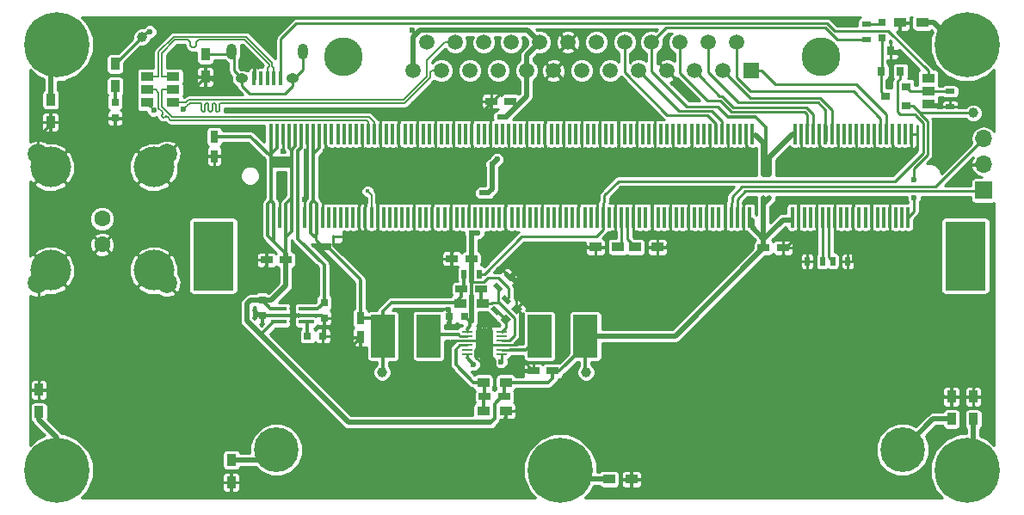
<source format=gtl>
G04 #@! TF.FileFunction,Copper,L1,Top,Signal*
%FSLAX46Y46*%
G04 Gerber Fmt 4.6, Leading zero omitted, Abs format (unit mm)*
G04 Created by KiCad (PCBNEW 4.0.6) date Fri Jul 21 15:58:06 2017*
%MOMM*%
%LPD*%
G01*
G04 APERTURE LIST*
%ADD10C,0.100000*%
%ADD11C,3.810000*%
%ADD12R,1.520000X1.520000*%
%ADD13C,1.520000*%
%ADD14R,1.200000X0.750000*%
%ADD15R,0.400000X1.350000*%
%ADD16O,1.250000X0.950000*%
%ADD17O,1.000000X1.550000*%
%ADD18R,1.270000X0.970000*%
%ADD19R,0.750000X1.200000*%
%ADD20R,0.800000X0.800000*%
%ADD21C,1.000000*%
%ADD22R,1.000000X0.250000*%
%ADD23R,1.700000X2.500000*%
%ADD24R,2.400000X4.200000*%
%ADD25R,1.700000X1.700000*%
%ADD26O,1.700000X1.700000*%
%ADD27C,1.600000*%
%ADD28C,4.000000*%
%ADD29C,2.000000*%
%ADD30R,1.500000X0.400000*%
%ADD31R,4.000000X6.800000*%
%ADD32R,0.350000X2.000000*%
%ADD33C,4.400000*%
%ADD34C,6.400000*%
%ADD35R,0.900000X1.200000*%
%ADD36R,1.200000X0.900000*%
%ADD37R,0.800000X0.900000*%
%ADD38R,0.900000X0.800000*%
%ADD39R,0.500000X0.900000*%
%ADD40R,0.900000X0.500000*%
%ADD41R,0.750000X0.800000*%
%ADD42R,0.800000X0.750000*%
%ADD43C,0.600000*%
%ADD44C,0.450000*%
%ADD45C,0.500000*%
%ADD46C,0.250000*%
%ADD47C,0.350000*%
%ADD48C,0.500000*%
%ADD49C,0.300000*%
%ADD50C,0.180000*%
%ADD51C,0.150000*%
G04 APERTURE END LIST*
D10*
D11*
X127245000Y-36740000D03*
X80255000Y-36740000D03*
D12*
X120385000Y-38140000D03*
D13*
X117595000Y-38140000D03*
X114795000Y-38140000D03*
X112125000Y-38140000D03*
X109335000Y-38140000D03*
X106545000Y-38140000D03*
X103745000Y-38140000D03*
X100955000Y-38140000D03*
X98285000Y-38140000D03*
X95495000Y-38140000D03*
X92695000Y-38140000D03*
X89905000Y-38140000D03*
X87115000Y-38140000D03*
X118985000Y-35350000D03*
X116195000Y-35350000D03*
X113395000Y-35350000D03*
X110605000Y-35350000D03*
X107935000Y-35350000D03*
X105145000Y-35350000D03*
X102355000Y-35350000D03*
X99555000Y-35350000D03*
X96765000Y-35350000D03*
X94095000Y-35350000D03*
X91305000Y-35350000D03*
X88505000Y-35350000D03*
D14*
X74610000Y-56769000D03*
X72710000Y-56769000D03*
D15*
X74095000Y-38915000D03*
X73445000Y-38915000D03*
X72795000Y-38915000D03*
X72145000Y-38915000D03*
X71495000Y-38915000D03*
D16*
X75295000Y-38915000D03*
X70295000Y-38915000D03*
D17*
X76295000Y-36215000D03*
X69295000Y-36215000D03*
D18*
X137808000Y-38872000D03*
X137808000Y-40142000D03*
X137808000Y-41412000D03*
D19*
X67564000Y-44643000D03*
X67564000Y-46543000D03*
D14*
X121620000Y-55565000D03*
X123520000Y-55565000D03*
X78500000Y-55500000D03*
X80400000Y-55500000D03*
X96721000Y-41158000D03*
X94821000Y-41158000D03*
X92845000Y-56652000D03*
X90945000Y-56652000D03*
X91902500Y-59636500D03*
X93802500Y-59636500D03*
X96086000Y-70241000D03*
X94186000Y-70241000D03*
X100851000Y-67701000D03*
X98951000Y-67701000D03*
D19*
X81928000Y-62494000D03*
X81928000Y-64394000D03*
D20*
X57798000Y-41209000D03*
X57798000Y-42809000D03*
X133236000Y-33335000D03*
X133236000Y-34935000D03*
D18*
X60973000Y-38745000D03*
X60973000Y-40015000D03*
X60973000Y-41285000D03*
X63513000Y-38745000D03*
X63513000Y-40015000D03*
X63513000Y-41285000D03*
D21*
X142253000Y-42301000D03*
X60465000Y-34808000D03*
X84074000Y-67818000D03*
X104140000Y-67818000D03*
D22*
X92420000Y-64265000D03*
X92420000Y-64715000D03*
X92420000Y-65165000D03*
X92420000Y-65615000D03*
X92420000Y-63815000D03*
X95820000Y-63815000D03*
X95820000Y-64265000D03*
X95820000Y-64715000D03*
X95820000Y-65165000D03*
X95820000Y-65615000D03*
D23*
X94120000Y-64940000D03*
D22*
X92420000Y-66065000D03*
X95820000Y-66065000D03*
D24*
X88659000Y-64272000D03*
X84159000Y-64272000D03*
X99581000Y-64272000D03*
X104081000Y-64272000D03*
D25*
X143269000Y-49921000D03*
D26*
X143269000Y-47381000D03*
X143269000Y-44841000D03*
D27*
X56528000Y-52715000D03*
X56528000Y-55255000D03*
D28*
X51448000Y-57795000D03*
X51448000Y-47635000D03*
X61608000Y-47635000D03*
X61608000Y-57795000D03*
D29*
X50178000Y-46365000D03*
X50178000Y-59065000D03*
X62878000Y-59065000D03*
X62878000Y-46365000D03*
D30*
X73927000Y-61575000D03*
X73927000Y-62225000D03*
X73927000Y-62875000D03*
X76587000Y-62875000D03*
X76587000Y-61575000D03*
D31*
X67470000Y-56365000D03*
X141470000Y-56365000D03*
D32*
X136120000Y-44365000D03*
X135520000Y-44365000D03*
X134920000Y-44365000D03*
X134320000Y-44365000D03*
X133720000Y-44365000D03*
X133120000Y-44365000D03*
X132520000Y-44365000D03*
X131920000Y-44365000D03*
X131320000Y-44365000D03*
X130720000Y-44365000D03*
X130120000Y-44365000D03*
X129520000Y-44365000D03*
X128920000Y-44365000D03*
X128320000Y-44365000D03*
X127720000Y-44365000D03*
X127120000Y-44365000D03*
X126520000Y-44365000D03*
X125920000Y-44365000D03*
X125320000Y-44365000D03*
X124720000Y-44365000D03*
X120520000Y-44365000D03*
X119920000Y-44365000D03*
X119320000Y-44365000D03*
X118720000Y-44365000D03*
X118120000Y-44365000D03*
X117520000Y-44365000D03*
X116920000Y-44365000D03*
X116320000Y-44365000D03*
X115720000Y-44365000D03*
X115120000Y-44365000D03*
X114520000Y-44365000D03*
X113920000Y-44365000D03*
X113320000Y-44365000D03*
X112720000Y-44365000D03*
X112120000Y-44365000D03*
X111520000Y-44365000D03*
X110920000Y-44365000D03*
X110320000Y-44365000D03*
X109720000Y-44365000D03*
X109120000Y-44365000D03*
X108520000Y-44365000D03*
X107920000Y-44365000D03*
X107320000Y-44365000D03*
X106720000Y-44365000D03*
X106120000Y-44365000D03*
X105520000Y-44365000D03*
X104920000Y-44365000D03*
X104320000Y-44365000D03*
X103720000Y-44365000D03*
X103120000Y-44365000D03*
X102520000Y-44365000D03*
X101920000Y-44365000D03*
X101320000Y-44365000D03*
X100720000Y-44365000D03*
X100120000Y-44365000D03*
X99520000Y-44365000D03*
X98920000Y-44365000D03*
X98320000Y-44365000D03*
X97720000Y-44365000D03*
X97120000Y-44365000D03*
X96520000Y-44365000D03*
X95920000Y-44365000D03*
X95320000Y-44365000D03*
X94720000Y-44365000D03*
X94120000Y-44365000D03*
X93520000Y-44365000D03*
X92920000Y-44365000D03*
X92320000Y-44365000D03*
X91720000Y-44365000D03*
X91120000Y-44365000D03*
X90520000Y-44365000D03*
X89920000Y-44365000D03*
X89320000Y-44365000D03*
X88720000Y-44365000D03*
X88120000Y-44365000D03*
X87520000Y-44365000D03*
X86920000Y-44365000D03*
X86320000Y-44365000D03*
X85720000Y-44365000D03*
X85120000Y-44365000D03*
X84520000Y-44365000D03*
X83920000Y-44365000D03*
X83320000Y-44365000D03*
X82720000Y-44365000D03*
X82120000Y-44365000D03*
X81520000Y-44365000D03*
X80920000Y-44365000D03*
X80320000Y-44365000D03*
X79720000Y-44365000D03*
X79120000Y-44365000D03*
X78520000Y-44365000D03*
X77920000Y-44365000D03*
X77320000Y-44365000D03*
X76720000Y-44365000D03*
X76120000Y-44365000D03*
X75520000Y-44365000D03*
X74920000Y-44365000D03*
X74320000Y-44365000D03*
X73720000Y-44365000D03*
X73120000Y-44365000D03*
X135820000Y-52565000D03*
X135220000Y-52565000D03*
X134620000Y-52565000D03*
X134020000Y-52565000D03*
X133420000Y-52565000D03*
X132820000Y-52565000D03*
X132220000Y-52565000D03*
X131620000Y-52565000D03*
X131020000Y-52565000D03*
X130420000Y-52565000D03*
X129820000Y-52565000D03*
X129220000Y-52565000D03*
X128620000Y-52565000D03*
X128020000Y-52565000D03*
X127420000Y-52565000D03*
X126820000Y-52565000D03*
X126220000Y-52565000D03*
X125620000Y-52565000D03*
X125020000Y-52565000D03*
X124420000Y-52565000D03*
X120220000Y-52565000D03*
X119620000Y-52565000D03*
X119020000Y-52565000D03*
X118420000Y-52565000D03*
X117820000Y-52565000D03*
X117220000Y-52565000D03*
X116620000Y-52565000D03*
X116020000Y-52565000D03*
X115420000Y-52565000D03*
X114820000Y-52565000D03*
X114220000Y-52565000D03*
X113620000Y-52565000D03*
X113020000Y-52565000D03*
X112420000Y-52565000D03*
X111820000Y-52565000D03*
X111220000Y-52565000D03*
X110620000Y-52565000D03*
X110020000Y-52565000D03*
X109420000Y-52565000D03*
X108820000Y-52565000D03*
X108220000Y-52565000D03*
X107620000Y-52565000D03*
X107020000Y-52565000D03*
X106420000Y-52565000D03*
X105820000Y-52565000D03*
X105220000Y-52565000D03*
X104620000Y-52565000D03*
X104020000Y-52565000D03*
X103420000Y-52565000D03*
X102820000Y-52565000D03*
X102220000Y-52565000D03*
X101620000Y-52565000D03*
X101020000Y-52565000D03*
X100420000Y-52565000D03*
X99820000Y-52565000D03*
X99220000Y-52565000D03*
X98620000Y-52565000D03*
X98020000Y-52565000D03*
X97420000Y-52565000D03*
X96820000Y-52565000D03*
X96220000Y-52565000D03*
X95620000Y-52565000D03*
X95020000Y-52565000D03*
X94420000Y-52565000D03*
X93820000Y-52565000D03*
X93220000Y-52565000D03*
X92620000Y-52565000D03*
X92020000Y-52565000D03*
X91420000Y-52565000D03*
X90820000Y-52565000D03*
X90220000Y-52565000D03*
X89620000Y-52565000D03*
X89020000Y-52565000D03*
X88420000Y-52565000D03*
X87820000Y-52565000D03*
X87220000Y-52565000D03*
X86620000Y-52565000D03*
X86020000Y-52565000D03*
X85420000Y-52565000D03*
X84820000Y-52565000D03*
X84220000Y-52565000D03*
X83620000Y-52565000D03*
X83020000Y-52565000D03*
X82420000Y-52565000D03*
X81820000Y-52565000D03*
X81220000Y-52565000D03*
X80620000Y-52565000D03*
X80020000Y-52565000D03*
X79420000Y-52565000D03*
X78820000Y-52565000D03*
X78220000Y-52565000D03*
X77620000Y-52565000D03*
X77020000Y-52565000D03*
X76420000Y-52565000D03*
X75820000Y-52565000D03*
X75220000Y-52565000D03*
X74620000Y-52565000D03*
X74020000Y-52565000D03*
X73420000Y-52565000D03*
X72820000Y-52565000D03*
D33*
X73670000Y-75465000D03*
X135270000Y-75465000D03*
D34*
X141618000Y-35570000D03*
X141618000Y-77480000D03*
X52083000Y-35570000D03*
X52083000Y-77480000D03*
D35*
X57798000Y-39675000D03*
X57798000Y-37475000D03*
D36*
X91750000Y-61033500D03*
X93950000Y-61033500D03*
X96236000Y-68844000D03*
X94036000Y-68844000D03*
X94036000Y-71638000D03*
X96236000Y-71638000D03*
D35*
X66688000Y-36545000D03*
X66688000Y-38745000D03*
D36*
X105085000Y-55509000D03*
X107285000Y-55509000D03*
X111179000Y-55509000D03*
X108979000Y-55509000D03*
D35*
X69228000Y-76464000D03*
X69228000Y-78664000D03*
X140094000Y-72441000D03*
X140094000Y-70241000D03*
D36*
X137214000Y-33411000D03*
X135014000Y-33411000D03*
D35*
X142253000Y-72441000D03*
X142253000Y-70241000D03*
X51448000Y-40990000D03*
X51448000Y-43190000D03*
X50305000Y-71765000D03*
X50305000Y-69565000D03*
D34*
X101613000Y-77480000D03*
D36*
X106398000Y-78369000D03*
X108598000Y-78369000D03*
D37*
X133175000Y-38205000D03*
X135075000Y-38205000D03*
X134125000Y-36205000D03*
D38*
X135617000Y-41600000D03*
X135617000Y-39700000D03*
X133617000Y-40650000D03*
D39*
X93612000Y-58176000D03*
X92112000Y-58176000D03*
D40*
X139967000Y-40166000D03*
X139967000Y-41666000D03*
X131712000Y-35062000D03*
X131712000Y-33562000D03*
D39*
X125894000Y-56906000D03*
X127394000Y-56906000D03*
X129910000Y-56906000D03*
X128410000Y-56906000D03*
D41*
X72276000Y-60740000D03*
X72276000Y-62240000D03*
D42*
X76745000Y-64272000D03*
X78245000Y-64272000D03*
D41*
X78372000Y-60970000D03*
X78372000Y-62470000D03*
D42*
X92215000Y-62367000D03*
X90715000Y-62367000D03*
D10*
G36*
X96225992Y-63181338D02*
X95695662Y-62651008D01*
X96261348Y-62085322D01*
X96791678Y-62615652D01*
X96225992Y-63181338D01*
X96225992Y-63181338D01*
G37*
G36*
X97286652Y-62120678D02*
X96756322Y-61590348D01*
X97322008Y-61024662D01*
X97852338Y-61554992D01*
X97286652Y-62120678D01*
X97286652Y-62120678D01*
G37*
G36*
X96146909Y-60188695D02*
X96783305Y-60825091D01*
X96429751Y-61178645D01*
X95793355Y-60542249D01*
X96146909Y-60188695D01*
X96146909Y-60188695D01*
G37*
G36*
X95086249Y-61249355D02*
X95722645Y-61885751D01*
X95369091Y-62239305D01*
X94732695Y-61602909D01*
X95086249Y-61249355D01*
X95086249Y-61249355D01*
G37*
G36*
X95623091Y-59953305D02*
X94986695Y-59316909D01*
X95340249Y-58963355D01*
X95976645Y-59599751D01*
X95623091Y-59953305D01*
X95623091Y-59953305D01*
G37*
G36*
X96683751Y-58892645D02*
X96047355Y-58256249D01*
X96400909Y-57902695D01*
X97037305Y-58539091D01*
X96683751Y-58892645D01*
X96683751Y-58892645D01*
G37*
D43*
X96279000Y-67701000D03*
X95136000Y-69479000D03*
X95136000Y-68209000D03*
X94374000Y-62240000D03*
X90564000Y-66050000D03*
X86373000Y-67574000D03*
X90056000Y-67193000D03*
X90818000Y-68336000D03*
X79388000Y-57795000D03*
X80658000Y-59700000D03*
X79388000Y-63510000D03*
X73673000Y-64145000D03*
X74943000Y-60335000D03*
X75578000Y-59065000D03*
X76848000Y-57795000D03*
X76848000Y-60335000D03*
X59703000Y-51445000D03*
X62243000Y-51445000D03*
X63513000Y-50810000D03*
X64783000Y-49540000D03*
X58433000Y-53985000D03*
X60338000Y-53985000D03*
X63513000Y-53985000D03*
X65418000Y-52080000D03*
X66688000Y-50810000D03*
X69228000Y-50810000D03*
X71768000Y-50810000D03*
X69863000Y-48905000D03*
X67958000Y-48905000D03*
X66053000Y-48905000D03*
X71768000Y-43825000D03*
X65418000Y-43825000D03*
X70498000Y-45730000D03*
X70371000Y-37602000D03*
X71006000Y-36586000D03*
X65418000Y-40015000D03*
X64148000Y-36205000D03*
X63513000Y-37475000D03*
X69228000Y-40015000D03*
X67958000Y-37475000D03*
X73038000Y-35570000D03*
X73673000Y-33665000D03*
X71133000Y-33665000D03*
X67958000Y-33665000D03*
X63513000Y-33665000D03*
X59703000Y-36840000D03*
X59068000Y-40650000D03*
D44*
X60973000Y-43825000D03*
X69863000Y-42047000D03*
X72403000Y-42047000D03*
X74943000Y-42047000D03*
X77483000Y-42047000D03*
X80023000Y-42047000D03*
X83198000Y-42047000D03*
D43*
X88913000Y-42555000D03*
X91453000Y-40015000D03*
X93993000Y-42555000D03*
X96533000Y-40015000D03*
X99073000Y-42555000D03*
X101613000Y-40015000D03*
X104153000Y-42555000D03*
X106693000Y-40015000D03*
X109233000Y-42555000D03*
X142253000Y-40015000D03*
X138951000Y-46111000D03*
X137173000Y-52715000D03*
X137173000Y-57795000D03*
X53353000Y-45095000D03*
X53353000Y-40015000D03*
X58433000Y-34935000D03*
X55893000Y-42555000D03*
X55893000Y-57795000D03*
X50813000Y-52715000D03*
X55893000Y-47635000D03*
X72403000Y-48905000D03*
X74308000Y-48905000D03*
X79375000Y-48905000D03*
X78118000Y-48905000D03*
X80658000Y-48905000D03*
X83198000Y-48905000D03*
X93993000Y-55255000D03*
X99073000Y-55255000D03*
X99073000Y-57795000D03*
X99073000Y-60335000D03*
X121933000Y-57795000D03*
X119393000Y-60335000D03*
X116853000Y-62875000D03*
X114313000Y-60335000D03*
X104153000Y-60335000D03*
X109233000Y-60335000D03*
X104153000Y-57795000D03*
X109233000Y-57795000D03*
X55893000Y-78115000D03*
X60973000Y-78115000D03*
X66053000Y-78115000D03*
X71133000Y-73035000D03*
X71133000Y-67955000D03*
X66053000Y-73035000D03*
X55893000Y-73035000D03*
X60973000Y-73035000D03*
X60973000Y-67955000D03*
X66053000Y-67955000D03*
X66053000Y-62875000D03*
X60973000Y-62875000D03*
X55893000Y-62875000D03*
X55893000Y-67955000D03*
X50813000Y-67955000D03*
X50813000Y-62875000D03*
X83833000Y-60335000D03*
X83833000Y-57795000D03*
X88913000Y-57795000D03*
X88913000Y-55255000D03*
X86373000Y-55255000D03*
X68593000Y-62875000D03*
X71133000Y-65415000D03*
X73673000Y-67955000D03*
X78753000Y-67955000D03*
X76213000Y-65415000D03*
X81293000Y-65415000D03*
X78753000Y-73035000D03*
X76213000Y-70495000D03*
X81293000Y-70495000D03*
X91453000Y-70495000D03*
X86373000Y-70495000D03*
X96533000Y-75575000D03*
X91453000Y-75575000D03*
X86373000Y-75575000D03*
X81293000Y-75575000D03*
X76213000Y-78115000D03*
X81293000Y-78115000D03*
X86373000Y-78115000D03*
X91453000Y-78115000D03*
X96533000Y-78115000D03*
X99073000Y-73035000D03*
X99073000Y-70495000D03*
X104153000Y-70495000D03*
X104153000Y-73035000D03*
X129553000Y-78115000D03*
X124473000Y-78115000D03*
X119393000Y-78115000D03*
X114313000Y-78115000D03*
X114313000Y-73035000D03*
X109233000Y-73035000D03*
X109233000Y-67955000D03*
X109233000Y-65415000D03*
X114313000Y-65415000D03*
X114313000Y-67955000D03*
X119393000Y-55255000D03*
X114313000Y-57795000D03*
X119393000Y-62875000D03*
X124473000Y-57795000D03*
X129553000Y-62875000D03*
X124473000Y-62875000D03*
X124473000Y-67955000D03*
X119393000Y-67955000D03*
X119393000Y-73035000D03*
X124473000Y-73035000D03*
X129553000Y-73035000D03*
X129553000Y-67955000D03*
X134633000Y-67955000D03*
X139713000Y-67955000D03*
X139713000Y-62875000D03*
X134633000Y-62875000D03*
X134633000Y-57795000D03*
D45*
X130569000Y-56906000D03*
X125235000Y-56906000D03*
X123584000Y-56398000D03*
X123584000Y-54747000D03*
X134125000Y-50810000D03*
X132220000Y-50810000D03*
X130442000Y-50810000D03*
X128664000Y-50810000D03*
X126886000Y-50810000D03*
X125108000Y-50810000D03*
X71514000Y-62494000D03*
X71514000Y-61732000D03*
X72657000Y-57541000D03*
X72657000Y-56017000D03*
D43*
X74304441Y-46080990D03*
X76475010Y-50810000D03*
D45*
X66815000Y-46492000D03*
X68339000Y-46619000D03*
X75832000Y-62240000D03*
X75197000Y-61605000D03*
X75197000Y-62875000D03*
X75197000Y-62240000D03*
D43*
X76664990Y-46109542D03*
D44*
X90945000Y-57287000D03*
X90945000Y-55927000D03*
X98057000Y-67701000D03*
X96152000Y-72400000D03*
X97295000Y-71638000D03*
D43*
X91139737Y-64865647D03*
D44*
X97168000Y-65034000D03*
X97041000Y-66304000D03*
X97549000Y-66304000D03*
X97640205Y-64815795D03*
D43*
X90564000Y-64907000D03*
X94628000Y-65278000D03*
X94628000Y-64389000D03*
X93599000Y-64389000D03*
X93599000Y-65278000D03*
X93599000Y-66177000D03*
X94628000Y-66177000D03*
X94628000Y-63637000D03*
X93612000Y-63637000D03*
X97304330Y-58766092D03*
X96406000Y-57160000D03*
X90564000Y-61625010D03*
X90691000Y-63129000D03*
X112281000Y-55509000D03*
X104026000Y-55509000D03*
X135014000Y-34427000D03*
X135014000Y-36459000D03*
X138951000Y-41666000D03*
X120154988Y-50810000D03*
X82436000Y-50810012D03*
X83713403Y-50811205D03*
X78499000Y-46111000D03*
X82182000Y-46111000D03*
X83960000Y-46111000D03*
X85738000Y-46111000D03*
X87516000Y-46111000D03*
X89294000Y-46111000D03*
X91072000Y-46111000D03*
X92977000Y-46111000D03*
X94755000Y-46111000D03*
X96533000Y-46111000D03*
X98320000Y-46102000D03*
X100089000Y-46111000D03*
X101867000Y-46111000D03*
X103772000Y-46111000D03*
X105550000Y-46111000D03*
X107328000Y-46111000D03*
X109106000Y-46111000D03*
X110884000Y-46111000D03*
X112662000Y-46111000D03*
X114567000Y-46111000D03*
X116345000Y-46111000D03*
X118123000Y-46111000D03*
X119901000Y-46111000D03*
X125362000Y-46111000D03*
X127140000Y-46111000D03*
X128918000Y-46111000D03*
X130696000Y-46111000D03*
X132474000Y-46111000D03*
X134379000Y-46111000D03*
X136157000Y-46111000D03*
X74054000Y-50810000D03*
X78245000Y-50810000D03*
X81801000Y-50810000D03*
X87262000Y-50810000D03*
X89040000Y-50810000D03*
X90818000Y-50810000D03*
X92596000Y-50810000D03*
X96279000Y-50810000D03*
X98057000Y-50810000D03*
X99835000Y-50810000D03*
X101613000Y-50810000D03*
X103518000Y-50810000D03*
X105296000Y-50810000D03*
X107074000Y-50810000D03*
X108852000Y-50810000D03*
X110757000Y-50810000D03*
X112535000Y-50810000D03*
X114313000Y-50810000D03*
X116091000Y-50810000D03*
X117869000Y-50810000D03*
X71370000Y-37290000D03*
X67570000Y-38990000D03*
X95771000Y-66812024D03*
X61227000Y-34300000D03*
X87008000Y-34173000D03*
X92850000Y-62748000D03*
X92850000Y-54112000D03*
X93485000Y-54112000D03*
X93866000Y-50175000D03*
X94501000Y-50175000D03*
X94882000Y-47381000D03*
X95390000Y-46873000D03*
X95644000Y-42682000D03*
X96279000Y-42682000D03*
X93070000Y-67065000D03*
X136411000Y-50683000D03*
X136411000Y-48905000D03*
D45*
X122187000Y-48397000D03*
X121552000Y-48397000D03*
X121552000Y-50683000D03*
X122187000Y-50683000D03*
D43*
X64543457Y-41925692D03*
X61608000Y-42047000D03*
D44*
X82644001Y-50002001D03*
D46*
X83833000Y-57795000D02*
X83833000Y-56833000D01*
X83833000Y-56833000D02*
X82500000Y-55500000D01*
X80400000Y-55500000D02*
X82500000Y-55500000D01*
X82500000Y-55500000D02*
X83588000Y-55500000D01*
X82420000Y-52565000D02*
X82420000Y-55420000D01*
X82420000Y-55420000D02*
X82500000Y-55500000D01*
X83588000Y-55500000D02*
X83833000Y-55255000D01*
X81293000Y-65415000D02*
X81293000Y-65029000D01*
X81293000Y-65029000D02*
X81928000Y-64394000D01*
X94628000Y-67701000D02*
X94872000Y-67945000D01*
X94872000Y-67945000D02*
X95136000Y-68209000D01*
X93231000Y-66304000D02*
X94872000Y-67945000D01*
X93231000Y-65646000D02*
X93231000Y-66304000D01*
X93599000Y-65278000D02*
X93231000Y-65646000D01*
X94628000Y-66177000D02*
X95136000Y-66685000D01*
X95136000Y-66685000D02*
X95136000Y-68209000D01*
X93980000Y-66558000D02*
X94247000Y-66558000D01*
X94247000Y-66558000D02*
X94628000Y-66177000D01*
X93599000Y-66177000D02*
X93980000Y-66558000D01*
X97041000Y-66304000D02*
X97041000Y-66939000D01*
X97041000Y-66939000D02*
X96279000Y-67701000D01*
X94628000Y-66177000D02*
X94628000Y-67701000D01*
X94628000Y-63637000D02*
X94628000Y-62494000D01*
X94628000Y-62494000D02*
X94374000Y-62240000D01*
X90564000Y-64907000D02*
X90564000Y-66050000D01*
X90056000Y-67193000D02*
X89675000Y-67574000D01*
X89675000Y-67574000D02*
X86373000Y-67574000D01*
X91453000Y-70495000D02*
X91453000Y-68971000D01*
X91453000Y-68971000D02*
X90818000Y-68336000D01*
X80658000Y-59700000D02*
X80658000Y-59065000D01*
X80658000Y-59065000D02*
X79388000Y-57795000D01*
X81293000Y-65415000D02*
X79388000Y-63510000D01*
X76213000Y-65415000D02*
X74943000Y-65415000D01*
X74943000Y-65415000D02*
X73673000Y-64145000D01*
X76848000Y-57795000D02*
X75578000Y-59065000D01*
X75197000Y-61605000D02*
X75197000Y-61251447D01*
X75197000Y-61251447D02*
X76113447Y-60335000D01*
X76113447Y-60335000D02*
X76848000Y-60335000D01*
X63513000Y-50810000D02*
X62878000Y-50810000D01*
X62878000Y-50810000D02*
X62243000Y-51445000D01*
X66053000Y-48905000D02*
X65418000Y-48905000D01*
X65418000Y-48905000D02*
X64783000Y-49540000D01*
X63513000Y-53985000D02*
X60338000Y-53985000D01*
X66688000Y-50810000D02*
X65418000Y-52080000D01*
X71768000Y-50810000D02*
X69228000Y-50810000D01*
X67958000Y-48905000D02*
X69863000Y-48905000D01*
X65418000Y-43825000D02*
X65418000Y-48270000D01*
X65418000Y-48270000D02*
X66053000Y-48905000D01*
X60973000Y-43825000D02*
X65418000Y-43825000D01*
X71370000Y-37290000D02*
X70683000Y-37290000D01*
X70683000Y-37290000D02*
X70371000Y-37602000D01*
X71370000Y-37290000D02*
X71370000Y-36950000D01*
X71370000Y-36950000D02*
X71006000Y-36586000D01*
X66688000Y-38745000D02*
X65418000Y-40015000D01*
X66688000Y-38745000D02*
X65988000Y-38745000D01*
X65988000Y-38745000D02*
X64718000Y-37475000D01*
X64718000Y-37475000D02*
X63513000Y-37475000D01*
X67570000Y-38990000D02*
X68203000Y-38990000D01*
X68203000Y-38990000D02*
X69228000Y-40015000D01*
X73673000Y-34935000D02*
X73038000Y-35570000D01*
X73673000Y-33665000D02*
X73673000Y-34935000D01*
X59703000Y-36840000D02*
X62878000Y-33665000D01*
X62878000Y-33665000D02*
X63513000Y-33665000D01*
X57798000Y-42809000D02*
X58448000Y-42809000D01*
X58448000Y-42809000D02*
X59068000Y-42189000D01*
X59068000Y-42189000D02*
X59068000Y-40650000D01*
X57798000Y-42809000D02*
X59957000Y-42809000D01*
X59957000Y-42809000D02*
X60973000Y-43825000D01*
X74943000Y-42047000D02*
X72403000Y-42047000D01*
X80023000Y-42047000D02*
X77483000Y-42047000D01*
X83497999Y-42346999D02*
X83198000Y-42047000D01*
X83706000Y-42555000D02*
X83497999Y-42346999D01*
X88913000Y-42555000D02*
X83706000Y-42555000D01*
X91453000Y-40015000D02*
X88913000Y-42555000D01*
X96533000Y-40015000D02*
X96108736Y-40015000D01*
X96108736Y-40015000D02*
X93993000Y-42130736D01*
X93993000Y-42130736D02*
X93993000Y-42555000D01*
X104153000Y-42555000D02*
X101613000Y-40015000D01*
X109233000Y-42555000D02*
X106693000Y-40015000D01*
X137173000Y-57795000D02*
X137173000Y-52715000D01*
X53353000Y-40015000D02*
X53353000Y-45095000D01*
X55893000Y-47635000D02*
X55893000Y-42555000D01*
X55893000Y-62875000D02*
X55893000Y-57795000D01*
X50813000Y-52715000D02*
X55893000Y-47635000D01*
X79375000Y-48905000D02*
X78118000Y-48905000D01*
X80658000Y-48905000D02*
X79375000Y-48905000D01*
X83713403Y-49420403D02*
X83198000Y-48905000D01*
X83713403Y-50811205D02*
X83713403Y-49420403D01*
X99073000Y-57795000D02*
X99073000Y-55255000D01*
X104153000Y-60335000D02*
X99073000Y-60335000D01*
X116853000Y-57795000D02*
X119393000Y-55255000D01*
X114313000Y-57795000D02*
X116853000Y-57795000D01*
X119393000Y-62875000D02*
X119393000Y-60335000D01*
X114313000Y-57795000D02*
X114313000Y-60335000D01*
X109233000Y-60335000D02*
X104153000Y-60335000D01*
X109233000Y-57795000D02*
X104153000Y-57795000D01*
X60973000Y-78115000D02*
X55893000Y-78115000D01*
X66053000Y-73035000D02*
X66053000Y-78115000D01*
X66053000Y-67955000D02*
X71133000Y-67955000D01*
X66053000Y-73035000D02*
X66053000Y-67955000D01*
X60973000Y-73035000D02*
X55893000Y-73035000D01*
X66053000Y-67955000D02*
X60973000Y-67955000D01*
X60973000Y-62875000D02*
X66053000Y-62875000D01*
X55893000Y-67955000D02*
X55893000Y-62875000D01*
X50813000Y-62875000D02*
X50813000Y-67955000D01*
X88913000Y-57795000D02*
X83833000Y-57795000D01*
X88913000Y-55255000D02*
X88913000Y-57795000D01*
X83833000Y-55255000D02*
X86373000Y-55255000D01*
X71133000Y-65415000D02*
X68593000Y-62875000D01*
X76213000Y-70495000D02*
X73673000Y-67955000D01*
X81293000Y-65415000D02*
X76213000Y-65415000D01*
X76213000Y-70495000D02*
X78753000Y-73035000D01*
X86373000Y-70495000D02*
X91453000Y-70495000D01*
X91453000Y-75575000D02*
X96533000Y-75575000D01*
X81293000Y-75575000D02*
X86373000Y-75575000D01*
X81293000Y-78115000D02*
X76213000Y-78115000D01*
X91453000Y-78115000D02*
X86373000Y-78115000D01*
X96533000Y-75575000D02*
X96533000Y-78115000D01*
X99073000Y-73035000D02*
X96533000Y-75575000D01*
X104153000Y-70495000D02*
X99073000Y-70495000D01*
X109233000Y-73035000D02*
X104153000Y-73035000D01*
X119393000Y-73035000D02*
X114313000Y-73035000D01*
X129553000Y-78115000D02*
X129553000Y-73035000D01*
X119393000Y-78115000D02*
X124473000Y-78115000D01*
X114313000Y-73035000D02*
X114313000Y-78115000D01*
X109233000Y-67955000D02*
X109233000Y-73035000D01*
X109233000Y-65415000D02*
X109233000Y-67955000D01*
X114313000Y-67955000D02*
X114313000Y-65415000D01*
X124473000Y-62875000D02*
X119393000Y-62875000D01*
X124473000Y-62875000D02*
X129553000Y-62875000D01*
X119393000Y-67955000D02*
X124473000Y-67955000D01*
X124473000Y-73035000D02*
X119393000Y-73035000D01*
X129553000Y-67955000D02*
X129553000Y-73035000D01*
X139713000Y-67955000D02*
X134633000Y-67955000D01*
X134633000Y-62875000D02*
X139713000Y-62875000D01*
X133744000Y-56906000D02*
X134633000Y-57795000D01*
X130569000Y-56906000D02*
X133744000Y-56906000D01*
X96542330Y-58397670D02*
X96935908Y-58397670D01*
X96935908Y-58397670D02*
X97304330Y-58766092D01*
X57798000Y-42809000D02*
X57798000Y-43825000D01*
X57798000Y-43825000D02*
X61608000Y-47635000D01*
X50305000Y-69565000D02*
X50305000Y-59192000D01*
X50305000Y-59192000D02*
X50178000Y-59065000D01*
X65967000Y-78664000D02*
X56868000Y-69565000D01*
X56868000Y-69565000D02*
X50305000Y-69565000D01*
X69228000Y-78664000D02*
X65967000Y-78664000D01*
X108598000Y-78369000D02*
X108598000Y-77669000D01*
X108598000Y-77669000D02*
X102567000Y-71638000D01*
X102567000Y-71638000D02*
X97613198Y-71638000D01*
X97613198Y-71638000D02*
X97295000Y-71638000D01*
X140094000Y-70241000D02*
X142253000Y-70241000D01*
X130569000Y-56906000D02*
X130569000Y-61416000D01*
X130569000Y-61416000D02*
X139394000Y-70241000D01*
X139394000Y-70241000D02*
X140094000Y-70241000D01*
X94720000Y-44365000D02*
X94720000Y-41259000D01*
X94720000Y-41259000D02*
X94821000Y-41158000D01*
X125235000Y-56906000D02*
X124092000Y-56906000D01*
X124092000Y-56906000D02*
X123584000Y-56398000D01*
X130420000Y-52565000D02*
X130420000Y-56757000D01*
X130420000Y-56757000D02*
X130569000Y-56906000D01*
X129910000Y-56906000D02*
X130569000Y-56906000D01*
X125894000Y-56906000D02*
X125235000Y-56906000D01*
X123520000Y-55565000D02*
X123520000Y-56334000D01*
X123520000Y-56334000D02*
X123584000Y-56398000D01*
X123520000Y-55565000D02*
X123520000Y-54811000D01*
X123520000Y-54811000D02*
X123584000Y-54747000D01*
X123520000Y-55565000D02*
X123745000Y-55565000D01*
X123745000Y-55565000D02*
X125020000Y-54290000D01*
X125020000Y-54290000D02*
X125020000Y-53815000D01*
X125020000Y-53815000D02*
X125020000Y-52565000D01*
X134020000Y-52565000D02*
X134020000Y-50915000D01*
X134020000Y-50915000D02*
X134125000Y-50810000D01*
X132220000Y-52565000D02*
X132220000Y-50810000D01*
X130420000Y-52565000D02*
X130420000Y-50832000D01*
X130420000Y-50832000D02*
X130442000Y-50810000D01*
X128620000Y-52565000D02*
X128620000Y-50854000D01*
X128620000Y-50854000D02*
X128664000Y-50810000D01*
X126820000Y-52565000D02*
X126820000Y-50876000D01*
X126820000Y-50876000D02*
X126886000Y-50810000D01*
X125020000Y-52565000D02*
X125020000Y-50898000D01*
X125020000Y-50898000D02*
X125108000Y-50810000D01*
D47*
X72022000Y-62240000D02*
X72012000Y-62230000D01*
X72012000Y-62230000D02*
X71514000Y-61732000D01*
X71514000Y-62494000D02*
X71778000Y-62230000D01*
X71778000Y-62230000D02*
X72012000Y-62230000D01*
X72276000Y-62240000D02*
X72022000Y-62240000D01*
X71514000Y-61732000D02*
X71514000Y-62494000D01*
X72710000Y-56769000D02*
X72710000Y-57488000D01*
X72710000Y-57488000D02*
X72657000Y-57541000D01*
X72710000Y-56769000D02*
X72710000Y-56070000D01*
X72710000Y-56070000D02*
X72657000Y-56017000D01*
D46*
X74320000Y-44365000D02*
X74320000Y-46065431D01*
X74320000Y-46065431D02*
X74304441Y-46080990D01*
X76420000Y-52565000D02*
X76420000Y-50865010D01*
X76420000Y-50865010D02*
X76475010Y-50810000D01*
D47*
X67564000Y-46543000D02*
X66866000Y-46543000D01*
X66866000Y-46543000D02*
X66815000Y-46492000D01*
X67564000Y-46543000D02*
X68263000Y-46543000D01*
X68263000Y-46543000D02*
X68339000Y-46619000D01*
X78372000Y-62470000D02*
X78372000Y-64145000D01*
X78372000Y-64145000D02*
X78245000Y-64272000D01*
X75832000Y-62240000D02*
X78142000Y-62240000D01*
X78142000Y-62240000D02*
X78372000Y-62470000D01*
X75197000Y-62240000D02*
X75197000Y-62875000D01*
X75197000Y-62240000D02*
X75832000Y-62240000D01*
X75197000Y-62240000D02*
X75197000Y-61605000D01*
X73927000Y-62225000D02*
X75182000Y-62225000D01*
X75182000Y-62225000D02*
X75197000Y-62240000D01*
X73927000Y-62225000D02*
X72291000Y-62225000D01*
X72291000Y-62225000D02*
X72276000Y-62240000D01*
D46*
X76720000Y-46054532D02*
X76664990Y-46109542D01*
X76720000Y-44365000D02*
X76720000Y-46054532D01*
D47*
X90945000Y-56652000D02*
X90945000Y-57287000D01*
X90945000Y-56652000D02*
X90945000Y-55927000D01*
X90945000Y-55927000D02*
X90820000Y-55802000D01*
X90820000Y-55802000D02*
X90820000Y-53915000D01*
X90820000Y-53915000D02*
X90820000Y-52565000D01*
X98951000Y-67701000D02*
X98057000Y-67701000D01*
D46*
X96236000Y-71638000D02*
X96236000Y-72316000D01*
X96236000Y-72316000D02*
X96152000Y-72400000D01*
X96236000Y-71638000D02*
X97295000Y-71638000D01*
X92420000Y-64715000D02*
X91290384Y-64715000D01*
X91098384Y-64907000D02*
X91139737Y-64865647D01*
X90564000Y-64907000D02*
X91098384Y-64907000D01*
X91290384Y-64715000D02*
X91139737Y-64865647D01*
X97321010Y-65134990D02*
X97268990Y-65134990D01*
X97268990Y-65134990D02*
X97168000Y-65034000D01*
X98951000Y-67701000D02*
X98946000Y-67701000D01*
X98946000Y-67701000D02*
X97549000Y-66304000D01*
X97321010Y-65134990D02*
X96600010Y-65134990D01*
X96600010Y-65134990D02*
X96570000Y-65165000D01*
X96570000Y-65165000D02*
X95820000Y-65165000D01*
X97304330Y-61572670D02*
X97640205Y-61908545D01*
X97640205Y-61908545D02*
X97640205Y-64815795D01*
X97640205Y-64815795D02*
X97321010Y-65134990D01*
X94628000Y-65278000D02*
X94741000Y-65165000D01*
X94741000Y-65165000D02*
X95820000Y-65165000D01*
X92420000Y-64715000D02*
X93273000Y-64715000D01*
X93273000Y-64715000D02*
X93599000Y-64389000D01*
X94628000Y-63637000D02*
X93612000Y-63637000D01*
X94120000Y-64940000D02*
X93937000Y-64940000D01*
X93937000Y-64940000D02*
X93599000Y-65278000D01*
X94628000Y-66177000D02*
X93599000Y-66177000D01*
X93599000Y-64389000D02*
X94628000Y-64389000D01*
X94628000Y-65278000D02*
X93599000Y-65278000D01*
X94628000Y-64389000D02*
X94628000Y-65278000D01*
X94628000Y-63637000D02*
X94628000Y-64389000D01*
X93599000Y-64389000D02*
X93599000Y-63650000D01*
X93599000Y-63650000D02*
X93612000Y-63637000D01*
X93599000Y-65278000D02*
X93599000Y-64389000D01*
X93599000Y-66177000D02*
X93599000Y-65278000D01*
X94628000Y-66177000D02*
X94628000Y-65278000D01*
X97043817Y-57769183D02*
X97015183Y-57769183D01*
X97015183Y-57769183D02*
X96406000Y-57160000D01*
X97043817Y-57769183D02*
X97043817Y-58505579D01*
X97043817Y-58505579D02*
X97304330Y-58766092D01*
X97304330Y-58766092D02*
X97304330Y-60942340D01*
X97304330Y-60942340D02*
X97304330Y-61572670D01*
D47*
X90698010Y-61625010D02*
X90564000Y-61625010D01*
X90715000Y-61642000D02*
X90698010Y-61625010D01*
X90715000Y-62367000D02*
X90715000Y-61642000D01*
X90715000Y-62367000D02*
X90715000Y-63105000D01*
X90715000Y-63105000D02*
X90691000Y-63129000D01*
D46*
X111179000Y-55509000D02*
X112281000Y-55509000D01*
X105085000Y-55509000D02*
X104026000Y-55509000D01*
X135014000Y-34427000D02*
X135014000Y-33411000D01*
X135014000Y-36459000D02*
X134379000Y-36459000D01*
X134379000Y-36459000D02*
X134125000Y-36205000D01*
X138951000Y-41666000D02*
X138062000Y-41666000D01*
X139967000Y-41666000D02*
X138951000Y-41666000D01*
X138062000Y-41666000D02*
X137808000Y-41412000D01*
X120125000Y-50810000D02*
X120154988Y-50810000D01*
X119620000Y-51315000D02*
X120125000Y-50810000D01*
X119620000Y-52565000D02*
X119620000Y-51315000D01*
X51448000Y-43190000D02*
X51448000Y-43340000D01*
X51448000Y-43340000D02*
X50178000Y-44610000D01*
X50178000Y-44610000D02*
X50178000Y-46365000D01*
X71495000Y-38915000D02*
X71495000Y-37415000D01*
X71495000Y-37415000D02*
X71370000Y-37290000D01*
X82420000Y-50826012D02*
X82436000Y-50810012D01*
X82420000Y-52565000D02*
X82420000Y-50826012D01*
X83620000Y-52565000D02*
X83620000Y-50904608D01*
X83620000Y-50904608D02*
X83713403Y-50811205D01*
X94755000Y-46111000D02*
X96533000Y-46111000D01*
X78520000Y-44365000D02*
X78520000Y-46090000D01*
X78520000Y-46090000D02*
X78499000Y-46111000D01*
X82120000Y-44365000D02*
X82120000Y-46049000D01*
X82120000Y-46049000D02*
X82182000Y-46111000D01*
X83920000Y-44365000D02*
X83920000Y-46071000D01*
X83920000Y-46071000D02*
X83960000Y-46111000D01*
X85720000Y-44365000D02*
X85720000Y-46093000D01*
X85720000Y-46093000D02*
X85738000Y-46111000D01*
X87520000Y-44365000D02*
X87520000Y-46107000D01*
X87520000Y-46107000D02*
X87516000Y-46111000D01*
X89320000Y-44365000D02*
X89320000Y-46085000D01*
X89320000Y-46085000D02*
X89294000Y-46111000D01*
X91120000Y-44365000D02*
X91120000Y-46063000D01*
X91120000Y-46063000D02*
X91072000Y-46111000D01*
X92920000Y-44365000D02*
X92920000Y-46054000D01*
X92920000Y-46054000D02*
X92977000Y-46111000D01*
X94720000Y-44365000D02*
X94720000Y-46076000D01*
X94720000Y-46076000D02*
X94755000Y-46111000D01*
X96520000Y-44365000D02*
X96520000Y-46098000D01*
X96520000Y-46098000D02*
X96533000Y-46111000D01*
X98320000Y-44365000D02*
X98320000Y-46102000D01*
X100120000Y-44365000D02*
X100120000Y-46080000D01*
X100120000Y-46080000D02*
X100089000Y-46111000D01*
X101920000Y-44365000D02*
X101920000Y-46058000D01*
X101920000Y-46058000D02*
X101867000Y-46111000D01*
X103720000Y-44365000D02*
X103720000Y-46059000D01*
X103720000Y-46059000D02*
X103772000Y-46111000D01*
X105520000Y-44365000D02*
X105520000Y-46081000D01*
X105520000Y-46081000D02*
X105550000Y-46111000D01*
X107320000Y-44365000D02*
X107320000Y-46103000D01*
X107320000Y-46103000D02*
X107328000Y-46111000D01*
X109120000Y-44365000D02*
X109120000Y-46097000D01*
X109120000Y-46097000D02*
X109106000Y-46111000D01*
X110920000Y-44365000D02*
X110920000Y-46075000D01*
X110920000Y-46075000D02*
X110884000Y-46111000D01*
X112720000Y-44365000D02*
X112720000Y-46053000D01*
X112720000Y-46053000D02*
X112662000Y-46111000D01*
X114520000Y-44365000D02*
X114520000Y-46064000D01*
X114520000Y-46064000D02*
X114567000Y-46111000D01*
X116320000Y-44365000D02*
X116320000Y-46086000D01*
X116320000Y-46086000D02*
X116345000Y-46111000D01*
X118120000Y-44365000D02*
X118120000Y-46108000D01*
X118120000Y-46108000D02*
X118123000Y-46111000D01*
X119920000Y-44365000D02*
X119920000Y-46092000D01*
X119920000Y-46092000D02*
X119901000Y-46111000D01*
X125320000Y-44365000D02*
X125320000Y-46069000D01*
X125320000Y-46069000D02*
X125362000Y-46111000D01*
X127120000Y-44365000D02*
X127120000Y-46091000D01*
X127120000Y-46091000D02*
X127140000Y-46111000D01*
X128920000Y-44365000D02*
X128920000Y-46109000D01*
X128920000Y-46109000D02*
X128918000Y-46111000D01*
X130720000Y-44365000D02*
X130720000Y-46087000D01*
X130720000Y-46087000D02*
X130696000Y-46111000D01*
X132520000Y-44365000D02*
X132520000Y-46065000D01*
X132520000Y-46065000D02*
X132474000Y-46111000D01*
X134320000Y-44365000D02*
X134320000Y-46052000D01*
X134320000Y-46052000D02*
X134379000Y-46111000D01*
X136120000Y-44365000D02*
X136120000Y-46074000D01*
X136120000Y-46074000D02*
X136157000Y-46111000D01*
X74020000Y-52565000D02*
X74020000Y-50844000D01*
X74020000Y-50844000D02*
X74054000Y-50810000D01*
X78220000Y-52565000D02*
X78220000Y-50835000D01*
X78220000Y-50835000D02*
X78245000Y-50810000D01*
X92596000Y-50810000D02*
X96279000Y-50810000D01*
X81820000Y-52565000D02*
X81820000Y-50829000D01*
X81820000Y-50829000D02*
X81801000Y-50810000D01*
X87220000Y-52565000D02*
X87220000Y-50852000D01*
X87220000Y-50852000D02*
X87262000Y-50810000D01*
X89020000Y-52565000D02*
X89020000Y-50830000D01*
X89020000Y-50830000D02*
X89040000Y-50810000D01*
X90820000Y-52565000D02*
X90820000Y-50812000D01*
X90820000Y-50812000D02*
X90818000Y-50810000D01*
X92620000Y-52565000D02*
X92620000Y-50834000D01*
X92620000Y-50834000D02*
X92596000Y-50810000D01*
X96220000Y-52565000D02*
X96220000Y-50869000D01*
X96220000Y-50869000D02*
X96279000Y-50810000D01*
X98020000Y-52565000D02*
X98020000Y-50847000D01*
X98020000Y-50847000D02*
X98057000Y-50810000D01*
X99820000Y-52565000D02*
X99820000Y-50825000D01*
X99820000Y-50825000D02*
X99835000Y-50810000D01*
X101620000Y-52565000D02*
X101620000Y-50817000D01*
X101620000Y-50817000D02*
X101613000Y-50810000D01*
X103420000Y-52565000D02*
X103420000Y-50908000D01*
X103420000Y-50908000D02*
X103518000Y-50810000D01*
X105220000Y-52565000D02*
X105220000Y-50886000D01*
X105220000Y-50886000D02*
X105296000Y-50810000D01*
X107020000Y-52565000D02*
X107020000Y-50864000D01*
X107020000Y-50864000D02*
X107074000Y-50810000D01*
X108820000Y-52565000D02*
X108820000Y-50842000D01*
X108820000Y-50842000D02*
X108852000Y-50810000D01*
X110620000Y-52565000D02*
X110620000Y-50947000D01*
X110620000Y-50947000D02*
X110757000Y-50810000D01*
X112420000Y-52565000D02*
X112420000Y-50925000D01*
X112420000Y-50925000D02*
X112535000Y-50810000D01*
X114220000Y-52565000D02*
X114220000Y-50903000D01*
X114220000Y-50903000D02*
X114313000Y-50810000D01*
X116020000Y-52565000D02*
X116020000Y-50881000D01*
X116020000Y-50881000D02*
X116091000Y-50810000D01*
X117820000Y-52565000D02*
X117820000Y-50859000D01*
X117820000Y-50859000D02*
X117869000Y-50810000D01*
X67570000Y-38990000D02*
X66933000Y-38990000D01*
X66933000Y-38990000D02*
X66688000Y-38745000D01*
X100955000Y-38140000D02*
X101920000Y-39105000D01*
X101920000Y-39105000D02*
X101920000Y-44365001D01*
X95820000Y-66763024D02*
X95771000Y-66812024D01*
X95820000Y-66065000D02*
X95820000Y-66763024D01*
X96288330Y-60683670D02*
X96535817Y-60436183D01*
X96535817Y-60436183D02*
X96535817Y-59575817D01*
X96535817Y-59575817D02*
X95517000Y-58557000D01*
X94099002Y-58938000D02*
X92850000Y-58938000D01*
X95517000Y-58557000D02*
X94480002Y-58557000D01*
X94480002Y-58557000D02*
X94099002Y-58938000D01*
D48*
X98285000Y-40676000D02*
X97305000Y-41656000D01*
X97305000Y-41656000D02*
X96279000Y-42682000D01*
D47*
X96721000Y-41158000D02*
X96807000Y-41158000D01*
X96807000Y-41158000D02*
X97305000Y-41656000D01*
X92845000Y-56652000D02*
X92845000Y-57018000D01*
X92845000Y-57018000D02*
X92850000Y-57023000D01*
X92850000Y-57023000D02*
X92850000Y-58938000D01*
X92850000Y-62748000D02*
X92596000Y-62748000D01*
X92596000Y-62748000D02*
X92215000Y-62367000D01*
X92850000Y-62748000D02*
X92723000Y-62875000D01*
X92723000Y-62875000D02*
X92723000Y-63256000D01*
X92723000Y-63256000D02*
X92420000Y-63559000D01*
D46*
X92420000Y-63815000D02*
X92420000Y-63559000D01*
X60465000Y-34808000D02*
X57798000Y-37475000D01*
X61227000Y-34300000D02*
X60973000Y-34300000D01*
X60973000Y-34300000D02*
X60465000Y-34808000D01*
X87115000Y-34828000D02*
X87115000Y-34280000D01*
X87115000Y-34280000D02*
X87008000Y-34173000D01*
D48*
X92850000Y-60271500D02*
X92850000Y-62748000D01*
D49*
X92850000Y-58938000D02*
X92850000Y-60271500D01*
D48*
X92850000Y-54112000D02*
X92850000Y-58938000D01*
X93485000Y-54112000D02*
X92850000Y-54112000D01*
X93866000Y-50175000D02*
X94501000Y-50175000D01*
X94882000Y-47381000D02*
X94882000Y-49794000D01*
X94882000Y-49794000D02*
X94501000Y-50175000D01*
X95390000Y-46873000D02*
X94882000Y-47381000D01*
X95644000Y-42682000D02*
X96279000Y-42682000D01*
X98285000Y-38140000D02*
X98285000Y-40676000D01*
X99555000Y-35350000D02*
X98364999Y-34159999D01*
X98364999Y-34159999D02*
X87783001Y-34159999D01*
X87783001Y-34159999D02*
X87115000Y-34828000D01*
X87115000Y-34828000D02*
X87115000Y-38140000D01*
X98285000Y-38140000D02*
X98285000Y-36620000D01*
X98285000Y-36620000D02*
X99555000Y-35350000D01*
D47*
X92420000Y-66415000D02*
X93070000Y-67065000D01*
D46*
X92420000Y-66065000D02*
X92420000Y-66415000D01*
X95227670Y-61744330D02*
X95354670Y-61744330D01*
X95354670Y-61744330D02*
X96243670Y-62633330D01*
X96243670Y-62633330D02*
X96243670Y-63391330D01*
X96243670Y-63391330D02*
X95820000Y-63815000D01*
X95481670Y-59458330D02*
X95481670Y-60874294D01*
X95481670Y-60874294D02*
X95551721Y-60944345D01*
X96580021Y-64704979D02*
X96421894Y-64704979D01*
X97096688Y-64188312D02*
X96580021Y-64704979D01*
X97096688Y-62489312D02*
X97096688Y-64188312D01*
X96411873Y-64715000D02*
X95820000Y-64715000D01*
X96421894Y-64704979D02*
X96411873Y-64715000D01*
X95551721Y-60944345D02*
X97096688Y-62489312D01*
X95488183Y-60880807D02*
X95551721Y-60944345D01*
X93950000Y-61033500D02*
X94800000Y-61033500D01*
X94800000Y-61033500D02*
X94889155Y-60944345D01*
X94889155Y-60944345D02*
X95551721Y-60944345D01*
D47*
X93802500Y-59636500D02*
X93802500Y-60886000D01*
X93802500Y-60886000D02*
X93950000Y-61033500D01*
D46*
X92420000Y-65165000D02*
X91695998Y-65165000D01*
X91326000Y-65534998D02*
X91326000Y-65669000D01*
X91695998Y-65165000D02*
X91326000Y-65534998D01*
D47*
X91326000Y-67084000D02*
X91326000Y-65669000D01*
X94036000Y-68844000D02*
X93086000Y-68844000D01*
X93086000Y-68844000D02*
X91326000Y-67084000D01*
X94036000Y-71638000D02*
X94036000Y-70391000D01*
X94036000Y-70391000D02*
X94186000Y-70241000D01*
X94186000Y-70241000D02*
X94186000Y-68994000D01*
X94186000Y-68994000D02*
X94036000Y-68844000D01*
X57798000Y-41209000D02*
X57798000Y-39675000D01*
D46*
X133009000Y-33562000D02*
X133236000Y-33335000D01*
X131712000Y-33562000D02*
X133009000Y-33562000D01*
X133175000Y-38205000D02*
X133175000Y-40208000D01*
X133175000Y-40208000D02*
X133617000Y-40650000D01*
X133236000Y-34935000D02*
X133236000Y-38144000D01*
X133236000Y-38144000D02*
X133175000Y-38205000D01*
X74095000Y-37990000D02*
X74095000Y-38915000D01*
X74095000Y-35021000D02*
X74095000Y-37990000D01*
X127872918Y-33488989D02*
X75627011Y-33488989D01*
X133900999Y-34229999D02*
X128613928Y-34229999D01*
X137808000Y-38137000D02*
X133900999Y-34229999D01*
X137808000Y-38872000D02*
X137808000Y-38137000D01*
X128613928Y-34229999D02*
X127872918Y-33488989D01*
X75627011Y-33488989D02*
X74095000Y-35021000D01*
X137808000Y-40142000D02*
X136059000Y-40142000D01*
X136059000Y-40142000D02*
X135617000Y-39700000D01*
X139967000Y-40166000D02*
X137832000Y-40166000D01*
X137832000Y-40166000D02*
X137808000Y-40142000D01*
X91714000Y-64265000D02*
X91594000Y-64145000D01*
D47*
X91594000Y-64145000D02*
X88786000Y-64145000D01*
X88786000Y-64145000D02*
X88659000Y-64272000D01*
D46*
X92420000Y-64265000D02*
X91714000Y-64265000D01*
D47*
X97368000Y-65615000D02*
X98238000Y-65615000D01*
D46*
X95820000Y-65615000D02*
X96714000Y-65615000D01*
D49*
X96714000Y-65615000D02*
X97368000Y-65615000D01*
D47*
X98238000Y-65615000D02*
X99581000Y-64272000D01*
D46*
X136411000Y-48480736D02*
X136411000Y-48905000D01*
X137730011Y-43138882D02*
X137730011Y-46416116D01*
X137730011Y-46416116D02*
X136411000Y-47735127D01*
X136968012Y-42376884D02*
X137730011Y-43138882D01*
X136968010Y-42350990D02*
X136968012Y-42376884D01*
X137018000Y-42301000D02*
X136968010Y-42350990D01*
X136411000Y-47735127D02*
X136411000Y-48480736D01*
X136411000Y-50683000D02*
X136411000Y-51974000D01*
X136411000Y-51974000D02*
X135820000Y-52565000D01*
X135617000Y-41600000D02*
X136317000Y-41600000D01*
X136317000Y-41600000D02*
X137018000Y-42301000D01*
X137018000Y-42301000D02*
X141545894Y-42301000D01*
X141545894Y-42301000D02*
X142253000Y-42301000D01*
X135795000Y-52540000D02*
X135820000Y-52565000D01*
X97795000Y-54493000D02*
X105142000Y-54493000D01*
X105142000Y-54493000D02*
X105820000Y-53815000D01*
X105820000Y-53815000D02*
X105820000Y-52565000D01*
X93612000Y-58176000D02*
X94112000Y-58176000D01*
X94112000Y-58176000D02*
X97795000Y-54493000D01*
X135075000Y-38205000D02*
X135075000Y-38905000D01*
X135075000Y-38905000D02*
X134760000Y-39220000D01*
X134760000Y-42142002D02*
X135045998Y-42428000D01*
X134760000Y-39220000D02*
X134760000Y-42142002D01*
X135045998Y-42428000D02*
X136536876Y-42428000D01*
X136536876Y-42428000D02*
X136538000Y-42429124D01*
X136538000Y-42429124D02*
X136538000Y-42554999D01*
X136538000Y-42554999D02*
X137300000Y-43316998D01*
X134506000Y-49032000D02*
X107328000Y-49032000D01*
X137300000Y-43316998D02*
X137300000Y-46238000D01*
X137300000Y-46238000D02*
X134506000Y-49032000D01*
X105931000Y-51064000D02*
X105820000Y-51175000D01*
X107328000Y-49032000D02*
X105931000Y-50429000D01*
X105931000Y-50429000D02*
X105931000Y-51064000D01*
X105820000Y-51175000D02*
X105820000Y-52565000D01*
D50*
X62806786Y-42628594D02*
X62846511Y-42628594D01*
X62446650Y-42675762D02*
X62450326Y-42679438D01*
X60973000Y-40015000D02*
X61788000Y-40015000D01*
X62446650Y-42174000D02*
X62471418Y-42205058D01*
X62846511Y-42628594D02*
X62885240Y-42637433D01*
X61788000Y-40015000D02*
X62090489Y-40317489D01*
X62090489Y-40317489D02*
X62090489Y-41817839D01*
X62421881Y-42644704D02*
X62446650Y-42675762D01*
X62488654Y-42358032D02*
X62471418Y-42393823D01*
X62090489Y-41817839D02*
X62446650Y-42174000D01*
X62670150Y-42704207D02*
X62732266Y-42654669D01*
X62471418Y-42205058D02*
X62488654Y-42240849D01*
X62395806Y-42570184D02*
X62404645Y-42608913D01*
X62885240Y-42637433D02*
X62921031Y-42654669D01*
X62488654Y-42240849D02*
X62497493Y-42279578D01*
X62421881Y-42455939D02*
X62404645Y-42491730D01*
X62395806Y-42530459D02*
X62395806Y-42570184D01*
X62404645Y-42491730D02*
X62395806Y-42530459D01*
X62481385Y-42704207D02*
X62517176Y-42721443D01*
X62497493Y-42279578D02*
X62497493Y-42319303D01*
X62555905Y-42730282D02*
X62595630Y-42730282D01*
X62404645Y-42608913D02*
X62421881Y-42644704D01*
X62497493Y-42319303D02*
X62488654Y-42358032D01*
X62768057Y-42637433D02*
X62806786Y-42628594D01*
X62732266Y-42654669D02*
X62768057Y-42637433D01*
X62471418Y-42393823D02*
X62421881Y-42455939D01*
X62450326Y-42679438D02*
X62481385Y-42704207D01*
X62517176Y-42721443D02*
X62555905Y-42730282D01*
X62952089Y-42679438D02*
X62955766Y-42683116D01*
X62595630Y-42730282D02*
X62634359Y-42721443D01*
X62634359Y-42721443D02*
X62670150Y-42704207D01*
X62921031Y-42654669D02*
X62952089Y-42679438D01*
X62955766Y-42683116D02*
X63257005Y-42984355D01*
X63257005Y-42984355D02*
X82519356Y-42984356D01*
X82519356Y-42984356D02*
X82720000Y-43185000D01*
X82720000Y-43185000D02*
X82720000Y-44365000D01*
X83320000Y-43185000D02*
X82814345Y-42679345D01*
X82814345Y-42679345D02*
X63383345Y-42679345D01*
X83320000Y-44365000D02*
X83320000Y-43185000D01*
X63383345Y-42679345D02*
X62395500Y-41691500D01*
X62395500Y-41691500D02*
X62395500Y-40015000D01*
X62395500Y-40015000D02*
X63513000Y-40015000D01*
X60973000Y-38745000D02*
X62090500Y-38745000D01*
X62090500Y-38745000D02*
X62090500Y-36268834D01*
X73445000Y-37902500D02*
X73445000Y-38915000D01*
X62090500Y-36268834D02*
X63576834Y-34782500D01*
X63576834Y-34782500D02*
X70688166Y-34782500D01*
X70688166Y-34782500D02*
X73272500Y-37366834D01*
X73272500Y-37366834D02*
X73272500Y-37730000D01*
X73272500Y-37730000D02*
X73445000Y-37902500D01*
X63513000Y-38745000D02*
X62395500Y-38745000D01*
X66043243Y-35095021D02*
X66110000Y-35087500D01*
X65839709Y-35257334D02*
X65875450Y-35200453D01*
X65239709Y-35682512D02*
X65275450Y-35739393D01*
X62395500Y-38745000D02*
X62395500Y-36395166D01*
X65322953Y-35786896D02*
X65379834Y-35822637D01*
X62395500Y-36395166D02*
X63703166Y-35087500D01*
X63703166Y-35087500D02*
X64910000Y-35087500D01*
X65217521Y-35619103D02*
X65239709Y-35682512D01*
X64910000Y-35087500D02*
X64976756Y-35095021D01*
X64976756Y-35095021D02*
X65040165Y-35117209D01*
X65040165Y-35117209D02*
X65097046Y-35152950D01*
X65180290Y-35257334D02*
X65202478Y-35320743D01*
X65097046Y-35152950D02*
X65144549Y-35200453D01*
X65144549Y-35200453D02*
X65180290Y-35257334D01*
X65202478Y-35320743D02*
X65210000Y-35387500D01*
X65210000Y-35387500D02*
X65210000Y-35552347D01*
X65210000Y-35552347D02*
X65217521Y-35619103D01*
X66110000Y-35087500D02*
X70561834Y-35087500D01*
X72795000Y-37902500D02*
X72795000Y-38915000D01*
X65379834Y-35822637D02*
X65443243Y-35844825D01*
X65275450Y-35739393D02*
X65322953Y-35786896D01*
X65443243Y-35844825D02*
X65510000Y-35852347D01*
X65510000Y-35852347D02*
X65576756Y-35844825D01*
X65780290Y-35682512D02*
X65802478Y-35619103D01*
X65810000Y-35552347D02*
X65810000Y-35387500D01*
X65576756Y-35844825D02*
X65640165Y-35822637D01*
X65744549Y-35739393D02*
X65780290Y-35682512D01*
X65640165Y-35822637D02*
X65697046Y-35786896D01*
X65697046Y-35786896D02*
X65744549Y-35739393D01*
X65922953Y-35152950D02*
X65979834Y-35117209D01*
X65802478Y-35619103D02*
X65810000Y-35552347D01*
X65810000Y-35387500D02*
X65817521Y-35320743D01*
X65817521Y-35320743D02*
X65839709Y-35257334D01*
X65875450Y-35200453D02*
X65922953Y-35152950D01*
X65979834Y-35117209D02*
X66043243Y-35095021D01*
X70561834Y-35087500D02*
X72967500Y-37493166D01*
X72967500Y-37493166D02*
X72967500Y-37730000D01*
X72967500Y-37730000D02*
X72795000Y-37902500D01*
D46*
X70295000Y-38915000D02*
X70287000Y-38915000D01*
X70287000Y-38915000D02*
X69482000Y-38110000D01*
X69482000Y-38110000D02*
X69482000Y-36402000D01*
X69482000Y-36402000D02*
X69295000Y-36215000D01*
X71051000Y-40396000D02*
X74539000Y-40396000D01*
X74539000Y-40396000D02*
X75295000Y-39640000D01*
X75295000Y-39640000D02*
X75295000Y-38915000D01*
X70295000Y-38915000D02*
X70295000Y-39640000D01*
X70295000Y-39640000D02*
X71051000Y-40396000D01*
X66688000Y-36545000D02*
X68965000Y-36545000D01*
X68965000Y-36545000D02*
X69295000Y-36215000D01*
X76295000Y-36215000D02*
X76220000Y-36215000D01*
X76295000Y-36215000D02*
X76295000Y-38065000D01*
X76295000Y-38065000D02*
X75445000Y-38915000D01*
X75445000Y-38915000D02*
X75295000Y-38915000D01*
X128020000Y-52565000D02*
X128020000Y-56516000D01*
X128020000Y-56516000D02*
X128410000Y-56906000D01*
X127420000Y-52565000D02*
X127420000Y-56880000D01*
X127420000Y-56880000D02*
X127394000Y-56906000D01*
X108220000Y-52565000D02*
X108220000Y-54750000D01*
X108220000Y-54750000D02*
X108979000Y-55509000D01*
X107620000Y-52565000D02*
X107620000Y-55174000D01*
X107620000Y-55174000D02*
X107285000Y-55509000D01*
X119020000Y-52565000D02*
X119020000Y-50802000D01*
X119020000Y-50802000D02*
X119821988Y-50000012D01*
X119821988Y-50000012D02*
X143189988Y-50000012D01*
X143189988Y-50000012D02*
X143269000Y-49921000D01*
X118420000Y-51148000D02*
X118504000Y-51064000D01*
X118420000Y-52565000D02*
X118420000Y-51148000D01*
X118504000Y-51064000D02*
X118504000Y-50556000D01*
X118504000Y-50556000D02*
X119489999Y-49570001D01*
X141491000Y-46619000D02*
X143269000Y-44841000D01*
X119489999Y-49570001D02*
X138539999Y-49570001D01*
X138539999Y-49570001D02*
X141491000Y-46619000D01*
D48*
X104081000Y-64272000D02*
X112916000Y-64272000D01*
X112916000Y-64272000D02*
X121620000Y-55568000D01*
X121620000Y-55568000D02*
X121620000Y-55565000D01*
X121552000Y-48397000D02*
X121920000Y-48397000D01*
D47*
X119867787Y-42682000D02*
X120790000Y-42682000D01*
D48*
X121920000Y-48397000D02*
X122187000Y-48397000D01*
D47*
X120790000Y-42682000D02*
X121806000Y-43698000D01*
X121806000Y-43698000D02*
X121806000Y-48283000D01*
X121806000Y-48283000D02*
X121920000Y-48397000D01*
X119867787Y-42682000D02*
X118089614Y-42682000D01*
D46*
X118089614Y-42682000D02*
X117059420Y-41651806D01*
X117059420Y-41651806D02*
X114060604Y-41651806D01*
X114060604Y-41651806D02*
X110605000Y-38196202D01*
X110605000Y-38196202D02*
X110605000Y-36424802D01*
X110605000Y-36424802D02*
X110605000Y-35350000D01*
D47*
X120790000Y-44460000D02*
X120615000Y-44460000D01*
X120615000Y-44460000D02*
X120520000Y-44365000D01*
D48*
X121552000Y-45222000D02*
X120790000Y-44460000D01*
X121552000Y-48397000D02*
X121552000Y-45222000D01*
X122187000Y-48397000D02*
X122187000Y-46663000D01*
X122187000Y-46663000D02*
X124460000Y-44390000D01*
D46*
X124460000Y-44390000D02*
X124695001Y-44390000D01*
D48*
X121552000Y-50683000D02*
X121552000Y-51182000D01*
X121552000Y-51182000D02*
X121620000Y-51250000D01*
X121620000Y-54690000D02*
X121620000Y-51250000D01*
X121620000Y-51250000D02*
X122187000Y-50683000D01*
X121620000Y-54690000D02*
X123495000Y-52815000D01*
X123495000Y-52815000D02*
X124170000Y-52815000D01*
X121620000Y-55565000D02*
X121620000Y-54690000D01*
X121620000Y-54690000D02*
X120470000Y-53540000D01*
X120470000Y-53540000D02*
X120470000Y-52815000D01*
X80785000Y-72781000D02*
X72139000Y-64135000D01*
D47*
X73377000Y-62875000D02*
X72139000Y-64113000D01*
D48*
X72139000Y-64135000D02*
X70752000Y-62748000D01*
D47*
X73927000Y-62875000D02*
X73377000Y-62875000D01*
X72139000Y-64113000D02*
X72139000Y-64135000D01*
D48*
X72276000Y-60740000D02*
X73151000Y-60740000D01*
X74610000Y-59281000D02*
X74610000Y-57644000D01*
X73151000Y-60740000D02*
X74610000Y-59281000D01*
X74610000Y-57644000D02*
X74610000Y-56769000D01*
X70752000Y-61097000D02*
X71109000Y-60740000D01*
X71109000Y-60740000D02*
X72276000Y-60740000D01*
X70752000Y-62748000D02*
X70752000Y-61097000D01*
X94755000Y-72781000D02*
X80785000Y-72781000D01*
D47*
X95136000Y-72400000D02*
X94755000Y-72781000D01*
X95136000Y-70966000D02*
X95136000Y-72400000D01*
X96086000Y-70241000D02*
X95861000Y-70241000D01*
X95861000Y-70241000D02*
X95136000Y-70966000D01*
X75220000Y-46015000D02*
X75220000Y-46736000D01*
X75220000Y-46736000D02*
X73247000Y-46736000D01*
X73247000Y-46736000D02*
X73120000Y-46609000D01*
X75220000Y-46736000D02*
X75220000Y-46990000D01*
X75220000Y-47498000D02*
X75220000Y-50673000D01*
X75220000Y-47244000D02*
X75220000Y-47498000D01*
X73120000Y-50915000D02*
X73120000Y-47498000D01*
X73120000Y-47498000D02*
X73120000Y-47244000D01*
X75220000Y-47498000D02*
X73120000Y-47498000D01*
X73120000Y-47244000D02*
X73120000Y-46990000D01*
X75220000Y-46990000D02*
X75220000Y-47244000D01*
X73120000Y-47244000D02*
X75220000Y-47244000D01*
X75289989Y-45945011D02*
X75220000Y-46015000D01*
X75289989Y-45795463D02*
X75289989Y-45945011D01*
X75520000Y-45565452D02*
X75289989Y-45795463D01*
X75520000Y-44365000D02*
X75520000Y-45565452D01*
X73120000Y-46609000D02*
X73120000Y-46355000D01*
X73120000Y-46990000D02*
X73120000Y-46609000D01*
X71154000Y-44643000D02*
X67564000Y-44643000D01*
X73120000Y-46609000D02*
X71154000Y-44643000D01*
X75220000Y-46990000D02*
X73120000Y-46990000D01*
X75220000Y-50673000D02*
X75220000Y-52565000D01*
X74620000Y-52565000D02*
X74620000Y-51215000D01*
X74620000Y-51215000D02*
X75162000Y-50673000D01*
X75162000Y-50673000D02*
X75220000Y-50673000D01*
X74920000Y-44365000D02*
X74920000Y-45715000D01*
X74920000Y-45715000D02*
X75220000Y-46015000D01*
X73120000Y-46355000D02*
X73120000Y-45715000D01*
X73720000Y-44365000D02*
X73720000Y-45715000D01*
X73720000Y-45715000D02*
X73120000Y-46315000D01*
X73120000Y-46315000D02*
X73120000Y-46355000D01*
X72820000Y-52565000D02*
X72820000Y-51215000D01*
X72820000Y-51215000D02*
X73120000Y-50915000D01*
X73420000Y-52565000D02*
X73420000Y-51215000D01*
X73420000Y-51215000D02*
X73120000Y-50915000D01*
X73120000Y-45715000D02*
X73120000Y-44365000D01*
X74620000Y-52565000D02*
X74620000Y-54356000D01*
X74620000Y-54356000D02*
X74620000Y-56182000D01*
X75220000Y-53915000D02*
X74779000Y-54356000D01*
X75220000Y-52565000D02*
X75220000Y-53915000D01*
X74779000Y-54356000D02*
X74620000Y-54356000D01*
X74620000Y-56182000D02*
X74610000Y-56192000D01*
X72820000Y-54402000D02*
X73409000Y-54991000D01*
X73409000Y-54991000D02*
X74610000Y-56192000D01*
X73420000Y-52565000D02*
X73420000Y-54980000D01*
X73420000Y-54980000D02*
X73409000Y-54991000D01*
X72820000Y-52565000D02*
X72820000Y-54402000D01*
D48*
X74610000Y-56192000D02*
X74610000Y-56769000D01*
D47*
X73927000Y-61575000D02*
X73111000Y-61575000D01*
X73111000Y-61575000D02*
X72276000Y-60740000D01*
X104081000Y-64272000D02*
X104081000Y-67759000D01*
X104081000Y-67759000D02*
X104140000Y-67818000D01*
X96086000Y-70241000D02*
X96086000Y-68994000D01*
X96086000Y-68994000D02*
X96236000Y-68844000D01*
X96236000Y-68844000D02*
X100433000Y-68844000D01*
X100433000Y-68844000D02*
X100851000Y-68426000D01*
X100851000Y-68426000D02*
X100851000Y-67701000D01*
X100851000Y-67701000D02*
X101552000Y-67701000D01*
X101552000Y-67701000D02*
X104081000Y-65172000D01*
X104081000Y-65172000D02*
X104081000Y-64272000D01*
D46*
X127694802Y-33919000D02*
X112036000Y-33919000D01*
X112036000Y-33919000D02*
X110605000Y-35350000D01*
X131712000Y-35062000D02*
X128837802Y-35062000D01*
X128837802Y-35062000D02*
X127694802Y-33919000D01*
X73645000Y-43565000D02*
X73720000Y-43490000D01*
X73720000Y-43490000D02*
X73720000Y-43470010D01*
X73345001Y-52490001D02*
X73420000Y-52565000D01*
X75520000Y-43540001D02*
X75520000Y-44365001D01*
X74620000Y-53390000D02*
X74620000Y-52565000D01*
X124170000Y-52815000D02*
X124420000Y-52565000D01*
X120470000Y-52815000D02*
X120220000Y-52565000D01*
X124695001Y-44390000D02*
X124720000Y-44365001D01*
X77586000Y-54429500D02*
X77586000Y-54811000D01*
X77586000Y-54811000D02*
X78275000Y-55500000D01*
X78275000Y-55500000D02*
X78500000Y-55500000D01*
X81928000Y-58771500D02*
X81928000Y-58703000D01*
X81928000Y-58703000D02*
X78725000Y-55500000D01*
X78725000Y-55500000D02*
X78500000Y-55500000D01*
D47*
X84159000Y-64272000D02*
X84159000Y-67733000D01*
X84159000Y-67733000D02*
X84074000Y-67818000D01*
X77620000Y-52565000D02*
X77620000Y-51215000D01*
X77620000Y-51215000D02*
X77320000Y-50915000D01*
X77320000Y-50915000D02*
X77320000Y-46228000D01*
X77320000Y-46228000D02*
X77320000Y-45715000D01*
X77920000Y-44365000D02*
X77920000Y-45715000D01*
X77920000Y-45715000D02*
X77407000Y-46228000D01*
X77407000Y-46228000D02*
X77320000Y-46228000D01*
X77020000Y-52565000D02*
X77020000Y-51215000D01*
X77020000Y-51215000D02*
X77320000Y-50915000D01*
X77320000Y-45715000D02*
X77320000Y-44365000D01*
X77620000Y-52565000D02*
X77620000Y-54170500D01*
X77620000Y-54170500D02*
X77361000Y-54429500D01*
X77020000Y-52565000D02*
X77020000Y-54088500D01*
X77020000Y-54088500D02*
X77361000Y-54429500D01*
X81928000Y-62494000D02*
X81928000Y-58771500D01*
X77586000Y-54429500D02*
X77361000Y-54429500D01*
X81928000Y-62494000D02*
X84159000Y-62494000D01*
X84159000Y-62494000D02*
X84159000Y-64272000D01*
X92112000Y-58176000D02*
X92112000Y-59427000D01*
X92112000Y-59427000D02*
X91902500Y-59636500D01*
X91059000Y-60970000D02*
X91686500Y-60970000D01*
X85011000Y-60970000D02*
X91059000Y-60970000D01*
X91059000Y-60970000D02*
X91294000Y-60970000D01*
X91294000Y-60970000D02*
X91902500Y-60361500D01*
X91902500Y-60361500D02*
X91902500Y-59636500D01*
X84159000Y-64272000D02*
X84159000Y-61822000D01*
X84159000Y-61822000D02*
X85011000Y-60970000D01*
X91686500Y-60970000D02*
X91750000Y-61033500D01*
X76745000Y-64272000D02*
X76745000Y-63033000D01*
X76745000Y-63033000D02*
X76587000Y-62875000D01*
X76120000Y-45715000D02*
X75820000Y-46015000D01*
X75820000Y-51215000D02*
X75820000Y-52565000D01*
X76120000Y-44365000D02*
X76120000Y-45715000D01*
X75820000Y-46015000D02*
X75820000Y-51215000D01*
X78372000Y-60970000D02*
X78372000Y-57287000D01*
X78372000Y-57287000D02*
X75820000Y-54735000D01*
X75820000Y-54735000D02*
X75820000Y-52565000D01*
X76587000Y-61575000D02*
X77767000Y-61575000D01*
X77767000Y-61575000D02*
X78372000Y-60970000D01*
D50*
X66739980Y-41349770D02*
X66774109Y-41328325D01*
X66172262Y-41315012D02*
X66210308Y-41328325D01*
X66604437Y-42111062D02*
X66632938Y-42082561D01*
X67192209Y-42150333D02*
X67232262Y-42145820D01*
X86309166Y-41310500D02*
X88811500Y-38808166D01*
X66132209Y-41310500D02*
X66172262Y-41315012D01*
X66672209Y-41970333D02*
X66672209Y-41490500D01*
X67372209Y-41970333D02*
X67372209Y-41490500D01*
X66272938Y-41378271D02*
X66294383Y-41412400D01*
X66910308Y-41328325D02*
X66944437Y-41349770D01*
X67532209Y-41310500D02*
X67572262Y-41315012D01*
X66654383Y-42048432D02*
X66667696Y-42010386D01*
X66316721Y-42010386D02*
X66330034Y-42048432D01*
X67716721Y-42010386D02*
X67730034Y-42048432D01*
X66570308Y-42132507D02*
X66604437Y-42111062D01*
X66676721Y-41450446D02*
X66690034Y-41412400D01*
X66210308Y-41328325D02*
X66244437Y-41349770D01*
X67672938Y-41378271D02*
X67694383Y-41412400D01*
X66774109Y-41328325D02*
X66812155Y-41315012D01*
X67232262Y-42145820D02*
X67270308Y-42132507D01*
X66532262Y-42145820D02*
X66570308Y-42132507D01*
X66812155Y-41315012D02*
X66852209Y-41310500D01*
X67572262Y-41315012D02*
X67610308Y-41328325D01*
X67694383Y-41412400D02*
X67707696Y-41450446D01*
X65192668Y-41310500D02*
X66132209Y-41310500D01*
X67012209Y-41490500D02*
X67012209Y-41970333D01*
X67270308Y-42132507D02*
X67304437Y-42111062D01*
X66294383Y-41412400D02*
X66307696Y-41450446D01*
X66244437Y-41349770D02*
X66272938Y-41378271D01*
X67012209Y-41970333D02*
X67016721Y-42010386D01*
X66312209Y-41970333D02*
X66316721Y-42010386D01*
X67512155Y-41315012D02*
X67552209Y-41310500D01*
X66307696Y-41450446D02*
X66312209Y-41490500D01*
X66379980Y-42111062D02*
X66414109Y-42132507D01*
X66972938Y-41378271D02*
X66994383Y-41412400D01*
X66312209Y-41490500D02*
X66312209Y-41970333D01*
X68072209Y-41970333D02*
X68072209Y-41490500D01*
X66994383Y-41412400D02*
X67007696Y-41450446D01*
X67552209Y-41310500D02*
X67532209Y-41310500D01*
X66330034Y-42048432D02*
X66351479Y-42082561D01*
X67474109Y-41328325D02*
X67512155Y-41315012D01*
X67712209Y-41970333D02*
X67716721Y-42010386D01*
X66351479Y-42082561D02*
X66379980Y-42111062D01*
X66414109Y-42132507D02*
X66452155Y-42145820D01*
X66711479Y-41378271D02*
X66739980Y-41349770D01*
X66667696Y-42010386D02*
X66672209Y-41970333D01*
X66452155Y-42145820D02*
X66492209Y-42150333D01*
X67051479Y-42082561D02*
X67079980Y-42111062D01*
X67644437Y-41349770D02*
X67672938Y-41378271D01*
X66492209Y-42150333D02*
X66532262Y-42145820D01*
X66832209Y-41310500D02*
X66872262Y-41315012D01*
X66632938Y-42082561D02*
X66654383Y-42048432D01*
X66672209Y-41490500D02*
X66676721Y-41450446D01*
X67970308Y-42132507D02*
X68004437Y-42111062D01*
X66690034Y-41412400D02*
X66711479Y-41378271D01*
X66852209Y-41310500D02*
X66832209Y-41310500D01*
X67007696Y-41450446D02*
X67012209Y-41490500D01*
X66872262Y-41315012D02*
X66910308Y-41328325D01*
X66944437Y-41349770D02*
X66972938Y-41378271D01*
X67016721Y-42010386D02*
X67030034Y-42048432D01*
X67030034Y-42048432D02*
X67051479Y-42082561D01*
X67367696Y-42010386D02*
X67372209Y-41970333D01*
X67079980Y-42111062D02*
X67114109Y-42132507D01*
X67114109Y-42132507D02*
X67152155Y-42145820D01*
X67152155Y-42145820D02*
X67192209Y-42150333D01*
X67304437Y-42111062D02*
X67332938Y-42082561D01*
X67332938Y-42082561D02*
X67354383Y-42048432D01*
X67354383Y-42048432D02*
X67367696Y-42010386D01*
X67372209Y-41490500D02*
X67376721Y-41450446D01*
X67707696Y-41450446D02*
X67712209Y-41490500D01*
X67376721Y-41450446D02*
X67390034Y-41412400D01*
X67390034Y-41412400D02*
X67411479Y-41378271D01*
X68174109Y-41328325D02*
X68212155Y-41315012D01*
X68252209Y-41310500D02*
X86309166Y-41310500D01*
X67411479Y-41378271D02*
X67439980Y-41349770D01*
X67439980Y-41349770D02*
X67474109Y-41328325D01*
X67610308Y-41328325D02*
X67644437Y-41349770D01*
X67712209Y-41490500D02*
X67712209Y-41970333D01*
X67779980Y-42111062D02*
X67814109Y-42132507D01*
X67730034Y-42048432D02*
X67751479Y-42082561D01*
X67751479Y-42082561D02*
X67779980Y-42111062D01*
X67814109Y-42132507D02*
X67852155Y-42145820D01*
X67852155Y-42145820D02*
X67892209Y-42150333D01*
X68004437Y-42111062D02*
X68032938Y-42082561D01*
X67892209Y-42150333D02*
X67932262Y-42145820D01*
X67932262Y-42145820D02*
X67970308Y-42132507D01*
X68032938Y-42082561D02*
X68054383Y-42048432D01*
X68067696Y-42010386D02*
X68072209Y-41970333D01*
X68054383Y-42048432D02*
X68067696Y-42010386D01*
X68072209Y-41490500D02*
X68076721Y-41450446D01*
X68076721Y-41450446D02*
X68090034Y-41412400D01*
X68090034Y-41412400D02*
X68111479Y-41378271D01*
X68111479Y-41378271D02*
X68139980Y-41349770D01*
X68139980Y-41349770D02*
X68174109Y-41328325D01*
X68212155Y-41315012D02*
X68252209Y-41310500D01*
X88811500Y-38808166D02*
X88811500Y-38274835D01*
X88811500Y-38274835D02*
X88946335Y-38140000D01*
X88946335Y-38140000D02*
X89905000Y-38140000D01*
X64543457Y-41925692D02*
X64843456Y-41625693D01*
X64843456Y-41625693D02*
X64877497Y-41625693D01*
X64877497Y-41625693D02*
X65192679Y-41310511D01*
X60973000Y-41285000D02*
X60973000Y-41412000D01*
X60973000Y-41412000D02*
X61608000Y-42047000D01*
D46*
X130745000Y-39490000D02*
X122745000Y-39490000D01*
X122745000Y-39490000D02*
X121395000Y-38140000D01*
X121395000Y-38140000D02*
X120385000Y-38140000D01*
X133720000Y-44365001D02*
X133720000Y-42465000D01*
X133720000Y-42465000D02*
X130745000Y-39490000D01*
X117595000Y-38140000D02*
X120309978Y-40854978D01*
X120309978Y-40854978D02*
X127191105Y-40854978D01*
X127191105Y-40854978D02*
X128320000Y-41983873D01*
X128320000Y-41983873D02*
X128320000Y-43115000D01*
X128320000Y-43115000D02*
X128320000Y-44365000D01*
X128345000Y-43440001D02*
X128320000Y-43465001D01*
X126520000Y-44365001D02*
X126520000Y-42416126D01*
X117527938Y-40616793D02*
X117271793Y-40616793D01*
X125818875Y-41715000D02*
X118626145Y-41715000D01*
X118626145Y-41715000D02*
X117527938Y-40616793D01*
X117271793Y-40616793D02*
X115554999Y-38899999D01*
X115554999Y-38899999D02*
X114795000Y-38140000D01*
X126520000Y-42416126D02*
X125818875Y-41715000D01*
X126465000Y-45040000D02*
X126465000Y-43520001D01*
X126465000Y-43520001D02*
X126520000Y-43465001D01*
X113276817Y-42081817D02*
X116486817Y-42081817D01*
X117520000Y-43115000D02*
X117520000Y-44365000D01*
X116486817Y-42081817D02*
X117520000Y-43115000D01*
X109335000Y-38140000D02*
X113276817Y-42081817D01*
X117525000Y-44360001D02*
X117520000Y-44365001D01*
X130442000Y-40142000D02*
X133120000Y-42820000D01*
X133120000Y-42820000D02*
X133120000Y-44365000D01*
X120317998Y-40142000D02*
X130442000Y-40142000D01*
X118985000Y-35350000D02*
X118985000Y-38809002D01*
X118985000Y-38809002D02*
X120317998Y-40142000D01*
X119163787Y-41284989D02*
X127012989Y-41284989D01*
X116195000Y-38316202D02*
X119163787Y-41284989D01*
X127720000Y-44365001D02*
X127695000Y-44340001D01*
X116195000Y-35350000D02*
X116195000Y-38316202D01*
X127012989Y-41284989D02*
X127720000Y-41992000D01*
X127720000Y-41992000D02*
X127720000Y-44365001D01*
X127775000Y-45085002D02*
X127775000Y-43520001D01*
X127775000Y-43520001D02*
X127720000Y-43465001D01*
X113395000Y-36424802D02*
X113395000Y-35350000D01*
X117349822Y-41046804D02*
X116068051Y-41046804D01*
X116068051Y-41046804D02*
X113395000Y-38373753D01*
X125920000Y-42424252D02*
X125640759Y-42145011D01*
X125920000Y-44365001D02*
X125920000Y-42424252D01*
X113395000Y-38373753D02*
X113395000Y-36424802D01*
X125640759Y-42145011D02*
X118448029Y-42145011D01*
X118448029Y-42145011D02*
X117349822Y-41046804D01*
X125945000Y-43440001D02*
X125920000Y-43465001D01*
X112130626Y-42511828D02*
X107935000Y-38316202D01*
X116101574Y-42511828D02*
X112130626Y-42511828D01*
X107935000Y-36424802D02*
X107935000Y-35350000D01*
X116920000Y-43330254D02*
X116101574Y-42511828D01*
X116920000Y-44365000D02*
X116920000Y-43330254D01*
X107935000Y-38316202D02*
X107935000Y-36424802D01*
D50*
X88506490Y-38148495D02*
X88506490Y-37073708D01*
X88506489Y-38681827D02*
X88506490Y-38148495D01*
X86182827Y-41005489D02*
X88506489Y-38681827D01*
X63513000Y-41285000D02*
X64786818Y-41285000D01*
X65066329Y-41005489D02*
X86182827Y-41005489D01*
X64786818Y-41285000D02*
X65066329Y-41005489D01*
X88506490Y-37073708D02*
X90230198Y-35350000D01*
X90230198Y-35350000D02*
X91305000Y-35350000D01*
D51*
X83020000Y-52565000D02*
X83020000Y-50378000D01*
X83020000Y-50378000D02*
X82644001Y-50002001D01*
D48*
X69228000Y-76464000D02*
X72671000Y-76464000D01*
X72671000Y-76464000D02*
X73670000Y-75465000D01*
X140094000Y-72441000D02*
X138294000Y-72441000D01*
X138294000Y-72441000D02*
X135270000Y-75465000D01*
X137214000Y-33411000D02*
X138314000Y-33411000D01*
X138314000Y-33411000D02*
X140473000Y-35570000D01*
X140473000Y-35570000D02*
X141618000Y-35570000D01*
X142253000Y-72441000D02*
X142253000Y-76845000D01*
X142253000Y-76845000D02*
X141618000Y-77480000D01*
X51448000Y-40990000D02*
X51448000Y-36205000D01*
X51448000Y-36205000D02*
X52083000Y-35570000D01*
X52083000Y-77480000D02*
X52083000Y-74305000D01*
X52083000Y-74305000D02*
X50305000Y-72527000D01*
X50305000Y-72527000D02*
X50305000Y-71765000D01*
X106398000Y-78369000D02*
X102502000Y-78369000D01*
X102502000Y-78369000D02*
X101613000Y-77480000D01*
D46*
G36*
X131104504Y-32908309D02*
X130959854Y-33001389D01*
X130862814Y-33143412D01*
X130828674Y-33312000D01*
X130828674Y-33679999D01*
X128841745Y-33679999D01*
X128261827Y-33100080D01*
X128083394Y-32980855D01*
X127872918Y-32938989D01*
X75627016Y-32938989D01*
X75627011Y-32938988D01*
X75416535Y-32980855D01*
X75238102Y-33100080D01*
X73706091Y-34632091D01*
X73586866Y-34810524D01*
X73545000Y-35021000D01*
X73545000Y-36911014D01*
X71052326Y-34418340D01*
X70885248Y-34306702D01*
X70688166Y-34267500D01*
X63576834Y-34267500D01*
X63379752Y-34306702D01*
X63212674Y-34418340D01*
X61726340Y-35904674D01*
X61614702Y-36071752D01*
X61575500Y-36268834D01*
X61575500Y-37826674D01*
X60338000Y-37826674D01*
X60180504Y-37856309D01*
X60035854Y-37949389D01*
X59938814Y-38091412D01*
X59904674Y-38260000D01*
X59904674Y-39230000D01*
X59933935Y-39385507D01*
X59904674Y-39530000D01*
X59904674Y-40500000D01*
X59933935Y-40655507D01*
X59904674Y-40800000D01*
X59904674Y-41770000D01*
X59934309Y-41927496D01*
X60027389Y-42072146D01*
X60169412Y-42169186D01*
X60338000Y-42203326D01*
X60888141Y-42203326D01*
X60993016Y-42457143D01*
X61196784Y-42661267D01*
X61463156Y-42771874D01*
X61751579Y-42772126D01*
X61899685Y-42710930D01*
X61902555Y-42723504D01*
X61918305Y-42758702D01*
X61920008Y-42767266D01*
X61926091Y-42776370D01*
X61927012Y-42787285D01*
X61931018Y-42795040D01*
X61940646Y-42832363D01*
X61957882Y-42868154D01*
X61981060Y-42898952D01*
X61984626Y-42906922D01*
X61992827Y-42914676D01*
X61998924Y-42926477D01*
X61999585Y-42928551D01*
X62000643Y-42929803D01*
X62019245Y-42965810D01*
X62044013Y-42996867D01*
X62066291Y-43015678D01*
X62082490Y-43039922D01*
X62086166Y-43043598D01*
X62110414Y-43059800D01*
X62129227Y-43082079D01*
X62160285Y-43106848D01*
X62196293Y-43125450D01*
X62197544Y-43126507D01*
X62199616Y-43127168D01*
X62211415Y-43133263D01*
X62219167Y-43141462D01*
X62227137Y-43145028D01*
X62257935Y-43168206D01*
X62293726Y-43185442D01*
X62331053Y-43195071D01*
X62338812Y-43199079D01*
X62349723Y-43199999D01*
X62358823Y-43206080D01*
X62367388Y-43207784D01*
X62402586Y-43223533D01*
X62441315Y-43232372D01*
X62479846Y-43233452D01*
X62488300Y-43235633D01*
X62499137Y-43234103D01*
X62509356Y-43238004D01*
X62518085Y-43237759D01*
X62555905Y-43245282D01*
X62595630Y-43245282D01*
X62633450Y-43237759D01*
X62642179Y-43238004D01*
X62652398Y-43234103D01*
X62663235Y-43235633D01*
X62671689Y-43233452D01*
X62710220Y-43232372D01*
X62748950Y-43223533D01*
X62762016Y-43217686D01*
X62892845Y-43348515D01*
X63059923Y-43460153D01*
X63257005Y-43499355D01*
X72511674Y-43499355D01*
X72511674Y-45152146D01*
X71578264Y-44218736D01*
X71383610Y-44088672D01*
X71154000Y-44043000D01*
X68372326Y-44043000D01*
X68342691Y-43885504D01*
X68249611Y-43740854D01*
X68107588Y-43643814D01*
X67939000Y-43609674D01*
X67189000Y-43609674D01*
X67031504Y-43639309D01*
X66886854Y-43732389D01*
X66789814Y-43874412D01*
X66755674Y-44043000D01*
X66755674Y-45243000D01*
X66785309Y-45400496D01*
X66878389Y-45545146D01*
X66942208Y-45588751D01*
X66828702Y-45702257D01*
X66764000Y-45858462D01*
X66764000Y-46424250D01*
X66870250Y-46530500D01*
X67551500Y-46530500D01*
X67551500Y-46510500D01*
X67576500Y-46510500D01*
X67576500Y-46530500D01*
X68257750Y-46530500D01*
X68364000Y-46424250D01*
X68364000Y-45858462D01*
X68299298Y-45702257D01*
X68186084Y-45589043D01*
X68241146Y-45553611D01*
X68338186Y-45411588D01*
X68372326Y-45243000D01*
X70905472Y-45243000D01*
X72520000Y-46857528D01*
X72520000Y-50666472D01*
X72395736Y-50790736D01*
X72265672Y-50985390D01*
X72220000Y-51215000D01*
X72220000Y-51523885D01*
X72211674Y-51565000D01*
X72211674Y-53565000D01*
X72220000Y-53609249D01*
X72220000Y-54402000D01*
X72265672Y-54631610D01*
X72395736Y-54826264D01*
X73685531Y-56116059D01*
X73664249Y-56147208D01*
X73550743Y-56033702D01*
X73394538Y-55969000D01*
X72828750Y-55969000D01*
X72722500Y-56075250D01*
X72722500Y-56756500D01*
X72742500Y-56756500D01*
X72742500Y-56781500D01*
X72722500Y-56781500D01*
X72722500Y-57462750D01*
X72828750Y-57569000D01*
X73394538Y-57569000D01*
X73550743Y-57504298D01*
X73663957Y-57391084D01*
X73699389Y-57446146D01*
X73841412Y-57543186D01*
X73935000Y-57562138D01*
X73935000Y-59001406D01*
X72924149Y-60012257D01*
X72819588Y-59940814D01*
X72651000Y-59906674D01*
X71901000Y-59906674D01*
X71743504Y-59936309D01*
X71598854Y-60029389D01*
X71574522Y-60065000D01*
X71109000Y-60065000D01*
X70850688Y-60116381D01*
X70631703Y-60262703D01*
X70274703Y-60619703D01*
X70128381Y-60838688D01*
X70089631Y-61033500D01*
X70077000Y-61097000D01*
X70077000Y-62748000D01*
X70128381Y-63006312D01*
X70274703Y-63225297D01*
X80307703Y-73258297D01*
X80526689Y-73404619D01*
X80785000Y-73456000D01*
X94755000Y-73456000D01*
X95013311Y-73404619D01*
X95232297Y-73258297D01*
X95378619Y-73039311D01*
X95386913Y-72997615D01*
X95560264Y-72824264D01*
X95690328Y-72629611D01*
X95713523Y-72513000D01*
X96117250Y-72513000D01*
X96223500Y-72406750D01*
X96223500Y-71650500D01*
X96248500Y-71650500D01*
X96248500Y-72406750D01*
X96354750Y-72513000D01*
X96920538Y-72513000D01*
X97076743Y-72448298D01*
X97196298Y-72328743D01*
X97261000Y-72172538D01*
X97261000Y-71756750D01*
X97154750Y-71650500D01*
X96248500Y-71650500D01*
X96223500Y-71650500D01*
X96203500Y-71650500D01*
X96203500Y-71625500D01*
X96223500Y-71625500D01*
X96223500Y-71605500D01*
X96248500Y-71605500D01*
X96248500Y-71625500D01*
X97154750Y-71625500D01*
X97261000Y-71519250D01*
X97261000Y-71103462D01*
X97196298Y-70947257D01*
X97076743Y-70827702D01*
X97060363Y-70820917D01*
X97085186Y-70784588D01*
X97119326Y-70616000D01*
X97119326Y-70359750D01*
X139219000Y-70359750D01*
X139219000Y-70925538D01*
X139283702Y-71081743D01*
X139403257Y-71201298D01*
X139559462Y-71266000D01*
X139975250Y-71266000D01*
X140081500Y-71159750D01*
X140081500Y-70253500D01*
X140106500Y-70253500D01*
X140106500Y-71159750D01*
X140212750Y-71266000D01*
X140628538Y-71266000D01*
X140784743Y-71201298D01*
X140904298Y-71081743D01*
X140969000Y-70925538D01*
X140969000Y-70359750D01*
X141378000Y-70359750D01*
X141378000Y-70925538D01*
X141442702Y-71081743D01*
X141562257Y-71201298D01*
X141718462Y-71266000D01*
X142134250Y-71266000D01*
X142240500Y-71159750D01*
X142240500Y-70253500D01*
X142265500Y-70253500D01*
X142265500Y-71159750D01*
X142371750Y-71266000D01*
X142787538Y-71266000D01*
X142943743Y-71201298D01*
X143063298Y-71081743D01*
X143128000Y-70925538D01*
X143128000Y-70359750D01*
X143021750Y-70253500D01*
X142265500Y-70253500D01*
X142240500Y-70253500D01*
X141484250Y-70253500D01*
X141378000Y-70359750D01*
X140969000Y-70359750D01*
X140862750Y-70253500D01*
X140106500Y-70253500D01*
X140081500Y-70253500D01*
X139325250Y-70253500D01*
X139219000Y-70359750D01*
X97119326Y-70359750D01*
X97119326Y-69866000D01*
X97089691Y-69708504D01*
X97056602Y-69657083D01*
X97138146Y-69604611D01*
X97171044Y-69556462D01*
X139219000Y-69556462D01*
X139219000Y-70122250D01*
X139325250Y-70228500D01*
X140081500Y-70228500D01*
X140081500Y-69322250D01*
X140106500Y-69322250D01*
X140106500Y-70228500D01*
X140862750Y-70228500D01*
X140969000Y-70122250D01*
X140969000Y-69556462D01*
X141378000Y-69556462D01*
X141378000Y-70122250D01*
X141484250Y-70228500D01*
X142240500Y-70228500D01*
X142240500Y-69322250D01*
X142265500Y-69322250D01*
X142265500Y-70228500D01*
X143021750Y-70228500D01*
X143128000Y-70122250D01*
X143128000Y-69556462D01*
X143063298Y-69400257D01*
X142943743Y-69280702D01*
X142787538Y-69216000D01*
X142371750Y-69216000D01*
X142265500Y-69322250D01*
X142240500Y-69322250D01*
X142134250Y-69216000D01*
X141718462Y-69216000D01*
X141562257Y-69280702D01*
X141442702Y-69400257D01*
X141378000Y-69556462D01*
X140969000Y-69556462D01*
X140904298Y-69400257D01*
X140784743Y-69280702D01*
X140628538Y-69216000D01*
X140212750Y-69216000D01*
X140106500Y-69322250D01*
X140081500Y-69322250D01*
X139975250Y-69216000D01*
X139559462Y-69216000D01*
X139403257Y-69280702D01*
X139283702Y-69400257D01*
X139219000Y-69556462D01*
X97171044Y-69556462D01*
X97235186Y-69462588D01*
X97238950Y-69444000D01*
X100433000Y-69444000D01*
X100662610Y-69398328D01*
X100857264Y-69268264D01*
X101275264Y-68850264D01*
X101405328Y-68655610D01*
X101434426Y-68509326D01*
X101451000Y-68509326D01*
X101608496Y-68479691D01*
X101753146Y-68386611D01*
X101850186Y-68244588D01*
X101858402Y-68204017D01*
X101976264Y-68125264D01*
X103296202Y-66805326D01*
X103481000Y-66805326D01*
X103481000Y-67168843D01*
X103356280Y-67293345D01*
X103215161Y-67633199D01*
X103214840Y-68001187D01*
X103355366Y-68341286D01*
X103615345Y-68601720D01*
X103955199Y-68742839D01*
X104323187Y-68743160D01*
X104663286Y-68602634D01*
X104923720Y-68342655D01*
X105064839Y-68002801D01*
X105065160Y-67634813D01*
X104924634Y-67294714D01*
X104681000Y-67050654D01*
X104681000Y-66805326D01*
X105281000Y-66805326D01*
X105438496Y-66775691D01*
X105583146Y-66682611D01*
X105680186Y-66540588D01*
X105714326Y-66372000D01*
X105714326Y-64947000D01*
X112916000Y-64947000D01*
X113174312Y-64895619D01*
X113393297Y-64749297D01*
X121117844Y-57024750D01*
X125219000Y-57024750D01*
X125219000Y-57440538D01*
X125283702Y-57596743D01*
X125403257Y-57716298D01*
X125559462Y-57781000D01*
X125775250Y-57781000D01*
X125881500Y-57674750D01*
X125881500Y-56918500D01*
X125906500Y-56918500D01*
X125906500Y-57674750D01*
X126012750Y-57781000D01*
X126228538Y-57781000D01*
X126384743Y-57716298D01*
X126504298Y-57596743D01*
X126569000Y-57440538D01*
X126569000Y-57024750D01*
X126462750Y-56918500D01*
X125906500Y-56918500D01*
X125881500Y-56918500D01*
X125325250Y-56918500D01*
X125219000Y-57024750D01*
X121117844Y-57024750D01*
X121769268Y-56373326D01*
X122220000Y-56373326D01*
X122229906Y-56371462D01*
X125219000Y-56371462D01*
X125219000Y-56787250D01*
X125325250Y-56893500D01*
X125881500Y-56893500D01*
X125881500Y-56137250D01*
X125906500Y-56137250D01*
X125906500Y-56893500D01*
X126462750Y-56893500D01*
X126569000Y-56787250D01*
X126569000Y-56371462D01*
X126504298Y-56215257D01*
X126384743Y-56095702D01*
X126228538Y-56031000D01*
X126012750Y-56031000D01*
X125906500Y-56137250D01*
X125881500Y-56137250D01*
X125775250Y-56031000D01*
X125559462Y-56031000D01*
X125403257Y-56095702D01*
X125283702Y-56215257D01*
X125219000Y-56371462D01*
X122229906Y-56371462D01*
X122377496Y-56343691D01*
X122522146Y-56250611D01*
X122565751Y-56186792D01*
X122679257Y-56300298D01*
X122835462Y-56365000D01*
X123401250Y-56365000D01*
X123507500Y-56258750D01*
X123507500Y-55577500D01*
X123532500Y-55577500D01*
X123532500Y-56258750D01*
X123638750Y-56365000D01*
X124204538Y-56365000D01*
X124360743Y-56300298D01*
X124480298Y-56180743D01*
X124545000Y-56024538D01*
X124545000Y-55683750D01*
X124438750Y-55577500D01*
X123532500Y-55577500D01*
X123507500Y-55577500D01*
X123487500Y-55577500D01*
X123487500Y-55552500D01*
X123507500Y-55552500D01*
X123507500Y-54871250D01*
X123532500Y-54871250D01*
X123532500Y-55552500D01*
X124438750Y-55552500D01*
X124545000Y-55446250D01*
X124545000Y-55105462D01*
X124480298Y-54949257D01*
X124360743Y-54829702D01*
X124204538Y-54765000D01*
X123638750Y-54765000D01*
X123532500Y-54871250D01*
X123507500Y-54871250D01*
X123401250Y-54765000D01*
X122835462Y-54765000D01*
X122679257Y-54829702D01*
X122566043Y-54942916D01*
X122530611Y-54887854D01*
X122439199Y-54825395D01*
X123774594Y-53490000D01*
X123811674Y-53490000D01*
X123811674Y-53565000D01*
X123841309Y-53722496D01*
X123934389Y-53867146D01*
X124076412Y-53964186D01*
X124245000Y-53998326D01*
X124595000Y-53998326D01*
X124722599Y-53974317D01*
X124760462Y-53990000D01*
X124901250Y-53990000D01*
X125007500Y-53883750D01*
X125007500Y-53667842D01*
X125019694Y-53607624D01*
X125032500Y-53675680D01*
X125032500Y-53883750D01*
X125138750Y-53990000D01*
X125279538Y-53990000D01*
X125320369Y-53973087D01*
X125445000Y-53998326D01*
X125795000Y-53998326D01*
X125924589Y-53973942D01*
X126045000Y-53998326D01*
X126395000Y-53998326D01*
X126522599Y-53974317D01*
X126560462Y-53990000D01*
X126701250Y-53990000D01*
X126807500Y-53883750D01*
X126807500Y-53667842D01*
X126819694Y-53607624D01*
X126832500Y-53675680D01*
X126832500Y-53883750D01*
X126870000Y-53921250D01*
X126870000Y-56127277D01*
X126841854Y-56145389D01*
X126744814Y-56287412D01*
X126710674Y-56456000D01*
X126710674Y-57356000D01*
X126740309Y-57513496D01*
X126833389Y-57658146D01*
X126975412Y-57755186D01*
X127144000Y-57789326D01*
X127644000Y-57789326D01*
X127801496Y-57759691D01*
X127902697Y-57694570D01*
X127991412Y-57755186D01*
X128160000Y-57789326D01*
X128660000Y-57789326D01*
X128817496Y-57759691D01*
X128962146Y-57666611D01*
X129059186Y-57524588D01*
X129093326Y-57356000D01*
X129093326Y-57024750D01*
X129235000Y-57024750D01*
X129235000Y-57440538D01*
X129299702Y-57596743D01*
X129419257Y-57716298D01*
X129575462Y-57781000D01*
X129791250Y-57781000D01*
X129897500Y-57674750D01*
X129897500Y-56918500D01*
X129922500Y-56918500D01*
X129922500Y-57674750D01*
X130028750Y-57781000D01*
X130244538Y-57781000D01*
X130400743Y-57716298D01*
X130520298Y-57596743D01*
X130585000Y-57440538D01*
X130585000Y-57024750D01*
X130478750Y-56918500D01*
X129922500Y-56918500D01*
X129897500Y-56918500D01*
X129341250Y-56918500D01*
X129235000Y-57024750D01*
X129093326Y-57024750D01*
X129093326Y-56456000D01*
X129077420Y-56371462D01*
X129235000Y-56371462D01*
X129235000Y-56787250D01*
X129341250Y-56893500D01*
X129897500Y-56893500D01*
X129897500Y-56137250D01*
X129922500Y-56137250D01*
X129922500Y-56893500D01*
X130478750Y-56893500D01*
X130585000Y-56787250D01*
X130585000Y-56371462D01*
X130520298Y-56215257D01*
X130400743Y-56095702D01*
X130244538Y-56031000D01*
X130028750Y-56031000D01*
X129922500Y-56137250D01*
X129897500Y-56137250D01*
X129791250Y-56031000D01*
X129575462Y-56031000D01*
X129419257Y-56095702D01*
X129299702Y-56215257D01*
X129235000Y-56371462D01*
X129077420Y-56371462D01*
X129063691Y-56298504D01*
X128970611Y-56153854D01*
X128828588Y-56056814D01*
X128660000Y-56022674D01*
X128570000Y-56022674D01*
X128570000Y-53921250D01*
X128607500Y-53883750D01*
X128607500Y-53667842D01*
X128619694Y-53607624D01*
X128632500Y-53675680D01*
X128632500Y-53883750D01*
X128738750Y-53990000D01*
X128879538Y-53990000D01*
X128920369Y-53973087D01*
X129045000Y-53998326D01*
X129395000Y-53998326D01*
X129524589Y-53973942D01*
X129645000Y-53998326D01*
X129995000Y-53998326D01*
X130122599Y-53974317D01*
X130160462Y-53990000D01*
X130301250Y-53990000D01*
X130407500Y-53883750D01*
X130407500Y-53667842D01*
X130419694Y-53607624D01*
X130432500Y-53675680D01*
X130432500Y-53883750D01*
X130538750Y-53990000D01*
X130679538Y-53990000D01*
X130720369Y-53973087D01*
X130845000Y-53998326D01*
X131195000Y-53998326D01*
X131324589Y-53973942D01*
X131445000Y-53998326D01*
X131795000Y-53998326D01*
X131922599Y-53974317D01*
X131960462Y-53990000D01*
X132101250Y-53990000D01*
X132207500Y-53883750D01*
X132207500Y-53667842D01*
X132219694Y-53607624D01*
X132232500Y-53675680D01*
X132232500Y-53883750D01*
X132338750Y-53990000D01*
X132479538Y-53990000D01*
X132520369Y-53973087D01*
X132645000Y-53998326D01*
X132995000Y-53998326D01*
X133124589Y-53973942D01*
X133245000Y-53998326D01*
X133595000Y-53998326D01*
X133722599Y-53974317D01*
X133760462Y-53990000D01*
X133901250Y-53990000D01*
X134007500Y-53883750D01*
X134007500Y-53667842D01*
X134019694Y-53607624D01*
X134032500Y-53675680D01*
X134032500Y-53883750D01*
X134138750Y-53990000D01*
X134279538Y-53990000D01*
X134320369Y-53973087D01*
X134445000Y-53998326D01*
X134795000Y-53998326D01*
X134924589Y-53973942D01*
X135045000Y-53998326D01*
X135395000Y-53998326D01*
X135524589Y-53973942D01*
X135645000Y-53998326D01*
X135995000Y-53998326D01*
X136152496Y-53968691D01*
X136297146Y-53875611D01*
X136394186Y-53733588D01*
X136428326Y-53565000D01*
X136428326Y-52965000D01*
X139036674Y-52965000D01*
X139036674Y-59765000D01*
X139066309Y-59922496D01*
X139159389Y-60067146D01*
X139301412Y-60164186D01*
X139470000Y-60198326D01*
X143470000Y-60198326D01*
X143627496Y-60168691D01*
X143772146Y-60075611D01*
X143869186Y-59933588D01*
X143903326Y-59765000D01*
X143903326Y-52965000D01*
X143873691Y-52807504D01*
X143780611Y-52662854D01*
X143638588Y-52565814D01*
X143470000Y-52531674D01*
X139470000Y-52531674D01*
X139312504Y-52561309D01*
X139167854Y-52654389D01*
X139070814Y-52796412D01*
X139036674Y-52965000D01*
X136428326Y-52965000D01*
X136428326Y-52734492D01*
X136799909Y-52362909D01*
X136919134Y-52184476D01*
X136961000Y-51974000D01*
X136961000Y-51158371D01*
X137025267Y-51094216D01*
X137135874Y-50827844D01*
X137136117Y-50550012D01*
X141985674Y-50550012D01*
X141985674Y-50771000D01*
X142015309Y-50928496D01*
X142108389Y-51073146D01*
X142250412Y-51170186D01*
X142419000Y-51204326D01*
X144119000Y-51204326D01*
X144276496Y-51174691D01*
X144293000Y-51164071D01*
X144293000Y-75028669D01*
X143674079Y-74408666D01*
X142928000Y-74098868D01*
X142928000Y-73401253D01*
X143005146Y-73351611D01*
X143102186Y-73209588D01*
X143136326Y-73041000D01*
X143136326Y-71841000D01*
X143106691Y-71683504D01*
X143013611Y-71538854D01*
X142871588Y-71441814D01*
X142703000Y-71407674D01*
X141803000Y-71407674D01*
X141645504Y-71437309D01*
X141500854Y-71530389D01*
X141403814Y-71672412D01*
X141369674Y-71841000D01*
X141369674Y-73041000D01*
X141399309Y-73198496D01*
X141492389Y-73343146D01*
X141578000Y-73401641D01*
X141578000Y-73854964D01*
X140900106Y-73854372D01*
X139567285Y-74405083D01*
X138546666Y-75423921D01*
X137993631Y-76755780D01*
X137992372Y-78197894D01*
X138543083Y-79530715D01*
X139166279Y-80155000D01*
X104064331Y-80155000D01*
X104684334Y-79536079D01*
X104888663Y-79044000D01*
X105437747Y-79044000D01*
X105487389Y-79121146D01*
X105629412Y-79218186D01*
X105798000Y-79252326D01*
X106998000Y-79252326D01*
X107155496Y-79222691D01*
X107300146Y-79129611D01*
X107397186Y-78987588D01*
X107431326Y-78819000D01*
X107431326Y-78487750D01*
X107573000Y-78487750D01*
X107573000Y-78903538D01*
X107637702Y-79059743D01*
X107757257Y-79179298D01*
X107913462Y-79244000D01*
X108479250Y-79244000D01*
X108585500Y-79137750D01*
X108585500Y-78381500D01*
X108610500Y-78381500D01*
X108610500Y-79137750D01*
X108716750Y-79244000D01*
X109282538Y-79244000D01*
X109438743Y-79179298D01*
X109558298Y-79059743D01*
X109623000Y-78903538D01*
X109623000Y-78487750D01*
X109516750Y-78381500D01*
X108610500Y-78381500D01*
X108585500Y-78381500D01*
X107679250Y-78381500D01*
X107573000Y-78487750D01*
X107431326Y-78487750D01*
X107431326Y-77919000D01*
X107415420Y-77834462D01*
X107573000Y-77834462D01*
X107573000Y-78250250D01*
X107679250Y-78356500D01*
X108585500Y-78356500D01*
X108585500Y-77600250D01*
X108610500Y-77600250D01*
X108610500Y-78356500D01*
X109516750Y-78356500D01*
X109623000Y-78250250D01*
X109623000Y-77834462D01*
X109558298Y-77678257D01*
X109438743Y-77558702D01*
X109282538Y-77494000D01*
X108716750Y-77494000D01*
X108610500Y-77600250D01*
X108585500Y-77600250D01*
X108479250Y-77494000D01*
X107913462Y-77494000D01*
X107757257Y-77558702D01*
X107637702Y-77678257D01*
X107573000Y-77834462D01*
X107415420Y-77834462D01*
X107401691Y-77761504D01*
X107308611Y-77616854D01*
X107166588Y-77519814D01*
X106998000Y-77485674D01*
X105798000Y-77485674D01*
X105640504Y-77515309D01*
X105495854Y-77608389D01*
X105437359Y-77694000D01*
X105237814Y-77694000D01*
X105238628Y-76762106D01*
X104917474Y-75984854D01*
X132644545Y-75984854D01*
X133043336Y-76950001D01*
X133781115Y-77689069D01*
X134745564Y-78089544D01*
X135789854Y-78090455D01*
X136755001Y-77691664D01*
X137494069Y-76953885D01*
X137894544Y-75989436D01*
X137895455Y-74945146D01*
X137558921Y-74130673D01*
X138573594Y-73116000D01*
X139224786Y-73116000D01*
X139240309Y-73198496D01*
X139333389Y-73343146D01*
X139475412Y-73440186D01*
X139644000Y-73474326D01*
X140544000Y-73474326D01*
X140701496Y-73444691D01*
X140846146Y-73351611D01*
X140943186Y-73209588D01*
X140977326Y-73041000D01*
X140977326Y-71841000D01*
X140947691Y-71683504D01*
X140854611Y-71538854D01*
X140712588Y-71441814D01*
X140544000Y-71407674D01*
X139644000Y-71407674D01*
X139486504Y-71437309D01*
X139341854Y-71530389D01*
X139244814Y-71672412D01*
X139225862Y-71766000D01*
X138294000Y-71766000D01*
X138035688Y-71817381D01*
X137816703Y-71963703D01*
X136603851Y-73176555D01*
X135794436Y-72840456D01*
X134750146Y-72839545D01*
X133784999Y-73238336D01*
X133045931Y-73976115D01*
X132645456Y-74940564D01*
X132644545Y-75984854D01*
X104917474Y-75984854D01*
X104687917Y-75429285D01*
X103669079Y-74408666D01*
X102337220Y-73855631D01*
X100895106Y-73854372D01*
X99562285Y-74405083D01*
X98541666Y-75423921D01*
X97988631Y-76755780D01*
X97987372Y-78197894D01*
X98538083Y-79530715D01*
X99161279Y-80155000D01*
X54534331Y-80155000D01*
X55154334Y-79536079D01*
X55467142Y-78782750D01*
X68353000Y-78782750D01*
X68353000Y-79348538D01*
X68417702Y-79504743D01*
X68537257Y-79624298D01*
X68693462Y-79689000D01*
X69109250Y-79689000D01*
X69215500Y-79582750D01*
X69215500Y-78676500D01*
X69240500Y-78676500D01*
X69240500Y-79582750D01*
X69346750Y-79689000D01*
X69762538Y-79689000D01*
X69918743Y-79624298D01*
X70038298Y-79504743D01*
X70103000Y-79348538D01*
X70103000Y-78782750D01*
X69996750Y-78676500D01*
X69240500Y-78676500D01*
X69215500Y-78676500D01*
X68459250Y-78676500D01*
X68353000Y-78782750D01*
X55467142Y-78782750D01*
X55707369Y-78204220D01*
X55707565Y-77979462D01*
X68353000Y-77979462D01*
X68353000Y-78545250D01*
X68459250Y-78651500D01*
X69215500Y-78651500D01*
X69215500Y-77745250D01*
X69240500Y-77745250D01*
X69240500Y-78651500D01*
X69996750Y-78651500D01*
X70103000Y-78545250D01*
X70103000Y-77979462D01*
X70038298Y-77823257D01*
X69918743Y-77703702D01*
X69762538Y-77639000D01*
X69346750Y-77639000D01*
X69240500Y-77745250D01*
X69215500Y-77745250D01*
X69109250Y-77639000D01*
X68693462Y-77639000D01*
X68537257Y-77703702D01*
X68417702Y-77823257D01*
X68353000Y-77979462D01*
X55707565Y-77979462D01*
X55708628Y-76762106D01*
X55337538Y-75864000D01*
X68344674Y-75864000D01*
X68344674Y-77064000D01*
X68374309Y-77221496D01*
X68467389Y-77366146D01*
X68609412Y-77463186D01*
X68778000Y-77497326D01*
X69678000Y-77497326D01*
X69835496Y-77467691D01*
X69980146Y-77374611D01*
X70077186Y-77232588D01*
X70096138Y-77139000D01*
X71632005Y-77139000D01*
X72181115Y-77689069D01*
X73145564Y-78089544D01*
X74189854Y-78090455D01*
X75155001Y-77691664D01*
X75894069Y-76953885D01*
X76294544Y-75989436D01*
X76295455Y-74945146D01*
X75896664Y-73979999D01*
X75158885Y-73240931D01*
X74194436Y-72840456D01*
X73150146Y-72839545D01*
X72184999Y-73238336D01*
X71445931Y-73976115D01*
X71045456Y-74940564D01*
X71044716Y-75789000D01*
X70097214Y-75789000D01*
X70081691Y-75706504D01*
X69988611Y-75561854D01*
X69846588Y-75464814D01*
X69678000Y-75430674D01*
X68778000Y-75430674D01*
X68620504Y-75460309D01*
X68475854Y-75553389D01*
X68378814Y-75695412D01*
X68344674Y-75864000D01*
X55337538Y-75864000D01*
X55157917Y-75429285D01*
X54139079Y-74408666D01*
X52807220Y-73855631D01*
X52578825Y-73855432D01*
X52560297Y-73827703D01*
X51173046Y-72440452D01*
X51188326Y-72365000D01*
X51188326Y-71165000D01*
X51158691Y-71007504D01*
X51065611Y-70862854D01*
X50923588Y-70765814D01*
X50755000Y-70731674D01*
X49855000Y-70731674D01*
X49697504Y-70761309D01*
X49552854Y-70854389D01*
X49455814Y-70996412D01*
X49421674Y-71165000D01*
X49421674Y-72365000D01*
X49451309Y-72522496D01*
X49544389Y-72667146D01*
X49675727Y-72756885D01*
X49681381Y-72785312D01*
X49827703Y-73004297D01*
X50878740Y-74055334D01*
X50032285Y-74405083D01*
X49408000Y-75028279D01*
X49408000Y-69683750D01*
X49430000Y-69683750D01*
X49430000Y-70249538D01*
X49494702Y-70405743D01*
X49614257Y-70525298D01*
X49770462Y-70590000D01*
X50186250Y-70590000D01*
X50292500Y-70483750D01*
X50292500Y-69577500D01*
X50317500Y-69577500D01*
X50317500Y-70483750D01*
X50423750Y-70590000D01*
X50839538Y-70590000D01*
X50995743Y-70525298D01*
X51115298Y-70405743D01*
X51180000Y-70249538D01*
X51180000Y-69683750D01*
X51073750Y-69577500D01*
X50317500Y-69577500D01*
X50292500Y-69577500D01*
X49536250Y-69577500D01*
X49430000Y-69683750D01*
X49408000Y-69683750D01*
X49408000Y-68880462D01*
X49430000Y-68880462D01*
X49430000Y-69446250D01*
X49536250Y-69552500D01*
X50292500Y-69552500D01*
X50292500Y-68646250D01*
X50317500Y-68646250D01*
X50317500Y-69552500D01*
X51073750Y-69552500D01*
X51180000Y-69446250D01*
X51180000Y-68880462D01*
X51115298Y-68724257D01*
X50995743Y-68604702D01*
X50839538Y-68540000D01*
X50423750Y-68540000D01*
X50317500Y-68646250D01*
X50292500Y-68646250D01*
X50186250Y-68540000D01*
X49770462Y-68540000D01*
X49614257Y-68604702D01*
X49494702Y-68724257D01*
X49430000Y-68880462D01*
X49408000Y-68880462D01*
X49408000Y-60281020D01*
X49850991Y-60480638D01*
X50417624Y-60498020D01*
X50947776Y-60297238D01*
X51021858Y-60247738D01*
X51039938Y-60207454D01*
X51847127Y-60235082D01*
X52750524Y-59896603D01*
X52891172Y-59802623D01*
X53112336Y-59477013D01*
X59943664Y-59477013D01*
X60164828Y-59802623D01*
X61042967Y-60202081D01*
X62007127Y-60235082D01*
X62025391Y-60228239D01*
X62034142Y-60247738D01*
X62550991Y-60480638D01*
X63117624Y-60498020D01*
X63647776Y-60297238D01*
X63721858Y-60247738D01*
X63821358Y-60026035D01*
X63272336Y-59477013D01*
X62401322Y-58606000D01*
X61916965Y-58121642D01*
X61916964Y-58121642D01*
X61608000Y-57812678D01*
X59943664Y-59477013D01*
X53112336Y-59477013D01*
X51448000Y-57812678D01*
X50163858Y-59096820D01*
X50146181Y-59079143D01*
X51121358Y-58103965D01*
X51121358Y-58103964D01*
X51430322Y-57795000D01*
X51465678Y-57795000D01*
X53130013Y-59459336D01*
X53455623Y-59238172D01*
X53855081Y-58360033D01*
X53860759Y-58194127D01*
X59167918Y-58194127D01*
X59506397Y-59097524D01*
X59600377Y-59238172D01*
X59925987Y-59459336D01*
X61590322Y-57795000D01*
X61625678Y-57795000D01*
X61934642Y-58103964D01*
X61934642Y-58103965D01*
X63839035Y-60008358D01*
X64060738Y-59908858D01*
X64293638Y-59392009D01*
X64311020Y-58825376D01*
X64110238Y-58295224D01*
X64060738Y-58221142D01*
X64020454Y-58203062D01*
X64048082Y-57395873D01*
X63709603Y-56492476D01*
X63615623Y-56351828D01*
X63290013Y-56130664D01*
X61625678Y-57795000D01*
X61590322Y-57795000D01*
X59925987Y-56130664D01*
X59600377Y-56351828D01*
X59200919Y-57229967D01*
X59167918Y-58194127D01*
X53860759Y-58194127D01*
X53888082Y-57395873D01*
X53549603Y-56492476D01*
X53455623Y-56351828D01*
X53130013Y-56130664D01*
X51465678Y-57795000D01*
X51430322Y-57795000D01*
X49765987Y-56130664D01*
X49440377Y-56351828D01*
X49408000Y-56423003D01*
X49408000Y-56112987D01*
X49783664Y-56112987D01*
X51448000Y-57777322D01*
X53112336Y-56112987D01*
X53084386Y-56071836D01*
X55728841Y-56071836D01*
X55804007Y-56272758D01*
X56248596Y-56472346D01*
X56735723Y-56486605D01*
X57191225Y-56313362D01*
X57251993Y-56272758D01*
X57311764Y-56112987D01*
X59943664Y-56112987D01*
X61608000Y-57777322D01*
X63272336Y-56112987D01*
X63051172Y-55787377D01*
X62173033Y-55387919D01*
X61208873Y-55354918D01*
X60305476Y-55693397D01*
X60164828Y-55787377D01*
X59943664Y-56112987D01*
X57311764Y-56112987D01*
X57327159Y-56071836D01*
X56528000Y-55272678D01*
X55728841Y-56071836D01*
X53084386Y-56071836D01*
X52891172Y-55787377D01*
X52177477Y-55462723D01*
X55296395Y-55462723D01*
X55469638Y-55918225D01*
X55510242Y-55978993D01*
X55711164Y-56054159D01*
X56510322Y-55255000D01*
X56545678Y-55255000D01*
X57344836Y-56054159D01*
X57545758Y-55978993D01*
X57745346Y-55534404D01*
X57759605Y-55047277D01*
X57586362Y-54591775D01*
X57545758Y-54531007D01*
X57344836Y-54455841D01*
X56545678Y-55255000D01*
X56510322Y-55255000D01*
X55711164Y-54455841D01*
X55510242Y-54531007D01*
X55310654Y-54975596D01*
X55296395Y-55462723D01*
X52177477Y-55462723D01*
X52013033Y-55387919D01*
X51048873Y-55354918D01*
X50145476Y-55693397D01*
X50004828Y-55787377D01*
X49783664Y-56112987D01*
X49408000Y-56112987D01*
X49408000Y-54438164D01*
X55728841Y-54438164D01*
X56528000Y-55237322D01*
X57327159Y-54438164D01*
X57251993Y-54237242D01*
X56807404Y-54037654D01*
X56320277Y-54023395D01*
X55864775Y-54196638D01*
X55804007Y-54237242D01*
X55728841Y-54438164D01*
X49408000Y-54438164D01*
X49408000Y-52957599D01*
X55302788Y-52957599D01*
X55488890Y-53408000D01*
X55833187Y-53752899D01*
X56283263Y-53939787D01*
X56770599Y-53940212D01*
X57221000Y-53754110D01*
X57565899Y-53409813D01*
X57750601Y-52965000D01*
X65036674Y-52965000D01*
X65036674Y-59765000D01*
X65066309Y-59922496D01*
X65159389Y-60067146D01*
X65301412Y-60164186D01*
X65470000Y-60198326D01*
X69470000Y-60198326D01*
X69627496Y-60168691D01*
X69772146Y-60075611D01*
X69869186Y-59933588D01*
X69903326Y-59765000D01*
X69903326Y-56887750D01*
X71685000Y-56887750D01*
X71685000Y-57228538D01*
X71749702Y-57384743D01*
X71869257Y-57504298D01*
X72025462Y-57569000D01*
X72591250Y-57569000D01*
X72697500Y-57462750D01*
X72697500Y-56781500D01*
X71791250Y-56781500D01*
X71685000Y-56887750D01*
X69903326Y-56887750D01*
X69903326Y-56309462D01*
X71685000Y-56309462D01*
X71685000Y-56650250D01*
X71791250Y-56756500D01*
X72697500Y-56756500D01*
X72697500Y-56075250D01*
X72591250Y-55969000D01*
X72025462Y-55969000D01*
X71869257Y-56033702D01*
X71749702Y-56153257D01*
X71685000Y-56309462D01*
X69903326Y-56309462D01*
X69903326Y-52965000D01*
X69873691Y-52807504D01*
X69780611Y-52662854D01*
X69638588Y-52565814D01*
X69470000Y-52531674D01*
X65470000Y-52531674D01*
X65312504Y-52561309D01*
X65167854Y-52654389D01*
X65070814Y-52796412D01*
X65036674Y-52965000D01*
X57750601Y-52965000D01*
X57752787Y-52959737D01*
X57753212Y-52472401D01*
X57567110Y-52022000D01*
X57222813Y-51677101D01*
X56772737Y-51490213D01*
X56285401Y-51489788D01*
X55835000Y-51675890D01*
X55490101Y-52020187D01*
X55303213Y-52470263D01*
X55302788Y-52957599D01*
X49408000Y-52957599D01*
X49408000Y-49317013D01*
X49783664Y-49317013D01*
X50004828Y-49642623D01*
X50882967Y-50042081D01*
X51847127Y-50075082D01*
X52750524Y-49736603D01*
X52891172Y-49642623D01*
X53112336Y-49317013D01*
X59943664Y-49317013D01*
X60164828Y-49642623D01*
X61042967Y-50042081D01*
X62007127Y-50075082D01*
X62910524Y-49736603D01*
X63051172Y-49642623D01*
X63272336Y-49317013D01*
X61608000Y-47652678D01*
X59943664Y-49317013D01*
X53112336Y-49317013D01*
X51448000Y-47652678D01*
X49783664Y-49317013D01*
X49408000Y-49317013D01*
X49408000Y-49029717D01*
X49440377Y-49078172D01*
X49765987Y-49299336D01*
X51430322Y-47635000D01*
X51465678Y-47635000D01*
X53130013Y-49299336D01*
X53455623Y-49078172D01*
X53855081Y-48200033D01*
X53860759Y-48034127D01*
X59167918Y-48034127D01*
X59506397Y-48937524D01*
X59600377Y-49078172D01*
X59925987Y-49299336D01*
X61590322Y-47635000D01*
X61625678Y-47635000D01*
X63290013Y-49299336D01*
X63615623Y-49078172D01*
X63806715Y-48658089D01*
X70094831Y-48658089D01*
X70242954Y-49016571D01*
X70516986Y-49291082D01*
X70875210Y-49439830D01*
X71263089Y-49440169D01*
X71621571Y-49292046D01*
X71896082Y-49018014D01*
X72044830Y-48659790D01*
X72045169Y-48271911D01*
X71897046Y-47913429D01*
X71623014Y-47638918D01*
X71264790Y-47490170D01*
X70876911Y-47489831D01*
X70518429Y-47637954D01*
X70243918Y-47911986D01*
X70095170Y-48270210D01*
X70094831Y-48658089D01*
X63806715Y-48658089D01*
X64015081Y-48200033D01*
X64048082Y-47235873D01*
X64041239Y-47217609D01*
X64060738Y-47208858D01*
X64293638Y-46692009D01*
X64294566Y-46661750D01*
X66764000Y-46661750D01*
X66764000Y-47227538D01*
X66828702Y-47383743D01*
X66948257Y-47503298D01*
X67104462Y-47568000D01*
X67445250Y-47568000D01*
X67551500Y-47461750D01*
X67551500Y-46555500D01*
X67576500Y-46555500D01*
X67576500Y-47461750D01*
X67682750Y-47568000D01*
X68023538Y-47568000D01*
X68179743Y-47503298D01*
X68299298Y-47383743D01*
X68364000Y-47227538D01*
X68364000Y-46661750D01*
X68257750Y-46555500D01*
X67576500Y-46555500D01*
X67551500Y-46555500D01*
X66870250Y-46555500D01*
X66764000Y-46661750D01*
X64294566Y-46661750D01*
X64311020Y-46125376D01*
X64110238Y-45595224D01*
X64060738Y-45521142D01*
X63839035Y-45421642D01*
X63290013Y-45970664D01*
X62455653Y-46805025D01*
X61934642Y-47326035D01*
X61934642Y-47326036D01*
X61625678Y-47635000D01*
X61590322Y-47635000D01*
X59925987Y-45970664D01*
X59600377Y-46191828D01*
X59200919Y-47069967D01*
X59167918Y-48034127D01*
X53860759Y-48034127D01*
X53888082Y-47235873D01*
X53549603Y-46332476D01*
X53455623Y-46191828D01*
X53130013Y-45970664D01*
X51465678Y-47635000D01*
X51430322Y-47635000D01*
X51121358Y-47326036D01*
X51121358Y-47326035D01*
X50600347Y-46805025D01*
X50146180Y-46350858D01*
X50163858Y-46333180D01*
X50618678Y-46788000D01*
X51139035Y-47308358D01*
X51139036Y-47308358D01*
X51448000Y-47617322D01*
X53112336Y-45952987D01*
X59943664Y-45952987D01*
X61608000Y-47617322D01*
X61916964Y-47308358D01*
X61916965Y-47308358D01*
X62437322Y-46788000D01*
X63272336Y-45952987D01*
X63821358Y-45403965D01*
X63721858Y-45182262D01*
X63205009Y-44949362D01*
X62638376Y-44931980D01*
X62108224Y-45132762D01*
X62034142Y-45182262D01*
X62016062Y-45222546D01*
X61208873Y-45194918D01*
X60305476Y-45533397D01*
X60164828Y-45627377D01*
X59943664Y-45952987D01*
X53112336Y-45952987D01*
X52891172Y-45627377D01*
X52013033Y-45227919D01*
X51048873Y-45194918D01*
X51030609Y-45201761D01*
X51021858Y-45182262D01*
X50505009Y-44949362D01*
X49938376Y-44931980D01*
X49408224Y-45132762D01*
X49408000Y-45132912D01*
X49408000Y-43308750D01*
X50573000Y-43308750D01*
X50573000Y-43874538D01*
X50637702Y-44030743D01*
X50757257Y-44150298D01*
X50913462Y-44215000D01*
X51329250Y-44215000D01*
X51435500Y-44108750D01*
X51435500Y-43202500D01*
X51460500Y-43202500D01*
X51460500Y-44108750D01*
X51566750Y-44215000D01*
X51982538Y-44215000D01*
X52138743Y-44150298D01*
X52258298Y-44030743D01*
X52323000Y-43874538D01*
X52323000Y-43308750D01*
X52216750Y-43202500D01*
X51460500Y-43202500D01*
X51435500Y-43202500D01*
X50679250Y-43202500D01*
X50573000Y-43308750D01*
X49408000Y-43308750D01*
X49408000Y-42505462D01*
X50573000Y-42505462D01*
X50573000Y-43071250D01*
X50679250Y-43177500D01*
X51435500Y-43177500D01*
X51435500Y-42271250D01*
X51460500Y-42271250D01*
X51460500Y-43177500D01*
X52216750Y-43177500D01*
X52323000Y-43071250D01*
X52323000Y-42927750D01*
X56973000Y-42927750D01*
X56973000Y-43293538D01*
X57037702Y-43449743D01*
X57157257Y-43569298D01*
X57313462Y-43634000D01*
X57679250Y-43634000D01*
X57785500Y-43527750D01*
X57785500Y-42821500D01*
X57810500Y-42821500D01*
X57810500Y-43527750D01*
X57916750Y-43634000D01*
X58282538Y-43634000D01*
X58438743Y-43569298D01*
X58558298Y-43449743D01*
X58623000Y-43293538D01*
X58623000Y-42927750D01*
X58516750Y-42821500D01*
X57810500Y-42821500D01*
X57785500Y-42821500D01*
X57079250Y-42821500D01*
X56973000Y-42927750D01*
X52323000Y-42927750D01*
X52323000Y-42505462D01*
X52258298Y-42349257D01*
X52138743Y-42229702D01*
X51982538Y-42165000D01*
X51566750Y-42165000D01*
X51460500Y-42271250D01*
X51435500Y-42271250D01*
X51329250Y-42165000D01*
X50913462Y-42165000D01*
X50757257Y-42229702D01*
X50637702Y-42349257D01*
X50573000Y-42505462D01*
X49408000Y-42505462D01*
X49408000Y-38021331D01*
X50026921Y-38641334D01*
X50773000Y-38951132D01*
X50773000Y-40029747D01*
X50695854Y-40079389D01*
X50598814Y-40221412D01*
X50564674Y-40390000D01*
X50564674Y-41590000D01*
X50594309Y-41747496D01*
X50687389Y-41892146D01*
X50829412Y-41989186D01*
X50998000Y-42023326D01*
X51898000Y-42023326D01*
X52055496Y-41993691D01*
X52200146Y-41900611D01*
X52297186Y-41758588D01*
X52331326Y-41590000D01*
X52331326Y-40390000D01*
X52301691Y-40232504D01*
X52208611Y-40087854D01*
X52123000Y-40029359D01*
X52123000Y-39195036D01*
X52800894Y-39195628D01*
X53092835Y-39075000D01*
X56914674Y-39075000D01*
X56914674Y-40275000D01*
X56944309Y-40432496D01*
X57037389Y-40577146D01*
X57040561Y-40579313D01*
X56998814Y-40640412D01*
X56964674Y-40809000D01*
X56964674Y-41609000D01*
X56994309Y-41766496D01*
X57087389Y-41911146D01*
X57229412Y-42008186D01*
X57246646Y-42011676D01*
X57157257Y-42048702D01*
X57037702Y-42168257D01*
X56973000Y-42324462D01*
X56973000Y-42690250D01*
X57079250Y-42796500D01*
X57785500Y-42796500D01*
X57785500Y-42776500D01*
X57810500Y-42776500D01*
X57810500Y-42796500D01*
X58516750Y-42796500D01*
X58623000Y-42690250D01*
X58623000Y-42324462D01*
X58558298Y-42168257D01*
X58438743Y-42048702D01*
X58352958Y-42013169D01*
X58355496Y-42012691D01*
X58500146Y-41919611D01*
X58597186Y-41777588D01*
X58631326Y-41609000D01*
X58631326Y-40809000D01*
X58601691Y-40651504D01*
X58554855Y-40578719D01*
X58647186Y-40443588D01*
X58681326Y-40275000D01*
X58681326Y-39075000D01*
X58651691Y-38917504D01*
X58558611Y-38772854D01*
X58416588Y-38675814D01*
X58248000Y-38641674D01*
X57348000Y-38641674D01*
X57190504Y-38671309D01*
X57045854Y-38764389D01*
X56948814Y-38906412D01*
X56914674Y-39075000D01*
X53092835Y-39075000D01*
X54133715Y-38644917D01*
X55154334Y-37626079D01*
X55466208Y-36875000D01*
X56914674Y-36875000D01*
X56914674Y-38075000D01*
X56944309Y-38232496D01*
X57037389Y-38377146D01*
X57179412Y-38474186D01*
X57348000Y-38508326D01*
X58248000Y-38508326D01*
X58405496Y-38478691D01*
X58550146Y-38385611D01*
X58647186Y-38243588D01*
X58681326Y-38075000D01*
X58681326Y-37369492D01*
X60317945Y-35732872D01*
X60648187Y-35733160D01*
X60988286Y-35592634D01*
X61248720Y-35332655D01*
X61377626Y-35022214D01*
X61637143Y-34914984D01*
X61841267Y-34711216D01*
X61951874Y-34444844D01*
X61952126Y-34156421D01*
X61841984Y-33889857D01*
X61638216Y-33685733D01*
X61371844Y-33575126D01*
X61083421Y-33574874D01*
X60816857Y-33685016D01*
X60618393Y-33883134D01*
X60281813Y-33882840D01*
X59941714Y-34023366D01*
X59681280Y-34283345D01*
X59540161Y-34623199D01*
X59539871Y-34955312D01*
X58053508Y-36441674D01*
X57348000Y-36441674D01*
X57190504Y-36471309D01*
X57045854Y-36564389D01*
X56948814Y-36706412D01*
X56914674Y-36875000D01*
X55466208Y-36875000D01*
X55707369Y-36294220D01*
X55708628Y-34852106D01*
X55157917Y-33519285D01*
X54534721Y-32895000D01*
X131175235Y-32895000D01*
X131104504Y-32908309D01*
X131104504Y-32908309D01*
G37*
X131104504Y-32908309D02*
X130959854Y-33001389D01*
X130862814Y-33143412D01*
X130828674Y-33312000D01*
X130828674Y-33679999D01*
X128841745Y-33679999D01*
X128261827Y-33100080D01*
X128083394Y-32980855D01*
X127872918Y-32938989D01*
X75627016Y-32938989D01*
X75627011Y-32938988D01*
X75416535Y-32980855D01*
X75238102Y-33100080D01*
X73706091Y-34632091D01*
X73586866Y-34810524D01*
X73545000Y-35021000D01*
X73545000Y-36911014D01*
X71052326Y-34418340D01*
X70885248Y-34306702D01*
X70688166Y-34267500D01*
X63576834Y-34267500D01*
X63379752Y-34306702D01*
X63212674Y-34418340D01*
X61726340Y-35904674D01*
X61614702Y-36071752D01*
X61575500Y-36268834D01*
X61575500Y-37826674D01*
X60338000Y-37826674D01*
X60180504Y-37856309D01*
X60035854Y-37949389D01*
X59938814Y-38091412D01*
X59904674Y-38260000D01*
X59904674Y-39230000D01*
X59933935Y-39385507D01*
X59904674Y-39530000D01*
X59904674Y-40500000D01*
X59933935Y-40655507D01*
X59904674Y-40800000D01*
X59904674Y-41770000D01*
X59934309Y-41927496D01*
X60027389Y-42072146D01*
X60169412Y-42169186D01*
X60338000Y-42203326D01*
X60888141Y-42203326D01*
X60993016Y-42457143D01*
X61196784Y-42661267D01*
X61463156Y-42771874D01*
X61751579Y-42772126D01*
X61899685Y-42710930D01*
X61902555Y-42723504D01*
X61918305Y-42758702D01*
X61920008Y-42767266D01*
X61926091Y-42776370D01*
X61927012Y-42787285D01*
X61931018Y-42795040D01*
X61940646Y-42832363D01*
X61957882Y-42868154D01*
X61981060Y-42898952D01*
X61984626Y-42906922D01*
X61992827Y-42914676D01*
X61998924Y-42926477D01*
X61999585Y-42928551D01*
X62000643Y-42929803D01*
X62019245Y-42965810D01*
X62044013Y-42996867D01*
X62066291Y-43015678D01*
X62082490Y-43039922D01*
X62086166Y-43043598D01*
X62110414Y-43059800D01*
X62129227Y-43082079D01*
X62160285Y-43106848D01*
X62196293Y-43125450D01*
X62197544Y-43126507D01*
X62199616Y-43127168D01*
X62211415Y-43133263D01*
X62219167Y-43141462D01*
X62227137Y-43145028D01*
X62257935Y-43168206D01*
X62293726Y-43185442D01*
X62331053Y-43195071D01*
X62338812Y-43199079D01*
X62349723Y-43199999D01*
X62358823Y-43206080D01*
X62367388Y-43207784D01*
X62402586Y-43223533D01*
X62441315Y-43232372D01*
X62479846Y-43233452D01*
X62488300Y-43235633D01*
X62499137Y-43234103D01*
X62509356Y-43238004D01*
X62518085Y-43237759D01*
X62555905Y-43245282D01*
X62595630Y-43245282D01*
X62633450Y-43237759D01*
X62642179Y-43238004D01*
X62652398Y-43234103D01*
X62663235Y-43235633D01*
X62671689Y-43233452D01*
X62710220Y-43232372D01*
X62748950Y-43223533D01*
X62762016Y-43217686D01*
X62892845Y-43348515D01*
X63059923Y-43460153D01*
X63257005Y-43499355D01*
X72511674Y-43499355D01*
X72511674Y-45152146D01*
X71578264Y-44218736D01*
X71383610Y-44088672D01*
X71154000Y-44043000D01*
X68372326Y-44043000D01*
X68342691Y-43885504D01*
X68249611Y-43740854D01*
X68107588Y-43643814D01*
X67939000Y-43609674D01*
X67189000Y-43609674D01*
X67031504Y-43639309D01*
X66886854Y-43732389D01*
X66789814Y-43874412D01*
X66755674Y-44043000D01*
X66755674Y-45243000D01*
X66785309Y-45400496D01*
X66878389Y-45545146D01*
X66942208Y-45588751D01*
X66828702Y-45702257D01*
X66764000Y-45858462D01*
X66764000Y-46424250D01*
X66870250Y-46530500D01*
X67551500Y-46530500D01*
X67551500Y-46510500D01*
X67576500Y-46510500D01*
X67576500Y-46530500D01*
X68257750Y-46530500D01*
X68364000Y-46424250D01*
X68364000Y-45858462D01*
X68299298Y-45702257D01*
X68186084Y-45589043D01*
X68241146Y-45553611D01*
X68338186Y-45411588D01*
X68372326Y-45243000D01*
X70905472Y-45243000D01*
X72520000Y-46857528D01*
X72520000Y-50666472D01*
X72395736Y-50790736D01*
X72265672Y-50985390D01*
X72220000Y-51215000D01*
X72220000Y-51523885D01*
X72211674Y-51565000D01*
X72211674Y-53565000D01*
X72220000Y-53609249D01*
X72220000Y-54402000D01*
X72265672Y-54631610D01*
X72395736Y-54826264D01*
X73685531Y-56116059D01*
X73664249Y-56147208D01*
X73550743Y-56033702D01*
X73394538Y-55969000D01*
X72828750Y-55969000D01*
X72722500Y-56075250D01*
X72722500Y-56756500D01*
X72742500Y-56756500D01*
X72742500Y-56781500D01*
X72722500Y-56781500D01*
X72722500Y-57462750D01*
X72828750Y-57569000D01*
X73394538Y-57569000D01*
X73550743Y-57504298D01*
X73663957Y-57391084D01*
X73699389Y-57446146D01*
X73841412Y-57543186D01*
X73935000Y-57562138D01*
X73935000Y-59001406D01*
X72924149Y-60012257D01*
X72819588Y-59940814D01*
X72651000Y-59906674D01*
X71901000Y-59906674D01*
X71743504Y-59936309D01*
X71598854Y-60029389D01*
X71574522Y-60065000D01*
X71109000Y-60065000D01*
X70850688Y-60116381D01*
X70631703Y-60262703D01*
X70274703Y-60619703D01*
X70128381Y-60838688D01*
X70089631Y-61033500D01*
X70077000Y-61097000D01*
X70077000Y-62748000D01*
X70128381Y-63006312D01*
X70274703Y-63225297D01*
X80307703Y-73258297D01*
X80526689Y-73404619D01*
X80785000Y-73456000D01*
X94755000Y-73456000D01*
X95013311Y-73404619D01*
X95232297Y-73258297D01*
X95378619Y-73039311D01*
X95386913Y-72997615D01*
X95560264Y-72824264D01*
X95690328Y-72629611D01*
X95713523Y-72513000D01*
X96117250Y-72513000D01*
X96223500Y-72406750D01*
X96223500Y-71650500D01*
X96248500Y-71650500D01*
X96248500Y-72406750D01*
X96354750Y-72513000D01*
X96920538Y-72513000D01*
X97076743Y-72448298D01*
X97196298Y-72328743D01*
X97261000Y-72172538D01*
X97261000Y-71756750D01*
X97154750Y-71650500D01*
X96248500Y-71650500D01*
X96223500Y-71650500D01*
X96203500Y-71650500D01*
X96203500Y-71625500D01*
X96223500Y-71625500D01*
X96223500Y-71605500D01*
X96248500Y-71605500D01*
X96248500Y-71625500D01*
X97154750Y-71625500D01*
X97261000Y-71519250D01*
X97261000Y-71103462D01*
X97196298Y-70947257D01*
X97076743Y-70827702D01*
X97060363Y-70820917D01*
X97085186Y-70784588D01*
X97119326Y-70616000D01*
X97119326Y-70359750D01*
X139219000Y-70359750D01*
X139219000Y-70925538D01*
X139283702Y-71081743D01*
X139403257Y-71201298D01*
X139559462Y-71266000D01*
X139975250Y-71266000D01*
X140081500Y-71159750D01*
X140081500Y-70253500D01*
X140106500Y-70253500D01*
X140106500Y-71159750D01*
X140212750Y-71266000D01*
X140628538Y-71266000D01*
X140784743Y-71201298D01*
X140904298Y-71081743D01*
X140969000Y-70925538D01*
X140969000Y-70359750D01*
X141378000Y-70359750D01*
X141378000Y-70925538D01*
X141442702Y-71081743D01*
X141562257Y-71201298D01*
X141718462Y-71266000D01*
X142134250Y-71266000D01*
X142240500Y-71159750D01*
X142240500Y-70253500D01*
X142265500Y-70253500D01*
X142265500Y-71159750D01*
X142371750Y-71266000D01*
X142787538Y-71266000D01*
X142943743Y-71201298D01*
X143063298Y-71081743D01*
X143128000Y-70925538D01*
X143128000Y-70359750D01*
X143021750Y-70253500D01*
X142265500Y-70253500D01*
X142240500Y-70253500D01*
X141484250Y-70253500D01*
X141378000Y-70359750D01*
X140969000Y-70359750D01*
X140862750Y-70253500D01*
X140106500Y-70253500D01*
X140081500Y-70253500D01*
X139325250Y-70253500D01*
X139219000Y-70359750D01*
X97119326Y-70359750D01*
X97119326Y-69866000D01*
X97089691Y-69708504D01*
X97056602Y-69657083D01*
X97138146Y-69604611D01*
X97171044Y-69556462D01*
X139219000Y-69556462D01*
X139219000Y-70122250D01*
X139325250Y-70228500D01*
X140081500Y-70228500D01*
X140081500Y-69322250D01*
X140106500Y-69322250D01*
X140106500Y-70228500D01*
X140862750Y-70228500D01*
X140969000Y-70122250D01*
X140969000Y-69556462D01*
X141378000Y-69556462D01*
X141378000Y-70122250D01*
X141484250Y-70228500D01*
X142240500Y-70228500D01*
X142240500Y-69322250D01*
X142265500Y-69322250D01*
X142265500Y-70228500D01*
X143021750Y-70228500D01*
X143128000Y-70122250D01*
X143128000Y-69556462D01*
X143063298Y-69400257D01*
X142943743Y-69280702D01*
X142787538Y-69216000D01*
X142371750Y-69216000D01*
X142265500Y-69322250D01*
X142240500Y-69322250D01*
X142134250Y-69216000D01*
X141718462Y-69216000D01*
X141562257Y-69280702D01*
X141442702Y-69400257D01*
X141378000Y-69556462D01*
X140969000Y-69556462D01*
X140904298Y-69400257D01*
X140784743Y-69280702D01*
X140628538Y-69216000D01*
X140212750Y-69216000D01*
X140106500Y-69322250D01*
X140081500Y-69322250D01*
X139975250Y-69216000D01*
X139559462Y-69216000D01*
X139403257Y-69280702D01*
X139283702Y-69400257D01*
X139219000Y-69556462D01*
X97171044Y-69556462D01*
X97235186Y-69462588D01*
X97238950Y-69444000D01*
X100433000Y-69444000D01*
X100662610Y-69398328D01*
X100857264Y-69268264D01*
X101275264Y-68850264D01*
X101405328Y-68655610D01*
X101434426Y-68509326D01*
X101451000Y-68509326D01*
X101608496Y-68479691D01*
X101753146Y-68386611D01*
X101850186Y-68244588D01*
X101858402Y-68204017D01*
X101976264Y-68125264D01*
X103296202Y-66805326D01*
X103481000Y-66805326D01*
X103481000Y-67168843D01*
X103356280Y-67293345D01*
X103215161Y-67633199D01*
X103214840Y-68001187D01*
X103355366Y-68341286D01*
X103615345Y-68601720D01*
X103955199Y-68742839D01*
X104323187Y-68743160D01*
X104663286Y-68602634D01*
X104923720Y-68342655D01*
X105064839Y-68002801D01*
X105065160Y-67634813D01*
X104924634Y-67294714D01*
X104681000Y-67050654D01*
X104681000Y-66805326D01*
X105281000Y-66805326D01*
X105438496Y-66775691D01*
X105583146Y-66682611D01*
X105680186Y-66540588D01*
X105714326Y-66372000D01*
X105714326Y-64947000D01*
X112916000Y-64947000D01*
X113174312Y-64895619D01*
X113393297Y-64749297D01*
X121117844Y-57024750D01*
X125219000Y-57024750D01*
X125219000Y-57440538D01*
X125283702Y-57596743D01*
X125403257Y-57716298D01*
X125559462Y-57781000D01*
X125775250Y-57781000D01*
X125881500Y-57674750D01*
X125881500Y-56918500D01*
X125906500Y-56918500D01*
X125906500Y-57674750D01*
X126012750Y-57781000D01*
X126228538Y-57781000D01*
X126384743Y-57716298D01*
X126504298Y-57596743D01*
X126569000Y-57440538D01*
X126569000Y-57024750D01*
X126462750Y-56918500D01*
X125906500Y-56918500D01*
X125881500Y-56918500D01*
X125325250Y-56918500D01*
X125219000Y-57024750D01*
X121117844Y-57024750D01*
X121769268Y-56373326D01*
X122220000Y-56373326D01*
X122229906Y-56371462D01*
X125219000Y-56371462D01*
X125219000Y-56787250D01*
X125325250Y-56893500D01*
X125881500Y-56893500D01*
X125881500Y-56137250D01*
X125906500Y-56137250D01*
X125906500Y-56893500D01*
X126462750Y-56893500D01*
X126569000Y-56787250D01*
X126569000Y-56371462D01*
X126504298Y-56215257D01*
X126384743Y-56095702D01*
X126228538Y-56031000D01*
X126012750Y-56031000D01*
X125906500Y-56137250D01*
X125881500Y-56137250D01*
X125775250Y-56031000D01*
X125559462Y-56031000D01*
X125403257Y-56095702D01*
X125283702Y-56215257D01*
X125219000Y-56371462D01*
X122229906Y-56371462D01*
X122377496Y-56343691D01*
X122522146Y-56250611D01*
X122565751Y-56186792D01*
X122679257Y-56300298D01*
X122835462Y-56365000D01*
X123401250Y-56365000D01*
X123507500Y-56258750D01*
X123507500Y-55577500D01*
X123532500Y-55577500D01*
X123532500Y-56258750D01*
X123638750Y-56365000D01*
X124204538Y-56365000D01*
X124360743Y-56300298D01*
X124480298Y-56180743D01*
X124545000Y-56024538D01*
X124545000Y-55683750D01*
X124438750Y-55577500D01*
X123532500Y-55577500D01*
X123507500Y-55577500D01*
X123487500Y-55577500D01*
X123487500Y-55552500D01*
X123507500Y-55552500D01*
X123507500Y-54871250D01*
X123532500Y-54871250D01*
X123532500Y-55552500D01*
X124438750Y-55552500D01*
X124545000Y-55446250D01*
X124545000Y-55105462D01*
X124480298Y-54949257D01*
X124360743Y-54829702D01*
X124204538Y-54765000D01*
X123638750Y-54765000D01*
X123532500Y-54871250D01*
X123507500Y-54871250D01*
X123401250Y-54765000D01*
X122835462Y-54765000D01*
X122679257Y-54829702D01*
X122566043Y-54942916D01*
X122530611Y-54887854D01*
X122439199Y-54825395D01*
X123774594Y-53490000D01*
X123811674Y-53490000D01*
X123811674Y-53565000D01*
X123841309Y-53722496D01*
X123934389Y-53867146D01*
X124076412Y-53964186D01*
X124245000Y-53998326D01*
X124595000Y-53998326D01*
X124722599Y-53974317D01*
X124760462Y-53990000D01*
X124901250Y-53990000D01*
X125007500Y-53883750D01*
X125007500Y-53667842D01*
X125019694Y-53607624D01*
X125032500Y-53675680D01*
X125032500Y-53883750D01*
X125138750Y-53990000D01*
X125279538Y-53990000D01*
X125320369Y-53973087D01*
X125445000Y-53998326D01*
X125795000Y-53998326D01*
X125924589Y-53973942D01*
X126045000Y-53998326D01*
X126395000Y-53998326D01*
X126522599Y-53974317D01*
X126560462Y-53990000D01*
X126701250Y-53990000D01*
X126807500Y-53883750D01*
X126807500Y-53667842D01*
X126819694Y-53607624D01*
X126832500Y-53675680D01*
X126832500Y-53883750D01*
X126870000Y-53921250D01*
X126870000Y-56127277D01*
X126841854Y-56145389D01*
X126744814Y-56287412D01*
X126710674Y-56456000D01*
X126710674Y-57356000D01*
X126740309Y-57513496D01*
X126833389Y-57658146D01*
X126975412Y-57755186D01*
X127144000Y-57789326D01*
X127644000Y-57789326D01*
X127801496Y-57759691D01*
X127902697Y-57694570D01*
X127991412Y-57755186D01*
X128160000Y-57789326D01*
X128660000Y-57789326D01*
X128817496Y-57759691D01*
X128962146Y-57666611D01*
X129059186Y-57524588D01*
X129093326Y-57356000D01*
X129093326Y-57024750D01*
X129235000Y-57024750D01*
X129235000Y-57440538D01*
X129299702Y-57596743D01*
X129419257Y-57716298D01*
X129575462Y-57781000D01*
X129791250Y-57781000D01*
X129897500Y-57674750D01*
X129897500Y-56918500D01*
X129922500Y-56918500D01*
X129922500Y-57674750D01*
X130028750Y-57781000D01*
X130244538Y-57781000D01*
X130400743Y-57716298D01*
X130520298Y-57596743D01*
X130585000Y-57440538D01*
X130585000Y-57024750D01*
X130478750Y-56918500D01*
X129922500Y-56918500D01*
X129897500Y-56918500D01*
X129341250Y-56918500D01*
X129235000Y-57024750D01*
X129093326Y-57024750D01*
X129093326Y-56456000D01*
X129077420Y-56371462D01*
X129235000Y-56371462D01*
X129235000Y-56787250D01*
X129341250Y-56893500D01*
X129897500Y-56893500D01*
X129897500Y-56137250D01*
X129922500Y-56137250D01*
X129922500Y-56893500D01*
X130478750Y-56893500D01*
X130585000Y-56787250D01*
X130585000Y-56371462D01*
X130520298Y-56215257D01*
X130400743Y-56095702D01*
X130244538Y-56031000D01*
X130028750Y-56031000D01*
X129922500Y-56137250D01*
X129897500Y-56137250D01*
X129791250Y-56031000D01*
X129575462Y-56031000D01*
X129419257Y-56095702D01*
X129299702Y-56215257D01*
X129235000Y-56371462D01*
X129077420Y-56371462D01*
X129063691Y-56298504D01*
X128970611Y-56153854D01*
X128828588Y-56056814D01*
X128660000Y-56022674D01*
X128570000Y-56022674D01*
X128570000Y-53921250D01*
X128607500Y-53883750D01*
X128607500Y-53667842D01*
X128619694Y-53607624D01*
X128632500Y-53675680D01*
X128632500Y-53883750D01*
X128738750Y-53990000D01*
X128879538Y-53990000D01*
X128920369Y-53973087D01*
X129045000Y-53998326D01*
X129395000Y-53998326D01*
X129524589Y-53973942D01*
X129645000Y-53998326D01*
X129995000Y-53998326D01*
X130122599Y-53974317D01*
X130160462Y-53990000D01*
X130301250Y-53990000D01*
X130407500Y-53883750D01*
X130407500Y-53667842D01*
X130419694Y-53607624D01*
X130432500Y-53675680D01*
X130432500Y-53883750D01*
X130538750Y-53990000D01*
X130679538Y-53990000D01*
X130720369Y-53973087D01*
X130845000Y-53998326D01*
X131195000Y-53998326D01*
X131324589Y-53973942D01*
X131445000Y-53998326D01*
X131795000Y-53998326D01*
X131922599Y-53974317D01*
X131960462Y-53990000D01*
X132101250Y-53990000D01*
X132207500Y-53883750D01*
X132207500Y-53667842D01*
X132219694Y-53607624D01*
X132232500Y-53675680D01*
X132232500Y-53883750D01*
X132338750Y-53990000D01*
X132479538Y-53990000D01*
X132520369Y-53973087D01*
X132645000Y-53998326D01*
X132995000Y-53998326D01*
X133124589Y-53973942D01*
X133245000Y-53998326D01*
X133595000Y-53998326D01*
X133722599Y-53974317D01*
X133760462Y-53990000D01*
X133901250Y-53990000D01*
X134007500Y-53883750D01*
X134007500Y-53667842D01*
X134019694Y-53607624D01*
X134032500Y-53675680D01*
X134032500Y-53883750D01*
X134138750Y-53990000D01*
X134279538Y-53990000D01*
X134320369Y-53973087D01*
X134445000Y-53998326D01*
X134795000Y-53998326D01*
X134924589Y-53973942D01*
X135045000Y-53998326D01*
X135395000Y-53998326D01*
X135524589Y-53973942D01*
X135645000Y-53998326D01*
X135995000Y-53998326D01*
X136152496Y-53968691D01*
X136297146Y-53875611D01*
X136394186Y-53733588D01*
X136428326Y-53565000D01*
X136428326Y-52965000D01*
X139036674Y-52965000D01*
X139036674Y-59765000D01*
X139066309Y-59922496D01*
X139159389Y-60067146D01*
X139301412Y-60164186D01*
X139470000Y-60198326D01*
X143470000Y-60198326D01*
X143627496Y-60168691D01*
X143772146Y-60075611D01*
X143869186Y-59933588D01*
X143903326Y-59765000D01*
X143903326Y-52965000D01*
X143873691Y-52807504D01*
X143780611Y-52662854D01*
X143638588Y-52565814D01*
X143470000Y-52531674D01*
X139470000Y-52531674D01*
X139312504Y-52561309D01*
X139167854Y-52654389D01*
X139070814Y-52796412D01*
X139036674Y-52965000D01*
X136428326Y-52965000D01*
X136428326Y-52734492D01*
X136799909Y-52362909D01*
X136919134Y-52184476D01*
X136961000Y-51974000D01*
X136961000Y-51158371D01*
X137025267Y-51094216D01*
X137135874Y-50827844D01*
X137136117Y-50550012D01*
X141985674Y-50550012D01*
X141985674Y-50771000D01*
X142015309Y-50928496D01*
X142108389Y-51073146D01*
X142250412Y-51170186D01*
X142419000Y-51204326D01*
X144119000Y-51204326D01*
X144276496Y-51174691D01*
X144293000Y-51164071D01*
X144293000Y-75028669D01*
X143674079Y-74408666D01*
X142928000Y-74098868D01*
X142928000Y-73401253D01*
X143005146Y-73351611D01*
X143102186Y-73209588D01*
X143136326Y-73041000D01*
X143136326Y-71841000D01*
X143106691Y-71683504D01*
X143013611Y-71538854D01*
X142871588Y-71441814D01*
X142703000Y-71407674D01*
X141803000Y-71407674D01*
X141645504Y-71437309D01*
X141500854Y-71530389D01*
X141403814Y-71672412D01*
X141369674Y-71841000D01*
X141369674Y-73041000D01*
X141399309Y-73198496D01*
X141492389Y-73343146D01*
X141578000Y-73401641D01*
X141578000Y-73854964D01*
X140900106Y-73854372D01*
X139567285Y-74405083D01*
X138546666Y-75423921D01*
X137993631Y-76755780D01*
X137992372Y-78197894D01*
X138543083Y-79530715D01*
X139166279Y-80155000D01*
X104064331Y-80155000D01*
X104684334Y-79536079D01*
X104888663Y-79044000D01*
X105437747Y-79044000D01*
X105487389Y-79121146D01*
X105629412Y-79218186D01*
X105798000Y-79252326D01*
X106998000Y-79252326D01*
X107155496Y-79222691D01*
X107300146Y-79129611D01*
X107397186Y-78987588D01*
X107431326Y-78819000D01*
X107431326Y-78487750D01*
X107573000Y-78487750D01*
X107573000Y-78903538D01*
X107637702Y-79059743D01*
X107757257Y-79179298D01*
X107913462Y-79244000D01*
X108479250Y-79244000D01*
X108585500Y-79137750D01*
X108585500Y-78381500D01*
X108610500Y-78381500D01*
X108610500Y-79137750D01*
X108716750Y-79244000D01*
X109282538Y-79244000D01*
X109438743Y-79179298D01*
X109558298Y-79059743D01*
X109623000Y-78903538D01*
X109623000Y-78487750D01*
X109516750Y-78381500D01*
X108610500Y-78381500D01*
X108585500Y-78381500D01*
X107679250Y-78381500D01*
X107573000Y-78487750D01*
X107431326Y-78487750D01*
X107431326Y-77919000D01*
X107415420Y-77834462D01*
X107573000Y-77834462D01*
X107573000Y-78250250D01*
X107679250Y-78356500D01*
X108585500Y-78356500D01*
X108585500Y-77600250D01*
X108610500Y-77600250D01*
X108610500Y-78356500D01*
X109516750Y-78356500D01*
X109623000Y-78250250D01*
X109623000Y-77834462D01*
X109558298Y-77678257D01*
X109438743Y-77558702D01*
X109282538Y-77494000D01*
X108716750Y-77494000D01*
X108610500Y-77600250D01*
X108585500Y-77600250D01*
X108479250Y-77494000D01*
X107913462Y-77494000D01*
X107757257Y-77558702D01*
X107637702Y-77678257D01*
X107573000Y-77834462D01*
X107415420Y-77834462D01*
X107401691Y-77761504D01*
X107308611Y-77616854D01*
X107166588Y-77519814D01*
X106998000Y-77485674D01*
X105798000Y-77485674D01*
X105640504Y-77515309D01*
X105495854Y-77608389D01*
X105437359Y-77694000D01*
X105237814Y-77694000D01*
X105238628Y-76762106D01*
X104917474Y-75984854D01*
X132644545Y-75984854D01*
X133043336Y-76950001D01*
X133781115Y-77689069D01*
X134745564Y-78089544D01*
X135789854Y-78090455D01*
X136755001Y-77691664D01*
X137494069Y-76953885D01*
X137894544Y-75989436D01*
X137895455Y-74945146D01*
X137558921Y-74130673D01*
X138573594Y-73116000D01*
X139224786Y-73116000D01*
X139240309Y-73198496D01*
X139333389Y-73343146D01*
X139475412Y-73440186D01*
X139644000Y-73474326D01*
X140544000Y-73474326D01*
X140701496Y-73444691D01*
X140846146Y-73351611D01*
X140943186Y-73209588D01*
X140977326Y-73041000D01*
X140977326Y-71841000D01*
X140947691Y-71683504D01*
X140854611Y-71538854D01*
X140712588Y-71441814D01*
X140544000Y-71407674D01*
X139644000Y-71407674D01*
X139486504Y-71437309D01*
X139341854Y-71530389D01*
X139244814Y-71672412D01*
X139225862Y-71766000D01*
X138294000Y-71766000D01*
X138035688Y-71817381D01*
X137816703Y-71963703D01*
X136603851Y-73176555D01*
X135794436Y-72840456D01*
X134750146Y-72839545D01*
X133784999Y-73238336D01*
X133045931Y-73976115D01*
X132645456Y-74940564D01*
X132644545Y-75984854D01*
X104917474Y-75984854D01*
X104687917Y-75429285D01*
X103669079Y-74408666D01*
X102337220Y-73855631D01*
X100895106Y-73854372D01*
X99562285Y-74405083D01*
X98541666Y-75423921D01*
X97988631Y-76755780D01*
X97987372Y-78197894D01*
X98538083Y-79530715D01*
X99161279Y-80155000D01*
X54534331Y-80155000D01*
X55154334Y-79536079D01*
X55467142Y-78782750D01*
X68353000Y-78782750D01*
X68353000Y-79348538D01*
X68417702Y-79504743D01*
X68537257Y-79624298D01*
X68693462Y-79689000D01*
X69109250Y-79689000D01*
X69215500Y-79582750D01*
X69215500Y-78676500D01*
X69240500Y-78676500D01*
X69240500Y-79582750D01*
X69346750Y-79689000D01*
X69762538Y-79689000D01*
X69918743Y-79624298D01*
X70038298Y-79504743D01*
X70103000Y-79348538D01*
X70103000Y-78782750D01*
X69996750Y-78676500D01*
X69240500Y-78676500D01*
X69215500Y-78676500D01*
X68459250Y-78676500D01*
X68353000Y-78782750D01*
X55467142Y-78782750D01*
X55707369Y-78204220D01*
X55707565Y-77979462D01*
X68353000Y-77979462D01*
X68353000Y-78545250D01*
X68459250Y-78651500D01*
X69215500Y-78651500D01*
X69215500Y-77745250D01*
X69240500Y-77745250D01*
X69240500Y-78651500D01*
X69996750Y-78651500D01*
X70103000Y-78545250D01*
X70103000Y-77979462D01*
X70038298Y-77823257D01*
X69918743Y-77703702D01*
X69762538Y-77639000D01*
X69346750Y-77639000D01*
X69240500Y-77745250D01*
X69215500Y-77745250D01*
X69109250Y-77639000D01*
X68693462Y-77639000D01*
X68537257Y-77703702D01*
X68417702Y-77823257D01*
X68353000Y-77979462D01*
X55707565Y-77979462D01*
X55708628Y-76762106D01*
X55337538Y-75864000D01*
X68344674Y-75864000D01*
X68344674Y-77064000D01*
X68374309Y-77221496D01*
X68467389Y-77366146D01*
X68609412Y-77463186D01*
X68778000Y-77497326D01*
X69678000Y-77497326D01*
X69835496Y-77467691D01*
X69980146Y-77374611D01*
X70077186Y-77232588D01*
X70096138Y-77139000D01*
X71632005Y-77139000D01*
X72181115Y-77689069D01*
X73145564Y-78089544D01*
X74189854Y-78090455D01*
X75155001Y-77691664D01*
X75894069Y-76953885D01*
X76294544Y-75989436D01*
X76295455Y-74945146D01*
X75896664Y-73979999D01*
X75158885Y-73240931D01*
X74194436Y-72840456D01*
X73150146Y-72839545D01*
X72184999Y-73238336D01*
X71445931Y-73976115D01*
X71045456Y-74940564D01*
X71044716Y-75789000D01*
X70097214Y-75789000D01*
X70081691Y-75706504D01*
X69988611Y-75561854D01*
X69846588Y-75464814D01*
X69678000Y-75430674D01*
X68778000Y-75430674D01*
X68620504Y-75460309D01*
X68475854Y-75553389D01*
X68378814Y-75695412D01*
X68344674Y-75864000D01*
X55337538Y-75864000D01*
X55157917Y-75429285D01*
X54139079Y-74408666D01*
X52807220Y-73855631D01*
X52578825Y-73855432D01*
X52560297Y-73827703D01*
X51173046Y-72440452D01*
X51188326Y-72365000D01*
X51188326Y-71165000D01*
X51158691Y-71007504D01*
X51065611Y-70862854D01*
X50923588Y-70765814D01*
X50755000Y-70731674D01*
X49855000Y-70731674D01*
X49697504Y-70761309D01*
X49552854Y-70854389D01*
X49455814Y-70996412D01*
X49421674Y-71165000D01*
X49421674Y-72365000D01*
X49451309Y-72522496D01*
X49544389Y-72667146D01*
X49675727Y-72756885D01*
X49681381Y-72785312D01*
X49827703Y-73004297D01*
X50878740Y-74055334D01*
X50032285Y-74405083D01*
X49408000Y-75028279D01*
X49408000Y-69683750D01*
X49430000Y-69683750D01*
X49430000Y-70249538D01*
X49494702Y-70405743D01*
X49614257Y-70525298D01*
X49770462Y-70590000D01*
X50186250Y-70590000D01*
X50292500Y-70483750D01*
X50292500Y-69577500D01*
X50317500Y-69577500D01*
X50317500Y-70483750D01*
X50423750Y-70590000D01*
X50839538Y-70590000D01*
X50995743Y-70525298D01*
X51115298Y-70405743D01*
X51180000Y-70249538D01*
X51180000Y-69683750D01*
X51073750Y-69577500D01*
X50317500Y-69577500D01*
X50292500Y-69577500D01*
X49536250Y-69577500D01*
X49430000Y-69683750D01*
X49408000Y-69683750D01*
X49408000Y-68880462D01*
X49430000Y-68880462D01*
X49430000Y-69446250D01*
X49536250Y-69552500D01*
X50292500Y-69552500D01*
X50292500Y-68646250D01*
X50317500Y-68646250D01*
X50317500Y-69552500D01*
X51073750Y-69552500D01*
X51180000Y-69446250D01*
X51180000Y-68880462D01*
X51115298Y-68724257D01*
X50995743Y-68604702D01*
X50839538Y-68540000D01*
X50423750Y-68540000D01*
X50317500Y-68646250D01*
X50292500Y-68646250D01*
X50186250Y-68540000D01*
X49770462Y-68540000D01*
X49614257Y-68604702D01*
X49494702Y-68724257D01*
X49430000Y-68880462D01*
X49408000Y-68880462D01*
X49408000Y-60281020D01*
X49850991Y-60480638D01*
X50417624Y-60498020D01*
X50947776Y-60297238D01*
X51021858Y-60247738D01*
X51039938Y-60207454D01*
X51847127Y-60235082D01*
X52750524Y-59896603D01*
X52891172Y-59802623D01*
X53112336Y-59477013D01*
X59943664Y-59477013D01*
X60164828Y-59802623D01*
X61042967Y-60202081D01*
X62007127Y-60235082D01*
X62025391Y-60228239D01*
X62034142Y-60247738D01*
X62550991Y-60480638D01*
X63117624Y-60498020D01*
X63647776Y-60297238D01*
X63721858Y-60247738D01*
X63821358Y-60026035D01*
X63272336Y-59477013D01*
X62401322Y-58606000D01*
X61916965Y-58121642D01*
X61916964Y-58121642D01*
X61608000Y-57812678D01*
X59943664Y-59477013D01*
X53112336Y-59477013D01*
X51448000Y-57812678D01*
X50163858Y-59096820D01*
X50146181Y-59079143D01*
X51121358Y-58103965D01*
X51121358Y-58103964D01*
X51430322Y-57795000D01*
X51465678Y-57795000D01*
X53130013Y-59459336D01*
X53455623Y-59238172D01*
X53855081Y-58360033D01*
X53860759Y-58194127D01*
X59167918Y-58194127D01*
X59506397Y-59097524D01*
X59600377Y-59238172D01*
X59925987Y-59459336D01*
X61590322Y-57795000D01*
X61625678Y-57795000D01*
X61934642Y-58103964D01*
X61934642Y-58103965D01*
X63839035Y-60008358D01*
X64060738Y-59908858D01*
X64293638Y-59392009D01*
X64311020Y-58825376D01*
X64110238Y-58295224D01*
X64060738Y-58221142D01*
X64020454Y-58203062D01*
X64048082Y-57395873D01*
X63709603Y-56492476D01*
X63615623Y-56351828D01*
X63290013Y-56130664D01*
X61625678Y-57795000D01*
X61590322Y-57795000D01*
X59925987Y-56130664D01*
X59600377Y-56351828D01*
X59200919Y-57229967D01*
X59167918Y-58194127D01*
X53860759Y-58194127D01*
X53888082Y-57395873D01*
X53549603Y-56492476D01*
X53455623Y-56351828D01*
X53130013Y-56130664D01*
X51465678Y-57795000D01*
X51430322Y-57795000D01*
X49765987Y-56130664D01*
X49440377Y-56351828D01*
X49408000Y-56423003D01*
X49408000Y-56112987D01*
X49783664Y-56112987D01*
X51448000Y-57777322D01*
X53112336Y-56112987D01*
X53084386Y-56071836D01*
X55728841Y-56071836D01*
X55804007Y-56272758D01*
X56248596Y-56472346D01*
X56735723Y-56486605D01*
X57191225Y-56313362D01*
X57251993Y-56272758D01*
X57311764Y-56112987D01*
X59943664Y-56112987D01*
X61608000Y-57777322D01*
X63272336Y-56112987D01*
X63051172Y-55787377D01*
X62173033Y-55387919D01*
X61208873Y-55354918D01*
X60305476Y-55693397D01*
X60164828Y-55787377D01*
X59943664Y-56112987D01*
X57311764Y-56112987D01*
X57327159Y-56071836D01*
X56528000Y-55272678D01*
X55728841Y-56071836D01*
X53084386Y-56071836D01*
X52891172Y-55787377D01*
X52177477Y-55462723D01*
X55296395Y-55462723D01*
X55469638Y-55918225D01*
X55510242Y-55978993D01*
X55711164Y-56054159D01*
X56510322Y-55255000D01*
X56545678Y-55255000D01*
X57344836Y-56054159D01*
X57545758Y-55978993D01*
X57745346Y-55534404D01*
X57759605Y-55047277D01*
X57586362Y-54591775D01*
X57545758Y-54531007D01*
X57344836Y-54455841D01*
X56545678Y-55255000D01*
X56510322Y-55255000D01*
X55711164Y-54455841D01*
X55510242Y-54531007D01*
X55310654Y-54975596D01*
X55296395Y-55462723D01*
X52177477Y-55462723D01*
X52013033Y-55387919D01*
X51048873Y-55354918D01*
X50145476Y-55693397D01*
X50004828Y-55787377D01*
X49783664Y-56112987D01*
X49408000Y-56112987D01*
X49408000Y-54438164D01*
X55728841Y-54438164D01*
X56528000Y-55237322D01*
X57327159Y-54438164D01*
X57251993Y-54237242D01*
X56807404Y-54037654D01*
X56320277Y-54023395D01*
X55864775Y-54196638D01*
X55804007Y-54237242D01*
X55728841Y-54438164D01*
X49408000Y-54438164D01*
X49408000Y-52957599D01*
X55302788Y-52957599D01*
X55488890Y-53408000D01*
X55833187Y-53752899D01*
X56283263Y-53939787D01*
X56770599Y-53940212D01*
X57221000Y-53754110D01*
X57565899Y-53409813D01*
X57750601Y-52965000D01*
X65036674Y-52965000D01*
X65036674Y-59765000D01*
X65066309Y-59922496D01*
X65159389Y-60067146D01*
X65301412Y-60164186D01*
X65470000Y-60198326D01*
X69470000Y-60198326D01*
X69627496Y-60168691D01*
X69772146Y-60075611D01*
X69869186Y-59933588D01*
X69903326Y-59765000D01*
X69903326Y-56887750D01*
X71685000Y-56887750D01*
X71685000Y-57228538D01*
X71749702Y-57384743D01*
X71869257Y-57504298D01*
X72025462Y-57569000D01*
X72591250Y-57569000D01*
X72697500Y-57462750D01*
X72697500Y-56781500D01*
X71791250Y-56781500D01*
X71685000Y-56887750D01*
X69903326Y-56887750D01*
X69903326Y-56309462D01*
X71685000Y-56309462D01*
X71685000Y-56650250D01*
X71791250Y-56756500D01*
X72697500Y-56756500D01*
X72697500Y-56075250D01*
X72591250Y-55969000D01*
X72025462Y-55969000D01*
X71869257Y-56033702D01*
X71749702Y-56153257D01*
X71685000Y-56309462D01*
X69903326Y-56309462D01*
X69903326Y-52965000D01*
X69873691Y-52807504D01*
X69780611Y-52662854D01*
X69638588Y-52565814D01*
X69470000Y-52531674D01*
X65470000Y-52531674D01*
X65312504Y-52561309D01*
X65167854Y-52654389D01*
X65070814Y-52796412D01*
X65036674Y-52965000D01*
X57750601Y-52965000D01*
X57752787Y-52959737D01*
X57753212Y-52472401D01*
X57567110Y-52022000D01*
X57222813Y-51677101D01*
X56772737Y-51490213D01*
X56285401Y-51489788D01*
X55835000Y-51675890D01*
X55490101Y-52020187D01*
X55303213Y-52470263D01*
X55302788Y-52957599D01*
X49408000Y-52957599D01*
X49408000Y-49317013D01*
X49783664Y-49317013D01*
X50004828Y-49642623D01*
X50882967Y-50042081D01*
X51847127Y-50075082D01*
X52750524Y-49736603D01*
X52891172Y-49642623D01*
X53112336Y-49317013D01*
X59943664Y-49317013D01*
X60164828Y-49642623D01*
X61042967Y-50042081D01*
X62007127Y-50075082D01*
X62910524Y-49736603D01*
X63051172Y-49642623D01*
X63272336Y-49317013D01*
X61608000Y-47652678D01*
X59943664Y-49317013D01*
X53112336Y-49317013D01*
X51448000Y-47652678D01*
X49783664Y-49317013D01*
X49408000Y-49317013D01*
X49408000Y-49029717D01*
X49440377Y-49078172D01*
X49765987Y-49299336D01*
X51430322Y-47635000D01*
X51465678Y-47635000D01*
X53130013Y-49299336D01*
X53455623Y-49078172D01*
X53855081Y-48200033D01*
X53860759Y-48034127D01*
X59167918Y-48034127D01*
X59506397Y-48937524D01*
X59600377Y-49078172D01*
X59925987Y-49299336D01*
X61590322Y-47635000D01*
X61625678Y-47635000D01*
X63290013Y-49299336D01*
X63615623Y-49078172D01*
X63806715Y-48658089D01*
X70094831Y-48658089D01*
X70242954Y-49016571D01*
X70516986Y-49291082D01*
X70875210Y-49439830D01*
X71263089Y-49440169D01*
X71621571Y-49292046D01*
X71896082Y-49018014D01*
X72044830Y-48659790D01*
X72045169Y-48271911D01*
X71897046Y-47913429D01*
X71623014Y-47638918D01*
X71264790Y-47490170D01*
X70876911Y-47489831D01*
X70518429Y-47637954D01*
X70243918Y-47911986D01*
X70095170Y-48270210D01*
X70094831Y-48658089D01*
X63806715Y-48658089D01*
X64015081Y-48200033D01*
X64048082Y-47235873D01*
X64041239Y-47217609D01*
X64060738Y-47208858D01*
X64293638Y-46692009D01*
X64294566Y-46661750D01*
X66764000Y-46661750D01*
X66764000Y-47227538D01*
X66828702Y-47383743D01*
X66948257Y-47503298D01*
X67104462Y-47568000D01*
X67445250Y-47568000D01*
X67551500Y-47461750D01*
X67551500Y-46555500D01*
X67576500Y-46555500D01*
X67576500Y-47461750D01*
X67682750Y-47568000D01*
X68023538Y-47568000D01*
X68179743Y-47503298D01*
X68299298Y-47383743D01*
X68364000Y-47227538D01*
X68364000Y-46661750D01*
X68257750Y-46555500D01*
X67576500Y-46555500D01*
X67551500Y-46555500D01*
X66870250Y-46555500D01*
X66764000Y-46661750D01*
X64294566Y-46661750D01*
X64311020Y-46125376D01*
X64110238Y-45595224D01*
X64060738Y-45521142D01*
X63839035Y-45421642D01*
X63290013Y-45970664D01*
X62455653Y-46805025D01*
X61934642Y-47326035D01*
X61934642Y-47326036D01*
X61625678Y-47635000D01*
X61590322Y-47635000D01*
X59925987Y-45970664D01*
X59600377Y-46191828D01*
X59200919Y-47069967D01*
X59167918Y-48034127D01*
X53860759Y-48034127D01*
X53888082Y-47235873D01*
X53549603Y-46332476D01*
X53455623Y-46191828D01*
X53130013Y-45970664D01*
X51465678Y-47635000D01*
X51430322Y-47635000D01*
X51121358Y-47326036D01*
X51121358Y-47326035D01*
X50600347Y-46805025D01*
X50146180Y-46350858D01*
X50163858Y-46333180D01*
X50618678Y-46788000D01*
X51139035Y-47308358D01*
X51139036Y-47308358D01*
X51448000Y-47617322D01*
X53112336Y-45952987D01*
X59943664Y-45952987D01*
X61608000Y-47617322D01*
X61916964Y-47308358D01*
X61916965Y-47308358D01*
X62437322Y-46788000D01*
X63272336Y-45952987D01*
X63821358Y-45403965D01*
X63721858Y-45182262D01*
X63205009Y-44949362D01*
X62638376Y-44931980D01*
X62108224Y-45132762D01*
X62034142Y-45182262D01*
X62016062Y-45222546D01*
X61208873Y-45194918D01*
X60305476Y-45533397D01*
X60164828Y-45627377D01*
X59943664Y-45952987D01*
X53112336Y-45952987D01*
X52891172Y-45627377D01*
X52013033Y-45227919D01*
X51048873Y-45194918D01*
X51030609Y-45201761D01*
X51021858Y-45182262D01*
X50505009Y-44949362D01*
X49938376Y-44931980D01*
X49408224Y-45132762D01*
X49408000Y-45132912D01*
X49408000Y-43308750D01*
X50573000Y-43308750D01*
X50573000Y-43874538D01*
X50637702Y-44030743D01*
X50757257Y-44150298D01*
X50913462Y-44215000D01*
X51329250Y-44215000D01*
X51435500Y-44108750D01*
X51435500Y-43202500D01*
X51460500Y-43202500D01*
X51460500Y-44108750D01*
X51566750Y-44215000D01*
X51982538Y-44215000D01*
X52138743Y-44150298D01*
X52258298Y-44030743D01*
X52323000Y-43874538D01*
X52323000Y-43308750D01*
X52216750Y-43202500D01*
X51460500Y-43202500D01*
X51435500Y-43202500D01*
X50679250Y-43202500D01*
X50573000Y-43308750D01*
X49408000Y-43308750D01*
X49408000Y-42505462D01*
X50573000Y-42505462D01*
X50573000Y-43071250D01*
X50679250Y-43177500D01*
X51435500Y-43177500D01*
X51435500Y-42271250D01*
X51460500Y-42271250D01*
X51460500Y-43177500D01*
X52216750Y-43177500D01*
X52323000Y-43071250D01*
X52323000Y-42927750D01*
X56973000Y-42927750D01*
X56973000Y-43293538D01*
X57037702Y-43449743D01*
X57157257Y-43569298D01*
X57313462Y-43634000D01*
X57679250Y-43634000D01*
X57785500Y-43527750D01*
X57785500Y-42821500D01*
X57810500Y-42821500D01*
X57810500Y-43527750D01*
X57916750Y-43634000D01*
X58282538Y-43634000D01*
X58438743Y-43569298D01*
X58558298Y-43449743D01*
X58623000Y-43293538D01*
X58623000Y-42927750D01*
X58516750Y-42821500D01*
X57810500Y-42821500D01*
X57785500Y-42821500D01*
X57079250Y-42821500D01*
X56973000Y-42927750D01*
X52323000Y-42927750D01*
X52323000Y-42505462D01*
X52258298Y-42349257D01*
X52138743Y-42229702D01*
X51982538Y-42165000D01*
X51566750Y-42165000D01*
X51460500Y-42271250D01*
X51435500Y-42271250D01*
X51329250Y-42165000D01*
X50913462Y-42165000D01*
X50757257Y-42229702D01*
X50637702Y-42349257D01*
X50573000Y-42505462D01*
X49408000Y-42505462D01*
X49408000Y-38021331D01*
X50026921Y-38641334D01*
X50773000Y-38951132D01*
X50773000Y-40029747D01*
X50695854Y-40079389D01*
X50598814Y-40221412D01*
X50564674Y-40390000D01*
X50564674Y-41590000D01*
X50594309Y-41747496D01*
X50687389Y-41892146D01*
X50829412Y-41989186D01*
X50998000Y-42023326D01*
X51898000Y-42023326D01*
X52055496Y-41993691D01*
X52200146Y-41900611D01*
X52297186Y-41758588D01*
X52331326Y-41590000D01*
X52331326Y-40390000D01*
X52301691Y-40232504D01*
X52208611Y-40087854D01*
X52123000Y-40029359D01*
X52123000Y-39195036D01*
X52800894Y-39195628D01*
X53092835Y-39075000D01*
X56914674Y-39075000D01*
X56914674Y-40275000D01*
X56944309Y-40432496D01*
X57037389Y-40577146D01*
X57040561Y-40579313D01*
X56998814Y-40640412D01*
X56964674Y-40809000D01*
X56964674Y-41609000D01*
X56994309Y-41766496D01*
X57087389Y-41911146D01*
X57229412Y-42008186D01*
X57246646Y-42011676D01*
X57157257Y-42048702D01*
X57037702Y-42168257D01*
X56973000Y-42324462D01*
X56973000Y-42690250D01*
X57079250Y-42796500D01*
X57785500Y-42796500D01*
X57785500Y-42776500D01*
X57810500Y-42776500D01*
X57810500Y-42796500D01*
X58516750Y-42796500D01*
X58623000Y-42690250D01*
X58623000Y-42324462D01*
X58558298Y-42168257D01*
X58438743Y-42048702D01*
X58352958Y-42013169D01*
X58355496Y-42012691D01*
X58500146Y-41919611D01*
X58597186Y-41777588D01*
X58631326Y-41609000D01*
X58631326Y-40809000D01*
X58601691Y-40651504D01*
X58554855Y-40578719D01*
X58647186Y-40443588D01*
X58681326Y-40275000D01*
X58681326Y-39075000D01*
X58651691Y-38917504D01*
X58558611Y-38772854D01*
X58416588Y-38675814D01*
X58248000Y-38641674D01*
X57348000Y-38641674D01*
X57190504Y-38671309D01*
X57045854Y-38764389D01*
X56948814Y-38906412D01*
X56914674Y-39075000D01*
X53092835Y-39075000D01*
X54133715Y-38644917D01*
X55154334Y-37626079D01*
X55466208Y-36875000D01*
X56914674Y-36875000D01*
X56914674Y-38075000D01*
X56944309Y-38232496D01*
X57037389Y-38377146D01*
X57179412Y-38474186D01*
X57348000Y-38508326D01*
X58248000Y-38508326D01*
X58405496Y-38478691D01*
X58550146Y-38385611D01*
X58647186Y-38243588D01*
X58681326Y-38075000D01*
X58681326Y-37369492D01*
X60317945Y-35732872D01*
X60648187Y-35733160D01*
X60988286Y-35592634D01*
X61248720Y-35332655D01*
X61377626Y-35022214D01*
X61637143Y-34914984D01*
X61841267Y-34711216D01*
X61951874Y-34444844D01*
X61952126Y-34156421D01*
X61841984Y-33889857D01*
X61638216Y-33685733D01*
X61371844Y-33575126D01*
X61083421Y-33574874D01*
X60816857Y-33685016D01*
X60618393Y-33883134D01*
X60281813Y-33882840D01*
X59941714Y-34023366D01*
X59681280Y-34283345D01*
X59540161Y-34623199D01*
X59539871Y-34955312D01*
X58053508Y-36441674D01*
X57348000Y-36441674D01*
X57190504Y-36471309D01*
X57045854Y-36564389D01*
X56948814Y-36706412D01*
X56914674Y-36875000D01*
X55466208Y-36875000D01*
X55707369Y-36294220D01*
X55708628Y-34852106D01*
X55157917Y-33519285D01*
X54534721Y-32895000D01*
X131175235Y-32895000D01*
X131104504Y-32908309D01*
G36*
X75265672Y-54964610D02*
X75395736Y-55159264D01*
X77772000Y-57535528D01*
X77772000Y-60209747D01*
X77694854Y-60259389D01*
X77597814Y-60401412D01*
X77563674Y-60570000D01*
X77563674Y-60929798D01*
X77518472Y-60975000D01*
X77501568Y-60975000D01*
X77337000Y-60941674D01*
X75837000Y-60941674D01*
X75679504Y-60971309D01*
X75534854Y-61064389D01*
X75437814Y-61206412D01*
X75403674Y-61375000D01*
X75403674Y-61775000D01*
X75433309Y-61932496D01*
X75526389Y-62077146D01*
X75668412Y-62174186D01*
X75837000Y-62208326D01*
X77337000Y-62208326D01*
X77494496Y-62178691D01*
X77500232Y-62175000D01*
X77572000Y-62175000D01*
X77572000Y-62321191D01*
X77505588Y-62275814D01*
X77337000Y-62241674D01*
X75837000Y-62241674D01*
X75679504Y-62271309D01*
X75534854Y-62364389D01*
X75437814Y-62506412D01*
X75403674Y-62675000D01*
X75403674Y-63075000D01*
X75433309Y-63232496D01*
X75526389Y-63377146D01*
X75668412Y-63474186D01*
X75837000Y-63508326D01*
X76145000Y-63508326D01*
X76145000Y-63520660D01*
X76042854Y-63586389D01*
X75945814Y-63728412D01*
X75911674Y-63897000D01*
X75911674Y-64647000D01*
X75941309Y-64804496D01*
X76034389Y-64949146D01*
X76176412Y-65046186D01*
X76345000Y-65080326D01*
X77145000Y-65080326D01*
X77302496Y-65050691D01*
X77447146Y-64957611D01*
X77490751Y-64893792D01*
X77604257Y-65007298D01*
X77760462Y-65072000D01*
X78126250Y-65072000D01*
X78232500Y-64965750D01*
X78232500Y-64284500D01*
X78257500Y-64284500D01*
X78257500Y-64965750D01*
X78363750Y-65072000D01*
X78729538Y-65072000D01*
X78885743Y-65007298D01*
X79005298Y-64887743D01*
X79070000Y-64731538D01*
X79070000Y-64512750D01*
X81128000Y-64512750D01*
X81128000Y-65078538D01*
X81192702Y-65234743D01*
X81312257Y-65354298D01*
X81468462Y-65419000D01*
X81809250Y-65419000D01*
X81915500Y-65312750D01*
X81915500Y-64406500D01*
X81234250Y-64406500D01*
X81128000Y-64512750D01*
X79070000Y-64512750D01*
X79070000Y-64390750D01*
X78963750Y-64284500D01*
X78257500Y-64284500D01*
X78232500Y-64284500D01*
X78212500Y-64284500D01*
X78212500Y-64259500D01*
X78232500Y-64259500D01*
X78232500Y-63578250D01*
X78257500Y-63578250D01*
X78257500Y-64259500D01*
X78963750Y-64259500D01*
X79070000Y-64153250D01*
X79070000Y-63812462D01*
X79005298Y-63656257D01*
X78885743Y-63536702D01*
X78729538Y-63472000D01*
X78363750Y-63472000D01*
X78257500Y-63578250D01*
X78232500Y-63578250D01*
X78126250Y-63472000D01*
X77760462Y-63472000D01*
X77604257Y-63536702D01*
X77491043Y-63649916D01*
X77455611Y-63594854D01*
X77345000Y-63519277D01*
X77345000Y-63506821D01*
X77494496Y-63478691D01*
X77639146Y-63385611D01*
X77736186Y-63243588D01*
X77741804Y-63215845D01*
X77756257Y-63230298D01*
X77912462Y-63295000D01*
X78253250Y-63295000D01*
X78359500Y-63188750D01*
X78359500Y-62482500D01*
X78384500Y-62482500D01*
X78384500Y-63188750D01*
X78490750Y-63295000D01*
X78831538Y-63295000D01*
X78987743Y-63230298D01*
X79107298Y-63110743D01*
X79172000Y-62954538D01*
X79172000Y-62588750D01*
X79065750Y-62482500D01*
X78384500Y-62482500D01*
X78359500Y-62482500D01*
X78339500Y-62482500D01*
X78339500Y-62457500D01*
X78359500Y-62457500D01*
X78359500Y-62437500D01*
X78384500Y-62437500D01*
X78384500Y-62457500D01*
X79065750Y-62457500D01*
X79172000Y-62351250D01*
X79172000Y-61985462D01*
X79107298Y-61829257D01*
X78994084Y-61716043D01*
X79049146Y-61680611D01*
X79146186Y-61538588D01*
X79180326Y-61370000D01*
X79180326Y-60570000D01*
X79150691Y-60412504D01*
X79057611Y-60267854D01*
X78972000Y-60209359D01*
X78972000Y-57287000D01*
X78926328Y-57057390D01*
X78796264Y-56862736D01*
X77171354Y-55237826D01*
X77545798Y-55237826D01*
X81328000Y-59020028D01*
X81328000Y-61533747D01*
X81250854Y-61583389D01*
X81153814Y-61725412D01*
X81119674Y-61894000D01*
X81119674Y-63094000D01*
X81149309Y-63251496D01*
X81242389Y-63396146D01*
X81306208Y-63439751D01*
X81192702Y-63553257D01*
X81128000Y-63709462D01*
X81128000Y-64275250D01*
X81234250Y-64381500D01*
X81915500Y-64381500D01*
X81915500Y-64361500D01*
X81940500Y-64361500D01*
X81940500Y-64381500D01*
X81960500Y-64381500D01*
X81960500Y-64406500D01*
X81940500Y-64406500D01*
X81940500Y-65312750D01*
X82046750Y-65419000D01*
X82387538Y-65419000D01*
X82525674Y-65361782D01*
X82525674Y-66372000D01*
X82555309Y-66529496D01*
X82648389Y-66674146D01*
X82790412Y-66771186D01*
X82959000Y-66805326D01*
X83559000Y-66805326D01*
X83559000Y-67029942D01*
X83550714Y-67033366D01*
X83290280Y-67293345D01*
X83149161Y-67633199D01*
X83148840Y-68001187D01*
X83289366Y-68341286D01*
X83549345Y-68601720D01*
X83889199Y-68742839D01*
X84257187Y-68743160D01*
X84597286Y-68602634D01*
X84857720Y-68342655D01*
X84998839Y-68002801D01*
X84999160Y-67634813D01*
X84858634Y-67294714D01*
X84759000Y-67194906D01*
X84759000Y-66805326D01*
X85359000Y-66805326D01*
X85516496Y-66775691D01*
X85661146Y-66682611D01*
X85758186Y-66540588D01*
X85792326Y-66372000D01*
X85792326Y-62172000D01*
X85762691Y-62014504D01*
X85669611Y-61869854D01*
X85527588Y-61772814D01*
X85359000Y-61738674D01*
X85090854Y-61738674D01*
X85259528Y-61570000D01*
X90223219Y-61570000D01*
X90074257Y-61631702D01*
X89954702Y-61751257D01*
X89952104Y-61757528D01*
X89859000Y-61738674D01*
X87459000Y-61738674D01*
X87301504Y-61768309D01*
X87156854Y-61861389D01*
X87059814Y-62003412D01*
X87025674Y-62172000D01*
X87025674Y-66372000D01*
X87055309Y-66529496D01*
X87148389Y-66674146D01*
X87290412Y-66771186D01*
X87459000Y-66805326D01*
X89859000Y-66805326D01*
X90016496Y-66775691D01*
X90161146Y-66682611D01*
X90258186Y-66540588D01*
X90292326Y-66372000D01*
X90292326Y-64745000D01*
X91353620Y-64745000D01*
X91307089Y-64776091D01*
X90937091Y-65146089D01*
X90817866Y-65324522D01*
X90804913Y-65389641D01*
X90771672Y-65439390D01*
X90726000Y-65669000D01*
X90726000Y-67084000D01*
X90771672Y-67313610D01*
X90901736Y-67508264D01*
X92661736Y-69268264D01*
X92856390Y-69398328D01*
X93028756Y-69432614D01*
X93032309Y-69451496D01*
X93125389Y-69596146D01*
X93214434Y-69656988D01*
X93186814Y-69697412D01*
X93152674Y-69866000D01*
X93152674Y-70616000D01*
X93182309Y-70773496D01*
X93215398Y-70824917D01*
X93133854Y-70877389D01*
X93036814Y-71019412D01*
X93002674Y-71188000D01*
X93002674Y-72088000D01*
X93006061Y-72106000D01*
X81064594Y-72106000D01*
X73029561Y-64070967D01*
X73592202Y-63508326D01*
X74677000Y-63508326D01*
X74834496Y-63478691D01*
X74979146Y-63385611D01*
X75076186Y-63243588D01*
X75110326Y-63075000D01*
X75110326Y-62675000D01*
X75086317Y-62547401D01*
X75102000Y-62509538D01*
X75102000Y-62343750D01*
X74995750Y-62237500D01*
X73939500Y-62237500D01*
X73939500Y-62241674D01*
X73914500Y-62241674D01*
X73914500Y-62237500D01*
X73894500Y-62237500D01*
X73894500Y-62212500D01*
X73914500Y-62212500D01*
X73914500Y-62208326D01*
X73939500Y-62208326D01*
X73939500Y-62212500D01*
X74995750Y-62212500D01*
X75102000Y-62106250D01*
X75102000Y-61940462D01*
X75085087Y-61899631D01*
X75110326Y-61775000D01*
X75110326Y-61375000D01*
X75080691Y-61217504D01*
X74987611Y-61072854D01*
X74845588Y-60975814D01*
X74677000Y-60941674D01*
X73903920Y-60941674D01*
X75087297Y-59758297D01*
X75233619Y-59539311D01*
X75285000Y-59281000D01*
X75285000Y-57563214D01*
X75367496Y-57547691D01*
X75512146Y-57454611D01*
X75609186Y-57312588D01*
X75643326Y-57144000D01*
X75643326Y-56394000D01*
X75613691Y-56236504D01*
X75520611Y-56091854D01*
X75378588Y-55994814D01*
X75240203Y-55966790D01*
X75233619Y-55933689D01*
X75220000Y-55913307D01*
X75220000Y-54763528D01*
X75224733Y-54758795D01*
X75265672Y-54964610D01*
X75265672Y-54964610D01*
G37*
X75265672Y-54964610D02*
X75395736Y-55159264D01*
X77772000Y-57535528D01*
X77772000Y-60209747D01*
X77694854Y-60259389D01*
X77597814Y-60401412D01*
X77563674Y-60570000D01*
X77563674Y-60929798D01*
X77518472Y-60975000D01*
X77501568Y-60975000D01*
X77337000Y-60941674D01*
X75837000Y-60941674D01*
X75679504Y-60971309D01*
X75534854Y-61064389D01*
X75437814Y-61206412D01*
X75403674Y-61375000D01*
X75403674Y-61775000D01*
X75433309Y-61932496D01*
X75526389Y-62077146D01*
X75668412Y-62174186D01*
X75837000Y-62208326D01*
X77337000Y-62208326D01*
X77494496Y-62178691D01*
X77500232Y-62175000D01*
X77572000Y-62175000D01*
X77572000Y-62321191D01*
X77505588Y-62275814D01*
X77337000Y-62241674D01*
X75837000Y-62241674D01*
X75679504Y-62271309D01*
X75534854Y-62364389D01*
X75437814Y-62506412D01*
X75403674Y-62675000D01*
X75403674Y-63075000D01*
X75433309Y-63232496D01*
X75526389Y-63377146D01*
X75668412Y-63474186D01*
X75837000Y-63508326D01*
X76145000Y-63508326D01*
X76145000Y-63520660D01*
X76042854Y-63586389D01*
X75945814Y-63728412D01*
X75911674Y-63897000D01*
X75911674Y-64647000D01*
X75941309Y-64804496D01*
X76034389Y-64949146D01*
X76176412Y-65046186D01*
X76345000Y-65080326D01*
X77145000Y-65080326D01*
X77302496Y-65050691D01*
X77447146Y-64957611D01*
X77490751Y-64893792D01*
X77604257Y-65007298D01*
X77760462Y-65072000D01*
X78126250Y-65072000D01*
X78232500Y-64965750D01*
X78232500Y-64284500D01*
X78257500Y-64284500D01*
X78257500Y-64965750D01*
X78363750Y-65072000D01*
X78729538Y-65072000D01*
X78885743Y-65007298D01*
X79005298Y-64887743D01*
X79070000Y-64731538D01*
X79070000Y-64512750D01*
X81128000Y-64512750D01*
X81128000Y-65078538D01*
X81192702Y-65234743D01*
X81312257Y-65354298D01*
X81468462Y-65419000D01*
X81809250Y-65419000D01*
X81915500Y-65312750D01*
X81915500Y-64406500D01*
X81234250Y-64406500D01*
X81128000Y-64512750D01*
X79070000Y-64512750D01*
X79070000Y-64390750D01*
X78963750Y-64284500D01*
X78257500Y-64284500D01*
X78232500Y-64284500D01*
X78212500Y-64284500D01*
X78212500Y-64259500D01*
X78232500Y-64259500D01*
X78232500Y-63578250D01*
X78257500Y-63578250D01*
X78257500Y-64259500D01*
X78963750Y-64259500D01*
X79070000Y-64153250D01*
X79070000Y-63812462D01*
X79005298Y-63656257D01*
X78885743Y-63536702D01*
X78729538Y-63472000D01*
X78363750Y-63472000D01*
X78257500Y-63578250D01*
X78232500Y-63578250D01*
X78126250Y-63472000D01*
X77760462Y-63472000D01*
X77604257Y-63536702D01*
X77491043Y-63649916D01*
X77455611Y-63594854D01*
X77345000Y-63519277D01*
X77345000Y-63506821D01*
X77494496Y-63478691D01*
X77639146Y-63385611D01*
X77736186Y-63243588D01*
X77741804Y-63215845D01*
X77756257Y-63230298D01*
X77912462Y-63295000D01*
X78253250Y-63295000D01*
X78359500Y-63188750D01*
X78359500Y-62482500D01*
X78384500Y-62482500D01*
X78384500Y-63188750D01*
X78490750Y-63295000D01*
X78831538Y-63295000D01*
X78987743Y-63230298D01*
X79107298Y-63110743D01*
X79172000Y-62954538D01*
X79172000Y-62588750D01*
X79065750Y-62482500D01*
X78384500Y-62482500D01*
X78359500Y-62482500D01*
X78339500Y-62482500D01*
X78339500Y-62457500D01*
X78359500Y-62457500D01*
X78359500Y-62437500D01*
X78384500Y-62437500D01*
X78384500Y-62457500D01*
X79065750Y-62457500D01*
X79172000Y-62351250D01*
X79172000Y-61985462D01*
X79107298Y-61829257D01*
X78994084Y-61716043D01*
X79049146Y-61680611D01*
X79146186Y-61538588D01*
X79180326Y-61370000D01*
X79180326Y-60570000D01*
X79150691Y-60412504D01*
X79057611Y-60267854D01*
X78972000Y-60209359D01*
X78972000Y-57287000D01*
X78926328Y-57057390D01*
X78796264Y-56862736D01*
X77171354Y-55237826D01*
X77545798Y-55237826D01*
X81328000Y-59020028D01*
X81328000Y-61533747D01*
X81250854Y-61583389D01*
X81153814Y-61725412D01*
X81119674Y-61894000D01*
X81119674Y-63094000D01*
X81149309Y-63251496D01*
X81242389Y-63396146D01*
X81306208Y-63439751D01*
X81192702Y-63553257D01*
X81128000Y-63709462D01*
X81128000Y-64275250D01*
X81234250Y-64381500D01*
X81915500Y-64381500D01*
X81915500Y-64361500D01*
X81940500Y-64361500D01*
X81940500Y-64381500D01*
X81960500Y-64381500D01*
X81960500Y-64406500D01*
X81940500Y-64406500D01*
X81940500Y-65312750D01*
X82046750Y-65419000D01*
X82387538Y-65419000D01*
X82525674Y-65361782D01*
X82525674Y-66372000D01*
X82555309Y-66529496D01*
X82648389Y-66674146D01*
X82790412Y-66771186D01*
X82959000Y-66805326D01*
X83559000Y-66805326D01*
X83559000Y-67029942D01*
X83550714Y-67033366D01*
X83290280Y-67293345D01*
X83149161Y-67633199D01*
X83148840Y-68001187D01*
X83289366Y-68341286D01*
X83549345Y-68601720D01*
X83889199Y-68742839D01*
X84257187Y-68743160D01*
X84597286Y-68602634D01*
X84857720Y-68342655D01*
X84998839Y-68002801D01*
X84999160Y-67634813D01*
X84858634Y-67294714D01*
X84759000Y-67194906D01*
X84759000Y-66805326D01*
X85359000Y-66805326D01*
X85516496Y-66775691D01*
X85661146Y-66682611D01*
X85758186Y-66540588D01*
X85792326Y-66372000D01*
X85792326Y-62172000D01*
X85762691Y-62014504D01*
X85669611Y-61869854D01*
X85527588Y-61772814D01*
X85359000Y-61738674D01*
X85090854Y-61738674D01*
X85259528Y-61570000D01*
X90223219Y-61570000D01*
X90074257Y-61631702D01*
X89954702Y-61751257D01*
X89952104Y-61757528D01*
X89859000Y-61738674D01*
X87459000Y-61738674D01*
X87301504Y-61768309D01*
X87156854Y-61861389D01*
X87059814Y-62003412D01*
X87025674Y-62172000D01*
X87025674Y-66372000D01*
X87055309Y-66529496D01*
X87148389Y-66674146D01*
X87290412Y-66771186D01*
X87459000Y-66805326D01*
X89859000Y-66805326D01*
X90016496Y-66775691D01*
X90161146Y-66682611D01*
X90258186Y-66540588D01*
X90292326Y-66372000D01*
X90292326Y-64745000D01*
X91353620Y-64745000D01*
X91307089Y-64776091D01*
X90937091Y-65146089D01*
X90817866Y-65324522D01*
X90804913Y-65389641D01*
X90771672Y-65439390D01*
X90726000Y-65669000D01*
X90726000Y-67084000D01*
X90771672Y-67313610D01*
X90901736Y-67508264D01*
X92661736Y-69268264D01*
X92856390Y-69398328D01*
X93028756Y-69432614D01*
X93032309Y-69451496D01*
X93125389Y-69596146D01*
X93214434Y-69656988D01*
X93186814Y-69697412D01*
X93152674Y-69866000D01*
X93152674Y-70616000D01*
X93182309Y-70773496D01*
X93215398Y-70824917D01*
X93133854Y-70877389D01*
X93036814Y-71019412D01*
X93002674Y-71188000D01*
X93002674Y-72088000D01*
X93006061Y-72106000D01*
X81064594Y-72106000D01*
X73029561Y-64070967D01*
X73592202Y-63508326D01*
X74677000Y-63508326D01*
X74834496Y-63478691D01*
X74979146Y-63385611D01*
X75076186Y-63243588D01*
X75110326Y-63075000D01*
X75110326Y-62675000D01*
X75086317Y-62547401D01*
X75102000Y-62509538D01*
X75102000Y-62343750D01*
X74995750Y-62237500D01*
X73939500Y-62237500D01*
X73939500Y-62241674D01*
X73914500Y-62241674D01*
X73914500Y-62237500D01*
X73894500Y-62237500D01*
X73894500Y-62212500D01*
X73914500Y-62212500D01*
X73914500Y-62208326D01*
X73939500Y-62208326D01*
X73939500Y-62212500D01*
X74995750Y-62212500D01*
X75102000Y-62106250D01*
X75102000Y-61940462D01*
X75085087Y-61899631D01*
X75110326Y-61775000D01*
X75110326Y-61375000D01*
X75080691Y-61217504D01*
X74987611Y-61072854D01*
X74845588Y-60975814D01*
X74677000Y-60941674D01*
X73903920Y-60941674D01*
X75087297Y-59758297D01*
X75233619Y-59539311D01*
X75285000Y-59281000D01*
X75285000Y-57563214D01*
X75367496Y-57547691D01*
X75512146Y-57454611D01*
X75609186Y-57312588D01*
X75643326Y-57144000D01*
X75643326Y-56394000D01*
X75613691Y-56236504D01*
X75520611Y-56091854D01*
X75378588Y-55994814D01*
X75240203Y-55966790D01*
X75233619Y-55933689D01*
X75220000Y-55913307D01*
X75220000Y-54763528D01*
X75224733Y-54758795D01*
X75265672Y-54964610D01*
G36*
X119632500Y-53675680D02*
X119632500Y-53883750D01*
X119738750Y-53990000D01*
X119879538Y-53990000D01*
X119920369Y-53973087D01*
X119969860Y-53983110D01*
X119992703Y-54017297D01*
X120801178Y-54825772D01*
X120717854Y-54879389D01*
X120620814Y-55021412D01*
X120586674Y-55190000D01*
X120586674Y-55646732D01*
X112636406Y-63597000D01*
X105714326Y-63597000D01*
X105714326Y-62172000D01*
X105684691Y-62014504D01*
X105591611Y-61869854D01*
X105449588Y-61772814D01*
X105281000Y-61738674D01*
X102881000Y-61738674D01*
X102723504Y-61768309D01*
X102578854Y-61861389D01*
X102481814Y-62003412D01*
X102447674Y-62172000D01*
X102447674Y-65956798D01*
X101501559Y-66902913D01*
X101451000Y-66892674D01*
X100251000Y-66892674D01*
X100093504Y-66922309D01*
X99948854Y-67015389D01*
X99905249Y-67079208D01*
X99791743Y-66965702D01*
X99635538Y-66901000D01*
X99069750Y-66901000D01*
X98963500Y-67007250D01*
X98963500Y-67688500D01*
X98983500Y-67688500D01*
X98983500Y-67713500D01*
X98963500Y-67713500D01*
X98963500Y-67733500D01*
X98938500Y-67733500D01*
X98938500Y-67713500D01*
X98032250Y-67713500D01*
X97926000Y-67819750D01*
X97926000Y-68160538D01*
X97960571Y-68244000D01*
X97241101Y-68244000D01*
X97239691Y-68236504D01*
X97146611Y-68091854D01*
X97004588Y-67994814D01*
X96836000Y-67960674D01*
X95636000Y-67960674D01*
X95478504Y-67990309D01*
X95333854Y-68083389D01*
X95236814Y-68225412D01*
X95202674Y-68394000D01*
X95202674Y-69294000D01*
X95232309Y-69451496D01*
X95265398Y-69502917D01*
X95183854Y-69555389D01*
X95136119Y-69625251D01*
X95096611Y-69563854D01*
X95007566Y-69503012D01*
X95035186Y-69462588D01*
X95069326Y-69294000D01*
X95069326Y-68394000D01*
X95039691Y-68236504D01*
X94946611Y-68091854D01*
X94804588Y-67994814D01*
X94636000Y-67960674D01*
X93436000Y-67960674D01*
X93278504Y-67990309D01*
X93158231Y-68067703D01*
X92848623Y-67758095D01*
X92925156Y-67789874D01*
X93213579Y-67790126D01*
X93480143Y-67679984D01*
X93684267Y-67476216D01*
X93794874Y-67209844D01*
X93795126Y-66921421D01*
X93684984Y-66654857D01*
X93645197Y-66615000D01*
X94001250Y-66615000D01*
X94107500Y-66508750D01*
X94107500Y-64952500D01*
X94087500Y-64952500D01*
X94087500Y-64927500D01*
X94107500Y-64927500D01*
X94107500Y-63371250D01*
X94001250Y-63265000D01*
X93358298Y-63265000D01*
X93464267Y-63159216D01*
X93574874Y-62892844D01*
X93575126Y-62604421D01*
X93525000Y-62483107D01*
X93525000Y-61916826D01*
X94433796Y-61916826D01*
X95062683Y-62545713D01*
X95195004Y-62636124D01*
X95263499Y-62650982D01*
X95294185Y-62814065D01*
X95389254Y-62957416D01*
X95644510Y-63212672D01*
X95600508Y-63256674D01*
X95320000Y-63256674D01*
X95162504Y-63286309D01*
X95140369Y-63300552D01*
X95054538Y-63265000D01*
X94238750Y-63265000D01*
X94132500Y-63371250D01*
X94132500Y-64927500D01*
X94152500Y-64927500D01*
X94152500Y-64952500D01*
X94132500Y-64952500D01*
X94132500Y-66508750D01*
X94238750Y-66615000D01*
X95054538Y-66615000D01*
X95070546Y-66608369D01*
X95046126Y-66667180D01*
X95045874Y-66955603D01*
X95156016Y-67222167D01*
X95359784Y-67426291D01*
X95626156Y-67536898D01*
X95914579Y-67537150D01*
X96181143Y-67427008D01*
X96367013Y-67241462D01*
X97926000Y-67241462D01*
X97926000Y-67582250D01*
X98032250Y-67688500D01*
X98938500Y-67688500D01*
X98938500Y-67007250D01*
X98832250Y-66901000D01*
X98266462Y-66901000D01*
X98110257Y-66965702D01*
X97990702Y-67085257D01*
X97926000Y-67241462D01*
X96367013Y-67241462D01*
X96385267Y-67223240D01*
X96495874Y-66956868D01*
X96496126Y-66668445D01*
X96466123Y-66595831D01*
X96477496Y-66593691D01*
X96622146Y-66500611D01*
X96719186Y-66358588D01*
X96753326Y-66190000D01*
X97242316Y-66190000D01*
X97368000Y-66215000D01*
X97947674Y-66215000D01*
X97947674Y-66372000D01*
X97977309Y-66529496D01*
X98070389Y-66674146D01*
X98212412Y-66771186D01*
X98381000Y-66805326D01*
X100781000Y-66805326D01*
X100938496Y-66775691D01*
X101083146Y-66682611D01*
X101180186Y-66540588D01*
X101214326Y-66372000D01*
X101214326Y-62172000D01*
X101184691Y-62014504D01*
X101091611Y-61869854D01*
X100949588Y-61772814D01*
X100781000Y-61738674D01*
X98381000Y-61738674D01*
X98224038Y-61768209D01*
X98277338Y-61639530D01*
X98277338Y-61470454D01*
X98212636Y-61314249D01*
X98093081Y-61194695D01*
X97971662Y-61073276D01*
X97821402Y-61073276D01*
X97322008Y-61572670D01*
X97803724Y-62054386D01*
X97953984Y-62054386D01*
X97975937Y-62032433D01*
X97947674Y-62172000D01*
X97947674Y-65015000D01*
X97368000Y-65015000D01*
X97242316Y-65040000D01*
X97022818Y-65040000D01*
X97485594Y-64577223D01*
X97485597Y-64577221D01*
X97604822Y-64398788D01*
X97646688Y-64188312D01*
X97646688Y-62489312D01*
X97625513Y-62382858D01*
X97786046Y-62222324D01*
X97786046Y-62072064D01*
X97304330Y-61590348D01*
X97290188Y-61604490D01*
X97272510Y-61586812D01*
X97286652Y-61572670D01*
X97272510Y-61558528D01*
X97290188Y-61540850D01*
X97304330Y-61554992D01*
X97803724Y-61055598D01*
X97803724Y-60905338D01*
X97682305Y-60783919D01*
X97562751Y-60664364D01*
X97406546Y-60599662D01*
X97237470Y-60599662D01*
X97163686Y-60630224D01*
X97089713Y-60518683D01*
X97072776Y-60501746D01*
X97085817Y-60436183D01*
X97085817Y-59575822D01*
X97085818Y-59575817D01*
X97043951Y-59365341D01*
X96951083Y-59226354D01*
X97077080Y-59100357D01*
X97077080Y-58950097D01*
X96542330Y-58415348D01*
X96528188Y-58429490D01*
X96510510Y-58411812D01*
X96524652Y-58397670D01*
X96560008Y-58397670D01*
X97094757Y-58932420D01*
X97245017Y-58932420D01*
X97397603Y-58779834D01*
X97462305Y-58623630D01*
X97462305Y-58454553D01*
X97397603Y-58298348D01*
X97278048Y-58178794D01*
X97103596Y-58004342D01*
X96953336Y-58004342D01*
X96560008Y-58397670D01*
X96524652Y-58397670D01*
X95989903Y-57862920D01*
X95839643Y-57862920D01*
X95687057Y-58015506D01*
X95677367Y-58038899D01*
X95517000Y-58007000D01*
X95058818Y-58007000D01*
X95370834Y-57694983D01*
X96007580Y-57694983D01*
X96007580Y-57845243D01*
X96542330Y-58379992D01*
X96935658Y-57986664D01*
X96935658Y-57836404D01*
X96761206Y-57661952D01*
X96641652Y-57542397D01*
X96485447Y-57477695D01*
X96316370Y-57477695D01*
X96160166Y-57542397D01*
X96007580Y-57694983D01*
X95370834Y-57694983D01*
X97438067Y-55627750D01*
X104060000Y-55627750D01*
X104060000Y-56043538D01*
X104124702Y-56199743D01*
X104244257Y-56319298D01*
X104400462Y-56384000D01*
X104966250Y-56384000D01*
X105072500Y-56277750D01*
X105072500Y-55521500D01*
X105097500Y-55521500D01*
X105097500Y-56277750D01*
X105203750Y-56384000D01*
X105769538Y-56384000D01*
X105925743Y-56319298D01*
X106045298Y-56199743D01*
X106110000Y-56043538D01*
X106110000Y-55627750D01*
X106003750Y-55521500D01*
X105097500Y-55521500D01*
X105072500Y-55521500D01*
X104166250Y-55521500D01*
X104060000Y-55627750D01*
X97438067Y-55627750D01*
X98022817Y-55043000D01*
X104060000Y-55043000D01*
X104060000Y-55390250D01*
X104166250Y-55496500D01*
X105072500Y-55496500D01*
X105072500Y-55476500D01*
X105097500Y-55476500D01*
X105097500Y-55496500D01*
X106003750Y-55496500D01*
X106110000Y-55390250D01*
X106110000Y-54974462D01*
X106045298Y-54818257D01*
X105925743Y-54698702D01*
X105776100Y-54636718D01*
X106208909Y-54203909D01*
X106328134Y-54025476D01*
X106333535Y-53998326D01*
X106595000Y-53998326D01*
X106722599Y-53974317D01*
X106760462Y-53990000D01*
X106901250Y-53990000D01*
X107007500Y-53883750D01*
X107007500Y-53667842D01*
X107019694Y-53607624D01*
X107032500Y-53675680D01*
X107032500Y-53883750D01*
X107070000Y-53921250D01*
X107070000Y-54625674D01*
X106685000Y-54625674D01*
X106527504Y-54655309D01*
X106382854Y-54748389D01*
X106285814Y-54890412D01*
X106251674Y-55059000D01*
X106251674Y-55959000D01*
X106281309Y-56116496D01*
X106374389Y-56261146D01*
X106516412Y-56358186D01*
X106685000Y-56392326D01*
X107885000Y-56392326D01*
X108042496Y-56362691D01*
X108132367Y-56304860D01*
X108210412Y-56358186D01*
X108379000Y-56392326D01*
X109579000Y-56392326D01*
X109736496Y-56362691D01*
X109881146Y-56269611D01*
X109978186Y-56127588D01*
X110012326Y-55959000D01*
X110012326Y-55627750D01*
X110154000Y-55627750D01*
X110154000Y-56043538D01*
X110218702Y-56199743D01*
X110338257Y-56319298D01*
X110494462Y-56384000D01*
X111060250Y-56384000D01*
X111166500Y-56277750D01*
X111166500Y-55521500D01*
X111191500Y-55521500D01*
X111191500Y-56277750D01*
X111297750Y-56384000D01*
X111863538Y-56384000D01*
X112019743Y-56319298D01*
X112139298Y-56199743D01*
X112204000Y-56043538D01*
X112204000Y-55627750D01*
X112097750Y-55521500D01*
X111191500Y-55521500D01*
X111166500Y-55521500D01*
X110260250Y-55521500D01*
X110154000Y-55627750D01*
X110012326Y-55627750D01*
X110012326Y-55059000D01*
X109996420Y-54974462D01*
X110154000Y-54974462D01*
X110154000Y-55390250D01*
X110260250Y-55496500D01*
X111166500Y-55496500D01*
X111166500Y-54740250D01*
X111191500Y-54740250D01*
X111191500Y-55496500D01*
X112097750Y-55496500D01*
X112204000Y-55390250D01*
X112204000Y-54974462D01*
X112139298Y-54818257D01*
X112019743Y-54698702D01*
X111863538Y-54634000D01*
X111297750Y-54634000D01*
X111191500Y-54740250D01*
X111166500Y-54740250D01*
X111060250Y-54634000D01*
X110494462Y-54634000D01*
X110338257Y-54698702D01*
X110218702Y-54818257D01*
X110154000Y-54974462D01*
X109996420Y-54974462D01*
X109982691Y-54901504D01*
X109889611Y-54756854D01*
X109747588Y-54659814D01*
X109579000Y-54625674D01*
X108873492Y-54625674D01*
X108770000Y-54522182D01*
X108770000Y-53921250D01*
X108807500Y-53883750D01*
X108807500Y-53667842D01*
X108819694Y-53607624D01*
X108832500Y-53675680D01*
X108832500Y-53883750D01*
X108938750Y-53990000D01*
X109079538Y-53990000D01*
X109120369Y-53973087D01*
X109245000Y-53998326D01*
X109595000Y-53998326D01*
X109724589Y-53973942D01*
X109845000Y-53998326D01*
X110195000Y-53998326D01*
X110322599Y-53974317D01*
X110360462Y-53990000D01*
X110501250Y-53990000D01*
X110607500Y-53883750D01*
X110607500Y-53667842D01*
X110619694Y-53607624D01*
X110632500Y-53675680D01*
X110632500Y-53883750D01*
X110738750Y-53990000D01*
X110879538Y-53990000D01*
X110920369Y-53973087D01*
X111045000Y-53998326D01*
X111395000Y-53998326D01*
X111524589Y-53973942D01*
X111645000Y-53998326D01*
X111995000Y-53998326D01*
X112122599Y-53974317D01*
X112160462Y-53990000D01*
X112301250Y-53990000D01*
X112407500Y-53883750D01*
X112407500Y-53667842D01*
X112419694Y-53607624D01*
X112432500Y-53675680D01*
X112432500Y-53883750D01*
X112538750Y-53990000D01*
X112679538Y-53990000D01*
X112720369Y-53973087D01*
X112845000Y-53998326D01*
X113195000Y-53998326D01*
X113324589Y-53973942D01*
X113445000Y-53998326D01*
X113795000Y-53998326D01*
X113922599Y-53974317D01*
X113960462Y-53990000D01*
X114101250Y-53990000D01*
X114207500Y-53883750D01*
X114207500Y-53667842D01*
X114219694Y-53607624D01*
X114232500Y-53675680D01*
X114232500Y-53883750D01*
X114338750Y-53990000D01*
X114479538Y-53990000D01*
X114520369Y-53973087D01*
X114645000Y-53998326D01*
X114995000Y-53998326D01*
X115124589Y-53973942D01*
X115245000Y-53998326D01*
X115595000Y-53998326D01*
X115722599Y-53974317D01*
X115760462Y-53990000D01*
X115901250Y-53990000D01*
X116007500Y-53883750D01*
X116007500Y-53667842D01*
X116019694Y-53607624D01*
X116032500Y-53675680D01*
X116032500Y-53883750D01*
X116138750Y-53990000D01*
X116279538Y-53990000D01*
X116320369Y-53973087D01*
X116445000Y-53998326D01*
X116795000Y-53998326D01*
X116924589Y-53973942D01*
X117045000Y-53998326D01*
X117395000Y-53998326D01*
X117522599Y-53974317D01*
X117560462Y-53990000D01*
X117701250Y-53990000D01*
X117807500Y-53883750D01*
X117807500Y-53667842D01*
X117819694Y-53607624D01*
X117832500Y-53675680D01*
X117832500Y-53883750D01*
X117938750Y-53990000D01*
X118079538Y-53990000D01*
X118120369Y-53973087D01*
X118245000Y-53998326D01*
X118595000Y-53998326D01*
X118724589Y-53973942D01*
X118845000Y-53998326D01*
X119195000Y-53998326D01*
X119322599Y-53974317D01*
X119360462Y-53990000D01*
X119501250Y-53990000D01*
X119607500Y-53883750D01*
X119607500Y-53667842D01*
X119619694Y-53607624D01*
X119632500Y-53675680D01*
X119632500Y-53675680D01*
G37*
X119632500Y-53675680D02*
X119632500Y-53883750D01*
X119738750Y-53990000D01*
X119879538Y-53990000D01*
X119920369Y-53973087D01*
X119969860Y-53983110D01*
X119992703Y-54017297D01*
X120801178Y-54825772D01*
X120717854Y-54879389D01*
X120620814Y-55021412D01*
X120586674Y-55190000D01*
X120586674Y-55646732D01*
X112636406Y-63597000D01*
X105714326Y-63597000D01*
X105714326Y-62172000D01*
X105684691Y-62014504D01*
X105591611Y-61869854D01*
X105449588Y-61772814D01*
X105281000Y-61738674D01*
X102881000Y-61738674D01*
X102723504Y-61768309D01*
X102578854Y-61861389D01*
X102481814Y-62003412D01*
X102447674Y-62172000D01*
X102447674Y-65956798D01*
X101501559Y-66902913D01*
X101451000Y-66892674D01*
X100251000Y-66892674D01*
X100093504Y-66922309D01*
X99948854Y-67015389D01*
X99905249Y-67079208D01*
X99791743Y-66965702D01*
X99635538Y-66901000D01*
X99069750Y-66901000D01*
X98963500Y-67007250D01*
X98963500Y-67688500D01*
X98983500Y-67688500D01*
X98983500Y-67713500D01*
X98963500Y-67713500D01*
X98963500Y-67733500D01*
X98938500Y-67733500D01*
X98938500Y-67713500D01*
X98032250Y-67713500D01*
X97926000Y-67819750D01*
X97926000Y-68160538D01*
X97960571Y-68244000D01*
X97241101Y-68244000D01*
X97239691Y-68236504D01*
X97146611Y-68091854D01*
X97004588Y-67994814D01*
X96836000Y-67960674D01*
X95636000Y-67960674D01*
X95478504Y-67990309D01*
X95333854Y-68083389D01*
X95236814Y-68225412D01*
X95202674Y-68394000D01*
X95202674Y-69294000D01*
X95232309Y-69451496D01*
X95265398Y-69502917D01*
X95183854Y-69555389D01*
X95136119Y-69625251D01*
X95096611Y-69563854D01*
X95007566Y-69503012D01*
X95035186Y-69462588D01*
X95069326Y-69294000D01*
X95069326Y-68394000D01*
X95039691Y-68236504D01*
X94946611Y-68091854D01*
X94804588Y-67994814D01*
X94636000Y-67960674D01*
X93436000Y-67960674D01*
X93278504Y-67990309D01*
X93158231Y-68067703D01*
X92848623Y-67758095D01*
X92925156Y-67789874D01*
X93213579Y-67790126D01*
X93480143Y-67679984D01*
X93684267Y-67476216D01*
X93794874Y-67209844D01*
X93795126Y-66921421D01*
X93684984Y-66654857D01*
X93645197Y-66615000D01*
X94001250Y-66615000D01*
X94107500Y-66508750D01*
X94107500Y-64952500D01*
X94087500Y-64952500D01*
X94087500Y-64927500D01*
X94107500Y-64927500D01*
X94107500Y-63371250D01*
X94001250Y-63265000D01*
X93358298Y-63265000D01*
X93464267Y-63159216D01*
X93574874Y-62892844D01*
X93575126Y-62604421D01*
X93525000Y-62483107D01*
X93525000Y-61916826D01*
X94433796Y-61916826D01*
X95062683Y-62545713D01*
X95195004Y-62636124D01*
X95263499Y-62650982D01*
X95294185Y-62814065D01*
X95389254Y-62957416D01*
X95644510Y-63212672D01*
X95600508Y-63256674D01*
X95320000Y-63256674D01*
X95162504Y-63286309D01*
X95140369Y-63300552D01*
X95054538Y-63265000D01*
X94238750Y-63265000D01*
X94132500Y-63371250D01*
X94132500Y-64927500D01*
X94152500Y-64927500D01*
X94152500Y-64952500D01*
X94132500Y-64952500D01*
X94132500Y-66508750D01*
X94238750Y-66615000D01*
X95054538Y-66615000D01*
X95070546Y-66608369D01*
X95046126Y-66667180D01*
X95045874Y-66955603D01*
X95156016Y-67222167D01*
X95359784Y-67426291D01*
X95626156Y-67536898D01*
X95914579Y-67537150D01*
X96181143Y-67427008D01*
X96367013Y-67241462D01*
X97926000Y-67241462D01*
X97926000Y-67582250D01*
X98032250Y-67688500D01*
X98938500Y-67688500D01*
X98938500Y-67007250D01*
X98832250Y-66901000D01*
X98266462Y-66901000D01*
X98110257Y-66965702D01*
X97990702Y-67085257D01*
X97926000Y-67241462D01*
X96367013Y-67241462D01*
X96385267Y-67223240D01*
X96495874Y-66956868D01*
X96496126Y-66668445D01*
X96466123Y-66595831D01*
X96477496Y-66593691D01*
X96622146Y-66500611D01*
X96719186Y-66358588D01*
X96753326Y-66190000D01*
X97242316Y-66190000D01*
X97368000Y-66215000D01*
X97947674Y-66215000D01*
X97947674Y-66372000D01*
X97977309Y-66529496D01*
X98070389Y-66674146D01*
X98212412Y-66771186D01*
X98381000Y-66805326D01*
X100781000Y-66805326D01*
X100938496Y-66775691D01*
X101083146Y-66682611D01*
X101180186Y-66540588D01*
X101214326Y-66372000D01*
X101214326Y-62172000D01*
X101184691Y-62014504D01*
X101091611Y-61869854D01*
X100949588Y-61772814D01*
X100781000Y-61738674D01*
X98381000Y-61738674D01*
X98224038Y-61768209D01*
X98277338Y-61639530D01*
X98277338Y-61470454D01*
X98212636Y-61314249D01*
X98093081Y-61194695D01*
X97971662Y-61073276D01*
X97821402Y-61073276D01*
X97322008Y-61572670D01*
X97803724Y-62054386D01*
X97953984Y-62054386D01*
X97975937Y-62032433D01*
X97947674Y-62172000D01*
X97947674Y-65015000D01*
X97368000Y-65015000D01*
X97242316Y-65040000D01*
X97022818Y-65040000D01*
X97485594Y-64577223D01*
X97485597Y-64577221D01*
X97604822Y-64398788D01*
X97646688Y-64188312D01*
X97646688Y-62489312D01*
X97625513Y-62382858D01*
X97786046Y-62222324D01*
X97786046Y-62072064D01*
X97304330Y-61590348D01*
X97290188Y-61604490D01*
X97272510Y-61586812D01*
X97286652Y-61572670D01*
X97272510Y-61558528D01*
X97290188Y-61540850D01*
X97304330Y-61554992D01*
X97803724Y-61055598D01*
X97803724Y-60905338D01*
X97682305Y-60783919D01*
X97562751Y-60664364D01*
X97406546Y-60599662D01*
X97237470Y-60599662D01*
X97163686Y-60630224D01*
X97089713Y-60518683D01*
X97072776Y-60501746D01*
X97085817Y-60436183D01*
X97085817Y-59575822D01*
X97085818Y-59575817D01*
X97043951Y-59365341D01*
X96951083Y-59226354D01*
X97077080Y-59100357D01*
X97077080Y-58950097D01*
X96542330Y-58415348D01*
X96528188Y-58429490D01*
X96510510Y-58411812D01*
X96524652Y-58397670D01*
X96560008Y-58397670D01*
X97094757Y-58932420D01*
X97245017Y-58932420D01*
X97397603Y-58779834D01*
X97462305Y-58623630D01*
X97462305Y-58454553D01*
X97397603Y-58298348D01*
X97278048Y-58178794D01*
X97103596Y-58004342D01*
X96953336Y-58004342D01*
X96560008Y-58397670D01*
X96524652Y-58397670D01*
X95989903Y-57862920D01*
X95839643Y-57862920D01*
X95687057Y-58015506D01*
X95677367Y-58038899D01*
X95517000Y-58007000D01*
X95058818Y-58007000D01*
X95370834Y-57694983D01*
X96007580Y-57694983D01*
X96007580Y-57845243D01*
X96542330Y-58379992D01*
X96935658Y-57986664D01*
X96935658Y-57836404D01*
X96761206Y-57661952D01*
X96641652Y-57542397D01*
X96485447Y-57477695D01*
X96316370Y-57477695D01*
X96160166Y-57542397D01*
X96007580Y-57694983D01*
X95370834Y-57694983D01*
X97438067Y-55627750D01*
X104060000Y-55627750D01*
X104060000Y-56043538D01*
X104124702Y-56199743D01*
X104244257Y-56319298D01*
X104400462Y-56384000D01*
X104966250Y-56384000D01*
X105072500Y-56277750D01*
X105072500Y-55521500D01*
X105097500Y-55521500D01*
X105097500Y-56277750D01*
X105203750Y-56384000D01*
X105769538Y-56384000D01*
X105925743Y-56319298D01*
X106045298Y-56199743D01*
X106110000Y-56043538D01*
X106110000Y-55627750D01*
X106003750Y-55521500D01*
X105097500Y-55521500D01*
X105072500Y-55521500D01*
X104166250Y-55521500D01*
X104060000Y-55627750D01*
X97438067Y-55627750D01*
X98022817Y-55043000D01*
X104060000Y-55043000D01*
X104060000Y-55390250D01*
X104166250Y-55496500D01*
X105072500Y-55496500D01*
X105072500Y-55476500D01*
X105097500Y-55476500D01*
X105097500Y-55496500D01*
X106003750Y-55496500D01*
X106110000Y-55390250D01*
X106110000Y-54974462D01*
X106045298Y-54818257D01*
X105925743Y-54698702D01*
X105776100Y-54636718D01*
X106208909Y-54203909D01*
X106328134Y-54025476D01*
X106333535Y-53998326D01*
X106595000Y-53998326D01*
X106722599Y-53974317D01*
X106760462Y-53990000D01*
X106901250Y-53990000D01*
X107007500Y-53883750D01*
X107007500Y-53667842D01*
X107019694Y-53607624D01*
X107032500Y-53675680D01*
X107032500Y-53883750D01*
X107070000Y-53921250D01*
X107070000Y-54625674D01*
X106685000Y-54625674D01*
X106527504Y-54655309D01*
X106382854Y-54748389D01*
X106285814Y-54890412D01*
X106251674Y-55059000D01*
X106251674Y-55959000D01*
X106281309Y-56116496D01*
X106374389Y-56261146D01*
X106516412Y-56358186D01*
X106685000Y-56392326D01*
X107885000Y-56392326D01*
X108042496Y-56362691D01*
X108132367Y-56304860D01*
X108210412Y-56358186D01*
X108379000Y-56392326D01*
X109579000Y-56392326D01*
X109736496Y-56362691D01*
X109881146Y-56269611D01*
X109978186Y-56127588D01*
X110012326Y-55959000D01*
X110012326Y-55627750D01*
X110154000Y-55627750D01*
X110154000Y-56043538D01*
X110218702Y-56199743D01*
X110338257Y-56319298D01*
X110494462Y-56384000D01*
X111060250Y-56384000D01*
X111166500Y-56277750D01*
X111166500Y-55521500D01*
X111191500Y-55521500D01*
X111191500Y-56277750D01*
X111297750Y-56384000D01*
X111863538Y-56384000D01*
X112019743Y-56319298D01*
X112139298Y-56199743D01*
X112204000Y-56043538D01*
X112204000Y-55627750D01*
X112097750Y-55521500D01*
X111191500Y-55521500D01*
X111166500Y-55521500D01*
X110260250Y-55521500D01*
X110154000Y-55627750D01*
X110012326Y-55627750D01*
X110012326Y-55059000D01*
X109996420Y-54974462D01*
X110154000Y-54974462D01*
X110154000Y-55390250D01*
X110260250Y-55496500D01*
X111166500Y-55496500D01*
X111166500Y-54740250D01*
X111191500Y-54740250D01*
X111191500Y-55496500D01*
X112097750Y-55496500D01*
X112204000Y-55390250D01*
X112204000Y-54974462D01*
X112139298Y-54818257D01*
X112019743Y-54698702D01*
X111863538Y-54634000D01*
X111297750Y-54634000D01*
X111191500Y-54740250D01*
X111166500Y-54740250D01*
X111060250Y-54634000D01*
X110494462Y-54634000D01*
X110338257Y-54698702D01*
X110218702Y-54818257D01*
X110154000Y-54974462D01*
X109996420Y-54974462D01*
X109982691Y-54901504D01*
X109889611Y-54756854D01*
X109747588Y-54659814D01*
X109579000Y-54625674D01*
X108873492Y-54625674D01*
X108770000Y-54522182D01*
X108770000Y-53921250D01*
X108807500Y-53883750D01*
X108807500Y-53667842D01*
X108819694Y-53607624D01*
X108832500Y-53675680D01*
X108832500Y-53883750D01*
X108938750Y-53990000D01*
X109079538Y-53990000D01*
X109120369Y-53973087D01*
X109245000Y-53998326D01*
X109595000Y-53998326D01*
X109724589Y-53973942D01*
X109845000Y-53998326D01*
X110195000Y-53998326D01*
X110322599Y-53974317D01*
X110360462Y-53990000D01*
X110501250Y-53990000D01*
X110607500Y-53883750D01*
X110607500Y-53667842D01*
X110619694Y-53607624D01*
X110632500Y-53675680D01*
X110632500Y-53883750D01*
X110738750Y-53990000D01*
X110879538Y-53990000D01*
X110920369Y-53973087D01*
X111045000Y-53998326D01*
X111395000Y-53998326D01*
X111524589Y-53973942D01*
X111645000Y-53998326D01*
X111995000Y-53998326D01*
X112122599Y-53974317D01*
X112160462Y-53990000D01*
X112301250Y-53990000D01*
X112407500Y-53883750D01*
X112407500Y-53667842D01*
X112419694Y-53607624D01*
X112432500Y-53675680D01*
X112432500Y-53883750D01*
X112538750Y-53990000D01*
X112679538Y-53990000D01*
X112720369Y-53973087D01*
X112845000Y-53998326D01*
X113195000Y-53998326D01*
X113324589Y-53973942D01*
X113445000Y-53998326D01*
X113795000Y-53998326D01*
X113922599Y-53974317D01*
X113960462Y-53990000D01*
X114101250Y-53990000D01*
X114207500Y-53883750D01*
X114207500Y-53667842D01*
X114219694Y-53607624D01*
X114232500Y-53675680D01*
X114232500Y-53883750D01*
X114338750Y-53990000D01*
X114479538Y-53990000D01*
X114520369Y-53973087D01*
X114645000Y-53998326D01*
X114995000Y-53998326D01*
X115124589Y-53973942D01*
X115245000Y-53998326D01*
X115595000Y-53998326D01*
X115722599Y-53974317D01*
X115760462Y-53990000D01*
X115901250Y-53990000D01*
X116007500Y-53883750D01*
X116007500Y-53667842D01*
X116019694Y-53607624D01*
X116032500Y-53675680D01*
X116032500Y-53883750D01*
X116138750Y-53990000D01*
X116279538Y-53990000D01*
X116320369Y-53973087D01*
X116445000Y-53998326D01*
X116795000Y-53998326D01*
X116924589Y-53973942D01*
X117045000Y-53998326D01*
X117395000Y-53998326D01*
X117522599Y-53974317D01*
X117560462Y-53990000D01*
X117701250Y-53990000D01*
X117807500Y-53883750D01*
X117807500Y-53667842D01*
X117819694Y-53607624D01*
X117832500Y-53675680D01*
X117832500Y-53883750D01*
X117938750Y-53990000D01*
X118079538Y-53990000D01*
X118120369Y-53973087D01*
X118245000Y-53998326D01*
X118595000Y-53998326D01*
X118724589Y-53973942D01*
X118845000Y-53998326D01*
X119195000Y-53998326D01*
X119322599Y-53974317D01*
X119360462Y-53990000D01*
X119501250Y-53990000D01*
X119607500Y-53883750D01*
X119607500Y-53667842D01*
X119619694Y-53607624D01*
X119632500Y-53675680D01*
G36*
X90727500Y-62354500D02*
X90747500Y-62354500D01*
X90747500Y-62379500D01*
X90727500Y-62379500D01*
X90727500Y-63060750D01*
X90833750Y-63167000D01*
X91199538Y-63167000D01*
X91355743Y-63102298D01*
X91468957Y-62989084D01*
X91504389Y-63044146D01*
X91646412Y-63141186D01*
X91815000Y-63175326D01*
X91968615Y-63175326D01*
X91913434Y-63257910D01*
X91762504Y-63286309D01*
X91617854Y-63379389D01*
X91520814Y-63521412D01*
X91516037Y-63545000D01*
X90292326Y-63545000D01*
X90292326Y-63167000D01*
X90596250Y-63167000D01*
X90702500Y-63060750D01*
X90702500Y-62379500D01*
X90682500Y-62379500D01*
X90682500Y-62354500D01*
X90702500Y-62354500D01*
X90702500Y-62334500D01*
X90727500Y-62334500D01*
X90727500Y-62354500D01*
X90727500Y-62354500D01*
G37*
X90727500Y-62354500D02*
X90747500Y-62354500D01*
X90747500Y-62379500D01*
X90727500Y-62379500D01*
X90727500Y-63060750D01*
X90833750Y-63167000D01*
X91199538Y-63167000D01*
X91355743Y-63102298D01*
X91468957Y-62989084D01*
X91504389Y-63044146D01*
X91646412Y-63141186D01*
X91815000Y-63175326D01*
X91968615Y-63175326D01*
X91913434Y-63257910D01*
X91762504Y-63286309D01*
X91617854Y-63379389D01*
X91520814Y-63521412D01*
X91516037Y-63545000D01*
X90292326Y-63545000D01*
X90292326Y-63167000D01*
X90596250Y-63167000D01*
X90702500Y-63060750D01*
X90702500Y-62379500D01*
X90682500Y-62379500D01*
X90682500Y-62354500D01*
X90702500Y-62354500D01*
X90702500Y-62334500D01*
X90727500Y-62334500D01*
X90727500Y-62354500D01*
G36*
X71590389Y-61442146D02*
X71654208Y-61485751D01*
X71540702Y-61599257D01*
X71476000Y-61755462D01*
X71476000Y-62121250D01*
X71582250Y-62227500D01*
X72263500Y-62227500D01*
X72263500Y-62207500D01*
X72288500Y-62207500D01*
X72288500Y-62227500D01*
X72308500Y-62227500D01*
X72308500Y-62252500D01*
X72288500Y-62252500D01*
X72288500Y-62958750D01*
X72366611Y-63036861D01*
X72181033Y-63222439D01*
X72023594Y-63065000D01*
X72157250Y-63065000D01*
X72263500Y-62958750D01*
X72263500Y-62252500D01*
X71582250Y-62252500D01*
X71476000Y-62358750D01*
X71476000Y-62517406D01*
X71427000Y-62468406D01*
X71427000Y-61415000D01*
X71572921Y-61415000D01*
X71590389Y-61442146D01*
X71590389Y-61442146D01*
G37*
X71590389Y-61442146D02*
X71654208Y-61485751D01*
X71540702Y-61599257D01*
X71476000Y-61755462D01*
X71476000Y-62121250D01*
X71582250Y-62227500D01*
X72263500Y-62227500D01*
X72263500Y-62207500D01*
X72288500Y-62207500D01*
X72288500Y-62227500D01*
X72308500Y-62227500D01*
X72308500Y-62252500D01*
X72288500Y-62252500D01*
X72288500Y-62958750D01*
X72366611Y-63036861D01*
X72181033Y-63222439D01*
X72023594Y-63065000D01*
X72157250Y-63065000D01*
X72263500Y-62958750D01*
X72263500Y-62252500D01*
X71582250Y-62252500D01*
X71476000Y-62358750D01*
X71476000Y-62517406D01*
X71427000Y-62468406D01*
X71427000Y-61415000D01*
X71572921Y-61415000D01*
X71590389Y-61442146D01*
G36*
X81820000Y-53649538D02*
X81832500Y-53679716D01*
X81832500Y-53883750D01*
X81938750Y-53990000D01*
X82079538Y-53990000D01*
X82120000Y-53973240D01*
X82160462Y-53990000D01*
X82301250Y-53990000D01*
X82407500Y-53883750D01*
X82407500Y-53679716D01*
X82420000Y-53649538D01*
X82420000Y-53609249D01*
X82432500Y-53675680D01*
X82432500Y-53883750D01*
X82538750Y-53990000D01*
X82679538Y-53990000D01*
X82720369Y-53973087D01*
X82845000Y-53998326D01*
X83195000Y-53998326D01*
X83322599Y-53974317D01*
X83360462Y-53990000D01*
X83501250Y-53990000D01*
X83607500Y-53883750D01*
X83607500Y-53667842D01*
X83619694Y-53607624D01*
X83632500Y-53675680D01*
X83632500Y-53883750D01*
X83738750Y-53990000D01*
X83879538Y-53990000D01*
X83920369Y-53973087D01*
X84045000Y-53998326D01*
X84395000Y-53998326D01*
X84524589Y-53973942D01*
X84645000Y-53998326D01*
X84995000Y-53998326D01*
X85124589Y-53973942D01*
X85245000Y-53998326D01*
X85595000Y-53998326D01*
X85724589Y-53973942D01*
X85845000Y-53998326D01*
X86195000Y-53998326D01*
X86324589Y-53973942D01*
X86445000Y-53998326D01*
X86795000Y-53998326D01*
X86922599Y-53974317D01*
X86960462Y-53990000D01*
X87101250Y-53990000D01*
X87207500Y-53883750D01*
X87207500Y-53667842D01*
X87219694Y-53607624D01*
X87232500Y-53675680D01*
X87232500Y-53883750D01*
X87338750Y-53990000D01*
X87479538Y-53990000D01*
X87520369Y-53973087D01*
X87645000Y-53998326D01*
X87995000Y-53998326D01*
X88124589Y-53973942D01*
X88245000Y-53998326D01*
X88595000Y-53998326D01*
X88722599Y-53974317D01*
X88760462Y-53990000D01*
X88901250Y-53990000D01*
X89007500Y-53883750D01*
X89007500Y-53667842D01*
X89019694Y-53607624D01*
X89032500Y-53675680D01*
X89032500Y-53883750D01*
X89138750Y-53990000D01*
X89279538Y-53990000D01*
X89320369Y-53973087D01*
X89445000Y-53998326D01*
X89795000Y-53998326D01*
X89924589Y-53973942D01*
X90045000Y-53998326D01*
X90395000Y-53998326D01*
X90522599Y-53974317D01*
X90560462Y-53990000D01*
X90701250Y-53990000D01*
X90807500Y-53883750D01*
X90807500Y-53667842D01*
X90819694Y-53607624D01*
X90832500Y-53675680D01*
X90832500Y-53883750D01*
X90938750Y-53990000D01*
X91079538Y-53990000D01*
X91120369Y-53973087D01*
X91245000Y-53998326D01*
X91595000Y-53998326D01*
X91724589Y-53973942D01*
X91845000Y-53998326D01*
X92125099Y-53998326D01*
X92124874Y-54255579D01*
X92175000Y-54376893D01*
X92175000Y-55856845D01*
X92087504Y-55873309D01*
X91942854Y-55966389D01*
X91899249Y-56030208D01*
X91785743Y-55916702D01*
X91629538Y-55852000D01*
X91063750Y-55852000D01*
X90957500Y-55958250D01*
X90957500Y-56639500D01*
X90977500Y-56639500D01*
X90977500Y-56664500D01*
X90957500Y-56664500D01*
X90957500Y-57345750D01*
X91063750Y-57452000D01*
X91534839Y-57452000D01*
X91462814Y-57557412D01*
X91428674Y-57726000D01*
X91428674Y-58626000D01*
X91458309Y-58783496D01*
X91487059Y-58828174D01*
X91302500Y-58828174D01*
X91145004Y-58857809D01*
X91000354Y-58950889D01*
X90903314Y-59092912D01*
X90869174Y-59261500D01*
X90869174Y-60011500D01*
X90898809Y-60168996D01*
X90931166Y-60219279D01*
X90847854Y-60272889D01*
X90781501Y-60370000D01*
X85011000Y-60370000D01*
X84781390Y-60415672D01*
X84586736Y-60545736D01*
X83734736Y-61397736D01*
X83604672Y-61592390D01*
X83575574Y-61738674D01*
X82959000Y-61738674D01*
X82801504Y-61768309D01*
X82722269Y-61819295D01*
X82706691Y-61736504D01*
X82613611Y-61591854D01*
X82528000Y-61533359D01*
X82528000Y-58771500D01*
X82510622Y-58684134D01*
X82482328Y-58541889D01*
X82352264Y-58347236D01*
X80775778Y-56770750D01*
X89920000Y-56770750D01*
X89920000Y-57111538D01*
X89984702Y-57267743D01*
X90104257Y-57387298D01*
X90260462Y-57452000D01*
X90826250Y-57452000D01*
X90932500Y-57345750D01*
X90932500Y-56664500D01*
X90026250Y-56664500D01*
X89920000Y-56770750D01*
X80775778Y-56770750D01*
X80197490Y-56192462D01*
X89920000Y-56192462D01*
X89920000Y-56533250D01*
X90026250Y-56639500D01*
X90932500Y-56639500D01*
X90932500Y-55958250D01*
X90826250Y-55852000D01*
X90260462Y-55852000D01*
X90104257Y-55916702D01*
X89984702Y-56036257D01*
X89920000Y-56192462D01*
X80197490Y-56192462D01*
X79188389Y-55183361D01*
X79248500Y-55123250D01*
X79248500Y-54442000D01*
X79273500Y-54442000D01*
X79273500Y-55123250D01*
X79379750Y-55229500D01*
X79945538Y-55229500D01*
X80101743Y-55164798D01*
X80221298Y-55045243D01*
X80286000Y-54889038D01*
X80286000Y-54548250D01*
X80179750Y-54442000D01*
X79273500Y-54442000D01*
X79248500Y-54442000D01*
X79228500Y-54442000D01*
X79228500Y-54417000D01*
X79248500Y-54417000D01*
X79248500Y-54397000D01*
X79273500Y-54397000D01*
X79273500Y-54417000D01*
X80179750Y-54417000D01*
X80286000Y-54310750D01*
X80286000Y-53981203D01*
X80324589Y-53973942D01*
X80445000Y-53998326D01*
X80795000Y-53998326D01*
X80924589Y-53973942D01*
X81045000Y-53998326D01*
X81395000Y-53998326D01*
X81522599Y-53974317D01*
X81560462Y-53990000D01*
X81701250Y-53990000D01*
X81807500Y-53883750D01*
X81807500Y-53667842D01*
X81820000Y-53606115D01*
X81820000Y-53649538D01*
X81820000Y-53649538D01*
G37*
X81820000Y-53649538D02*
X81832500Y-53679716D01*
X81832500Y-53883750D01*
X81938750Y-53990000D01*
X82079538Y-53990000D01*
X82120000Y-53973240D01*
X82160462Y-53990000D01*
X82301250Y-53990000D01*
X82407500Y-53883750D01*
X82407500Y-53679716D01*
X82420000Y-53649538D01*
X82420000Y-53609249D01*
X82432500Y-53675680D01*
X82432500Y-53883750D01*
X82538750Y-53990000D01*
X82679538Y-53990000D01*
X82720369Y-53973087D01*
X82845000Y-53998326D01*
X83195000Y-53998326D01*
X83322599Y-53974317D01*
X83360462Y-53990000D01*
X83501250Y-53990000D01*
X83607500Y-53883750D01*
X83607500Y-53667842D01*
X83619694Y-53607624D01*
X83632500Y-53675680D01*
X83632500Y-53883750D01*
X83738750Y-53990000D01*
X83879538Y-53990000D01*
X83920369Y-53973087D01*
X84045000Y-53998326D01*
X84395000Y-53998326D01*
X84524589Y-53973942D01*
X84645000Y-53998326D01*
X84995000Y-53998326D01*
X85124589Y-53973942D01*
X85245000Y-53998326D01*
X85595000Y-53998326D01*
X85724589Y-53973942D01*
X85845000Y-53998326D01*
X86195000Y-53998326D01*
X86324589Y-53973942D01*
X86445000Y-53998326D01*
X86795000Y-53998326D01*
X86922599Y-53974317D01*
X86960462Y-53990000D01*
X87101250Y-53990000D01*
X87207500Y-53883750D01*
X87207500Y-53667842D01*
X87219694Y-53607624D01*
X87232500Y-53675680D01*
X87232500Y-53883750D01*
X87338750Y-53990000D01*
X87479538Y-53990000D01*
X87520369Y-53973087D01*
X87645000Y-53998326D01*
X87995000Y-53998326D01*
X88124589Y-53973942D01*
X88245000Y-53998326D01*
X88595000Y-53998326D01*
X88722599Y-53974317D01*
X88760462Y-53990000D01*
X88901250Y-53990000D01*
X89007500Y-53883750D01*
X89007500Y-53667842D01*
X89019694Y-53607624D01*
X89032500Y-53675680D01*
X89032500Y-53883750D01*
X89138750Y-53990000D01*
X89279538Y-53990000D01*
X89320369Y-53973087D01*
X89445000Y-53998326D01*
X89795000Y-53998326D01*
X89924589Y-53973942D01*
X90045000Y-53998326D01*
X90395000Y-53998326D01*
X90522599Y-53974317D01*
X90560462Y-53990000D01*
X90701250Y-53990000D01*
X90807500Y-53883750D01*
X90807500Y-53667842D01*
X90819694Y-53607624D01*
X90832500Y-53675680D01*
X90832500Y-53883750D01*
X90938750Y-53990000D01*
X91079538Y-53990000D01*
X91120369Y-53973087D01*
X91245000Y-53998326D01*
X91595000Y-53998326D01*
X91724589Y-53973942D01*
X91845000Y-53998326D01*
X92125099Y-53998326D01*
X92124874Y-54255579D01*
X92175000Y-54376893D01*
X92175000Y-55856845D01*
X92087504Y-55873309D01*
X91942854Y-55966389D01*
X91899249Y-56030208D01*
X91785743Y-55916702D01*
X91629538Y-55852000D01*
X91063750Y-55852000D01*
X90957500Y-55958250D01*
X90957500Y-56639500D01*
X90977500Y-56639500D01*
X90977500Y-56664500D01*
X90957500Y-56664500D01*
X90957500Y-57345750D01*
X91063750Y-57452000D01*
X91534839Y-57452000D01*
X91462814Y-57557412D01*
X91428674Y-57726000D01*
X91428674Y-58626000D01*
X91458309Y-58783496D01*
X91487059Y-58828174D01*
X91302500Y-58828174D01*
X91145004Y-58857809D01*
X91000354Y-58950889D01*
X90903314Y-59092912D01*
X90869174Y-59261500D01*
X90869174Y-60011500D01*
X90898809Y-60168996D01*
X90931166Y-60219279D01*
X90847854Y-60272889D01*
X90781501Y-60370000D01*
X85011000Y-60370000D01*
X84781390Y-60415672D01*
X84586736Y-60545736D01*
X83734736Y-61397736D01*
X83604672Y-61592390D01*
X83575574Y-61738674D01*
X82959000Y-61738674D01*
X82801504Y-61768309D01*
X82722269Y-61819295D01*
X82706691Y-61736504D01*
X82613611Y-61591854D01*
X82528000Y-61533359D01*
X82528000Y-58771500D01*
X82510622Y-58684134D01*
X82482328Y-58541889D01*
X82352264Y-58347236D01*
X80775778Y-56770750D01*
X89920000Y-56770750D01*
X89920000Y-57111538D01*
X89984702Y-57267743D01*
X90104257Y-57387298D01*
X90260462Y-57452000D01*
X90826250Y-57452000D01*
X90932500Y-57345750D01*
X90932500Y-56664500D01*
X90026250Y-56664500D01*
X89920000Y-56770750D01*
X80775778Y-56770750D01*
X80197490Y-56192462D01*
X89920000Y-56192462D01*
X89920000Y-56533250D01*
X90026250Y-56639500D01*
X90932500Y-56639500D01*
X90932500Y-55958250D01*
X90826250Y-55852000D01*
X90260462Y-55852000D01*
X90104257Y-55916702D01*
X89984702Y-56036257D01*
X89920000Y-56192462D01*
X80197490Y-56192462D01*
X79188389Y-55183361D01*
X79248500Y-55123250D01*
X79248500Y-54442000D01*
X79273500Y-54442000D01*
X79273500Y-55123250D01*
X79379750Y-55229500D01*
X79945538Y-55229500D01*
X80101743Y-55164798D01*
X80221298Y-55045243D01*
X80286000Y-54889038D01*
X80286000Y-54548250D01*
X80179750Y-54442000D01*
X79273500Y-54442000D01*
X79248500Y-54442000D01*
X79228500Y-54442000D01*
X79228500Y-54417000D01*
X79248500Y-54417000D01*
X79248500Y-54397000D01*
X79273500Y-54397000D01*
X79273500Y-54417000D01*
X80179750Y-54417000D01*
X80286000Y-54310750D01*
X80286000Y-53981203D01*
X80324589Y-53973942D01*
X80445000Y-53998326D01*
X80795000Y-53998326D01*
X80924589Y-53973942D01*
X81045000Y-53998326D01*
X81395000Y-53998326D01*
X81522599Y-53974317D01*
X81560462Y-53990000D01*
X81701250Y-53990000D01*
X81807500Y-53883750D01*
X81807500Y-53667842D01*
X81820000Y-53606115D01*
X81820000Y-53649538D01*
G36*
X90702498Y-61673248D02*
X90599250Y-61570000D01*
X90702498Y-61570000D01*
X90702498Y-61673248D01*
X90702498Y-61673248D01*
G37*
X90702498Y-61673248D02*
X90599250Y-61570000D01*
X90702498Y-61570000D01*
X90702498Y-61673248D01*
G36*
X96232500Y-53675680D02*
X96232500Y-53883750D01*
X96338750Y-53990000D01*
X96479538Y-53990000D01*
X96520369Y-53973087D01*
X96645000Y-53998326D01*
X96995000Y-53998326D01*
X97124589Y-53973942D01*
X97245000Y-53998326D01*
X97564380Y-53998326D01*
X97406091Y-54104091D01*
X97406089Y-54104094D01*
X94121352Y-57388830D01*
X94030588Y-57326814D01*
X93862000Y-57292674D01*
X93777850Y-57292674D01*
X93844186Y-57195588D01*
X93878326Y-57027000D01*
X93878326Y-56277000D01*
X93848691Y-56119504D01*
X93755611Y-55974854D01*
X93613588Y-55877814D01*
X93525000Y-55859874D01*
X93525000Y-54837036D01*
X93628579Y-54837126D01*
X93895143Y-54726984D01*
X94099267Y-54523216D01*
X94209874Y-54256844D01*
X94210106Y-53991260D01*
X94245000Y-53998326D01*
X94595000Y-53998326D01*
X94724589Y-53973942D01*
X94845000Y-53998326D01*
X95195000Y-53998326D01*
X95324589Y-53973942D01*
X95445000Y-53998326D01*
X95795000Y-53998326D01*
X95922599Y-53974317D01*
X95960462Y-53990000D01*
X96101250Y-53990000D01*
X96207500Y-53883750D01*
X96207500Y-53667842D01*
X96219694Y-53607624D01*
X96232500Y-53675680D01*
X96232500Y-53675680D01*
G37*
X96232500Y-53675680D02*
X96232500Y-53883750D01*
X96338750Y-53990000D01*
X96479538Y-53990000D01*
X96520369Y-53973087D01*
X96645000Y-53998326D01*
X96995000Y-53998326D01*
X97124589Y-53973942D01*
X97245000Y-53998326D01*
X97564380Y-53998326D01*
X97406091Y-54104091D01*
X97406089Y-54104094D01*
X94121352Y-57388830D01*
X94030588Y-57326814D01*
X93862000Y-57292674D01*
X93777850Y-57292674D01*
X93844186Y-57195588D01*
X93878326Y-57027000D01*
X93878326Y-56277000D01*
X93848691Y-56119504D01*
X93755611Y-55974854D01*
X93613588Y-55877814D01*
X93525000Y-55859874D01*
X93525000Y-54837036D01*
X93628579Y-54837126D01*
X93895143Y-54726984D01*
X94099267Y-54523216D01*
X94209874Y-54256844D01*
X94210106Y-53991260D01*
X94245000Y-53998326D01*
X94595000Y-53998326D01*
X94724589Y-53973942D01*
X94845000Y-53998326D01*
X95195000Y-53998326D01*
X95324589Y-53973942D01*
X95445000Y-53998326D01*
X95795000Y-53998326D01*
X95922599Y-53974317D01*
X95960462Y-53990000D01*
X96101250Y-53990000D01*
X96207500Y-53883750D01*
X96207500Y-53667842D01*
X96219694Y-53607624D01*
X96232500Y-53675680D01*
G36*
X135685874Y-50826579D02*
X135796016Y-51093143D01*
X135834480Y-51131674D01*
X135645000Y-51131674D01*
X135515411Y-51156058D01*
X135395000Y-51131674D01*
X135045000Y-51131674D01*
X134915411Y-51156058D01*
X134795000Y-51131674D01*
X134445000Y-51131674D01*
X134317401Y-51155683D01*
X134279538Y-51140000D01*
X134138750Y-51140000D01*
X134032500Y-51246250D01*
X134032500Y-51462158D01*
X134020306Y-51522376D01*
X134007500Y-51454320D01*
X134007500Y-51246250D01*
X133901250Y-51140000D01*
X133760462Y-51140000D01*
X133719631Y-51156913D01*
X133595000Y-51131674D01*
X133245000Y-51131674D01*
X133115411Y-51156058D01*
X132995000Y-51131674D01*
X132645000Y-51131674D01*
X132517401Y-51155683D01*
X132479538Y-51140000D01*
X132338750Y-51140000D01*
X132232500Y-51246250D01*
X132232500Y-51462158D01*
X132220306Y-51522376D01*
X132207500Y-51454320D01*
X132207500Y-51246250D01*
X132101250Y-51140000D01*
X131960462Y-51140000D01*
X131919631Y-51156913D01*
X131795000Y-51131674D01*
X131445000Y-51131674D01*
X131315411Y-51156058D01*
X131195000Y-51131674D01*
X130845000Y-51131674D01*
X130717401Y-51155683D01*
X130679538Y-51140000D01*
X130538750Y-51140000D01*
X130432500Y-51246250D01*
X130432500Y-51462158D01*
X130420306Y-51522376D01*
X130407500Y-51454320D01*
X130407500Y-51246250D01*
X130301250Y-51140000D01*
X130160462Y-51140000D01*
X130119631Y-51156913D01*
X129995000Y-51131674D01*
X129645000Y-51131674D01*
X129515411Y-51156058D01*
X129395000Y-51131674D01*
X129045000Y-51131674D01*
X128917401Y-51155683D01*
X128879538Y-51140000D01*
X128738750Y-51140000D01*
X128632500Y-51246250D01*
X128632500Y-51462158D01*
X128620306Y-51522376D01*
X128607500Y-51454320D01*
X128607500Y-51246250D01*
X128501250Y-51140000D01*
X128360462Y-51140000D01*
X128319631Y-51156913D01*
X128195000Y-51131674D01*
X127845000Y-51131674D01*
X127715411Y-51156058D01*
X127595000Y-51131674D01*
X127245000Y-51131674D01*
X127117401Y-51155683D01*
X127079538Y-51140000D01*
X126938750Y-51140000D01*
X126832500Y-51246250D01*
X126832500Y-51462158D01*
X126820306Y-51522376D01*
X126807500Y-51454320D01*
X126807500Y-51246250D01*
X126701250Y-51140000D01*
X126560462Y-51140000D01*
X126519631Y-51156913D01*
X126395000Y-51131674D01*
X126045000Y-51131674D01*
X125915411Y-51156058D01*
X125795000Y-51131674D01*
X125445000Y-51131674D01*
X125317401Y-51155683D01*
X125279538Y-51140000D01*
X125138750Y-51140000D01*
X125032500Y-51246250D01*
X125032500Y-51462158D01*
X125020306Y-51522376D01*
X125007500Y-51454320D01*
X125007500Y-51246250D01*
X124901250Y-51140000D01*
X124760462Y-51140000D01*
X124719631Y-51156913D01*
X124595000Y-51131674D01*
X124245000Y-51131674D01*
X124087504Y-51161309D01*
X123942854Y-51254389D01*
X123845814Y-51396412D01*
X123811674Y-51565000D01*
X123811674Y-52140000D01*
X123495000Y-52140000D01*
X123236689Y-52191381D01*
X123029944Y-52329524D01*
X123017703Y-52337703D01*
X122295000Y-53060406D01*
X122295000Y-51529594D01*
X122664297Y-51160297D01*
X122758903Y-51065856D01*
X122861883Y-50817855D01*
X122862116Y-50550012D01*
X135686116Y-50550012D01*
X135685874Y-50826579D01*
X135685874Y-50826579D01*
G37*
X135685874Y-50826579D02*
X135796016Y-51093143D01*
X135834480Y-51131674D01*
X135645000Y-51131674D01*
X135515411Y-51156058D01*
X135395000Y-51131674D01*
X135045000Y-51131674D01*
X134915411Y-51156058D01*
X134795000Y-51131674D01*
X134445000Y-51131674D01*
X134317401Y-51155683D01*
X134279538Y-51140000D01*
X134138750Y-51140000D01*
X134032500Y-51246250D01*
X134032500Y-51462158D01*
X134020306Y-51522376D01*
X134007500Y-51454320D01*
X134007500Y-51246250D01*
X133901250Y-51140000D01*
X133760462Y-51140000D01*
X133719631Y-51156913D01*
X133595000Y-51131674D01*
X133245000Y-51131674D01*
X133115411Y-51156058D01*
X132995000Y-51131674D01*
X132645000Y-51131674D01*
X132517401Y-51155683D01*
X132479538Y-51140000D01*
X132338750Y-51140000D01*
X132232500Y-51246250D01*
X132232500Y-51462158D01*
X132220306Y-51522376D01*
X132207500Y-51454320D01*
X132207500Y-51246250D01*
X132101250Y-51140000D01*
X131960462Y-51140000D01*
X131919631Y-51156913D01*
X131795000Y-51131674D01*
X131445000Y-51131674D01*
X131315411Y-51156058D01*
X131195000Y-51131674D01*
X130845000Y-51131674D01*
X130717401Y-51155683D01*
X130679538Y-51140000D01*
X130538750Y-51140000D01*
X130432500Y-51246250D01*
X130432500Y-51462158D01*
X130420306Y-51522376D01*
X130407500Y-51454320D01*
X130407500Y-51246250D01*
X130301250Y-51140000D01*
X130160462Y-51140000D01*
X130119631Y-51156913D01*
X129995000Y-51131674D01*
X129645000Y-51131674D01*
X129515411Y-51156058D01*
X129395000Y-51131674D01*
X129045000Y-51131674D01*
X128917401Y-51155683D01*
X128879538Y-51140000D01*
X128738750Y-51140000D01*
X128632500Y-51246250D01*
X128632500Y-51462158D01*
X128620306Y-51522376D01*
X128607500Y-51454320D01*
X128607500Y-51246250D01*
X128501250Y-51140000D01*
X128360462Y-51140000D01*
X128319631Y-51156913D01*
X128195000Y-51131674D01*
X127845000Y-51131674D01*
X127715411Y-51156058D01*
X127595000Y-51131674D01*
X127245000Y-51131674D01*
X127117401Y-51155683D01*
X127079538Y-51140000D01*
X126938750Y-51140000D01*
X126832500Y-51246250D01*
X126832500Y-51462158D01*
X126820306Y-51522376D01*
X126807500Y-51454320D01*
X126807500Y-51246250D01*
X126701250Y-51140000D01*
X126560462Y-51140000D01*
X126519631Y-51156913D01*
X126395000Y-51131674D01*
X126045000Y-51131674D01*
X125915411Y-51156058D01*
X125795000Y-51131674D01*
X125445000Y-51131674D01*
X125317401Y-51155683D01*
X125279538Y-51140000D01*
X125138750Y-51140000D01*
X125032500Y-51246250D01*
X125032500Y-51462158D01*
X125020306Y-51522376D01*
X125007500Y-51454320D01*
X125007500Y-51246250D01*
X124901250Y-51140000D01*
X124760462Y-51140000D01*
X124719631Y-51156913D01*
X124595000Y-51131674D01*
X124245000Y-51131674D01*
X124087504Y-51161309D01*
X123942854Y-51254389D01*
X123845814Y-51396412D01*
X123811674Y-51565000D01*
X123811674Y-52140000D01*
X123495000Y-52140000D01*
X123236689Y-52191381D01*
X123029944Y-52329524D01*
X123017703Y-52337703D01*
X122295000Y-53060406D01*
X122295000Y-51529594D01*
X122664297Y-51160297D01*
X122758903Y-51065856D01*
X122861883Y-50817855D01*
X122862116Y-50550012D01*
X135686116Y-50550012D01*
X135685874Y-50826579D01*
G36*
X120876883Y-50816677D02*
X120877000Y-50816960D01*
X120877000Y-51182000D01*
X120928381Y-51440312D01*
X120945000Y-51465184D01*
X120945000Y-52336168D01*
X120828326Y-52258209D01*
X120828326Y-51565000D01*
X120798691Y-51407504D01*
X120705611Y-51262854D01*
X120563588Y-51165814D01*
X120395000Y-51131674D01*
X120045000Y-51131674D01*
X119917401Y-51155683D01*
X119879538Y-51140000D01*
X119738750Y-51140000D01*
X119632500Y-51246250D01*
X119632500Y-51462158D01*
X119620306Y-51522376D01*
X119607500Y-51454320D01*
X119607500Y-51246250D01*
X119570000Y-51208750D01*
X119570000Y-51029818D01*
X120049806Y-50550012D01*
X120877115Y-50550012D01*
X120876883Y-50816677D01*
X120876
... [100562 chars truncated]
</source>
